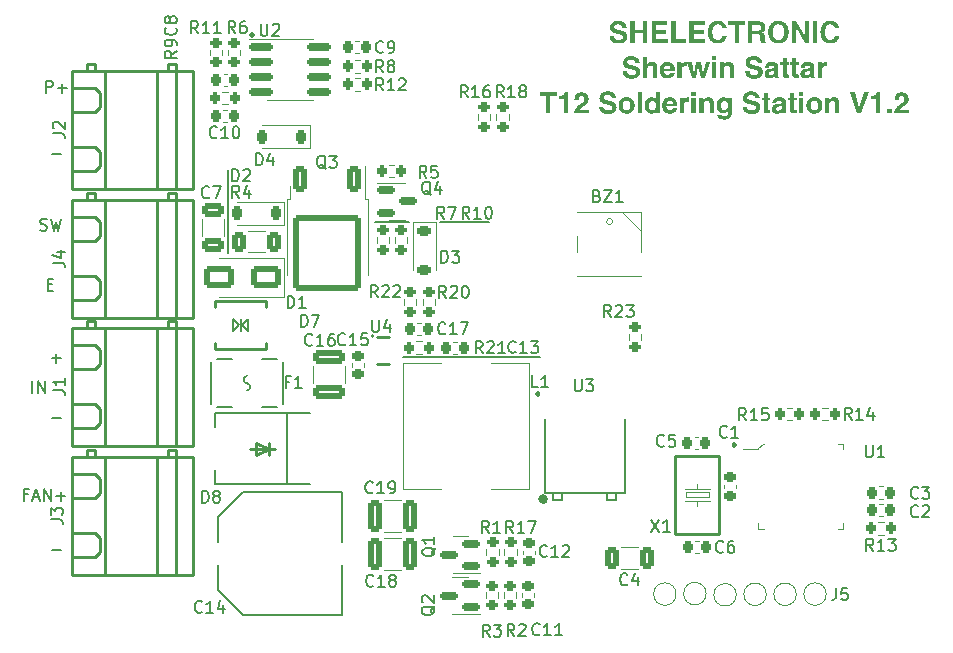
<source format=gto>
G04 #@! TF.GenerationSoftware,KiCad,Pcbnew,7.0.9*
G04 #@! TF.CreationDate,2024-10-07T21:29:26-04:00*
G04 #@! TF.ProjectId,T12 soldering station V12,54313220-736f-46c6-9465-72696e672073,rev?*
G04 #@! TF.SameCoordinates,Original*
G04 #@! TF.FileFunction,Legend,Top*
G04 #@! TF.FilePolarity,Positive*
%FSLAX46Y46*%
G04 Gerber Fmt 4.6, Leading zero omitted, Abs format (unit mm)*
G04 Created by KiCad (PCBNEW 7.0.9) date 2024-10-07 21:29:26*
%MOMM*%
%LPD*%
G01*
G04 APERTURE LIST*
G04 Aperture macros list*
%AMRoundRect*
0 Rectangle with rounded corners*
0 $1 Rounding radius*
0 $2 $3 $4 $5 $6 $7 $8 $9 X,Y pos of 4 corners*
0 Add a 4 corners polygon primitive as box body*
4,1,4,$2,$3,$4,$5,$6,$7,$8,$9,$2,$3,0*
0 Add four circle primitives for the rounded corners*
1,1,$1+$1,$2,$3*
1,1,$1+$1,$4,$5*
1,1,$1+$1,$6,$7*
1,1,$1+$1,$8,$9*
0 Add four rect primitives between the rounded corners*
20,1,$1+$1,$2,$3,$4,$5,0*
20,1,$1+$1,$4,$5,$6,$7,0*
20,1,$1+$1,$6,$7,$8,$9,0*
20,1,$1+$1,$8,$9,$2,$3,0*%
G04 Aperture macros list end*
%ADD10C,0.152400*%
%ADD11C,0.177800*%
%ADD12C,0.375000*%
%ADD13C,0.304800*%
%ADD14C,0.120000*%
%ADD15C,0.250000*%
%ADD16C,0.150000*%
%ADD17C,0.100000*%
%ADD18C,0.400000*%
%ADD19C,0.130000*%
%ADD20RoundRect,0.250000X-0.312500X-0.625000X0.312500X-0.625000X0.312500X0.625000X-0.312500X0.625000X0*%
%ADD21C,3.100000*%
%ADD22C,5.400000*%
%ADD23R,0.680000X0.280000*%
%ADD24RoundRect,0.200000X0.200000X0.275000X-0.200000X0.275000X-0.200000X-0.275000X0.200000X-0.275000X0*%
%ADD25R,2.500000X1.400000*%
%ADD26RoundRect,0.200000X0.275000X-0.200000X0.275000X0.200000X-0.275000X0.200000X-0.275000X-0.200000X0*%
%ADD27RoundRect,0.225000X-0.250000X0.225000X-0.250000X-0.225000X0.250000X-0.225000X0.250000X0.225000X0*%
%ADD28RoundRect,0.250000X-0.350000X0.850000X-0.350000X-0.850000X0.350000X-0.850000X0.350000X0.850000X0*%
%ADD29RoundRect,0.249997X-2.650003X2.950003X-2.650003X-2.950003X2.650003X-2.950003X2.650003X2.950003X0*%
%ADD30C,2.000000*%
%ADD31R,1.500000X0.550000*%
%ADD32R,0.550000X1.500000*%
%ADD33R,2.700000X3.300000*%
%ADD34RoundRect,0.225000X-0.225000X-0.250000X0.225000X-0.250000X0.225000X0.250000X-0.225000X0.250000X0*%
%ADD35RoundRect,0.200000X-0.275000X0.200000X-0.275000X-0.200000X0.275000X-0.200000X0.275000X0.200000X0*%
%ADD36RoundRect,0.150000X0.587500X0.150000X-0.587500X0.150000X-0.587500X-0.150000X0.587500X-0.150000X0*%
%ADD37RoundRect,0.200000X-0.200000X-0.275000X0.200000X-0.275000X0.200000X0.275000X-0.200000X0.275000X0*%
%ADD38RoundRect,0.250000X0.325000X1.100000X-0.325000X1.100000X-0.325000X-1.100000X0.325000X-1.100000X0*%
%ADD39RoundRect,0.150000X-0.825000X-0.150000X0.825000X-0.150000X0.825000X0.150000X-0.825000X0.150000X0*%
%ADD40RoundRect,0.250000X0.325000X0.650000X-0.325000X0.650000X-0.325000X-0.650000X0.325000X-0.650000X0*%
%ADD41RoundRect,0.225000X0.225000X0.250000X-0.225000X0.250000X-0.225000X-0.250000X0.225000X-0.250000X0*%
%ADD42RoundRect,0.250000X1.000000X0.650000X-1.000000X0.650000X-1.000000X-0.650000X1.000000X-0.650000X0*%
%ADD43RoundRect,0.250000X0.650000X-0.325000X0.650000X0.325000X-0.650000X0.325000X-0.650000X-0.325000X0*%
%ADD44R,4.500000X1.650000*%
%ADD45R,1.350000X2.800000*%
%ADD46R,1.500000X2.800000*%
%ADD47R,6.000000X6.500000*%
%ADD48R,2.400000X1.900000*%
%ADD49R,1.649000X3.500000*%
%ADD50C,1.500000*%
%ADD51R,2.160000X2.740000*%
%ADD52RoundRect,0.225000X-0.375000X0.225000X-0.375000X-0.225000X0.375000X-0.225000X0.375000X0.225000X0*%
%ADD53R,3.600000X2.700000*%
%ADD54RoundRect,0.150000X-0.587500X-0.150000X0.587500X-0.150000X0.587500X0.150000X-0.587500X0.150000X0*%
%ADD55RoundRect,0.225000X0.225000X0.375000X-0.225000X0.375000X-0.225000X-0.375000X0.225000X-0.375000X0*%
%ADD56RoundRect,0.250000X-1.100000X0.325000X-1.100000X-0.325000X1.100000X-0.325000X1.100000X0.325000X0*%
%ADD57O,3.200000X3.500000*%
%ADD58C,2.500000*%
%ADD59C,2.100000*%
G04 APERTURE END LIST*
D10*
X73456800Y-110032800D02*
X73456800Y-103022400D01*
X99898200Y-118872000D02*
X88239600Y-118872000D01*
X95554800Y-107416600D02*
X91440000Y-107416600D01*
X88773000Y-107416600D02*
X85877400Y-107416600D01*
D11*
G36*
X106845871Y-90971788D02*
G01*
X106843259Y-90948237D01*
X106839006Y-90925625D01*
X106833112Y-90903952D01*
X106825576Y-90883218D01*
X106816400Y-90863423D01*
X106805582Y-90844567D01*
X106793122Y-90826650D01*
X106779022Y-90809672D01*
X106763280Y-90793632D01*
X106745897Y-90778532D01*
X106733397Y-90768987D01*
X106713631Y-90755561D01*
X106692766Y-90743455D01*
X106670802Y-90732670D01*
X106647739Y-90723206D01*
X106623576Y-90715062D01*
X106598314Y-90708239D01*
X106580862Y-90704424D01*
X106562921Y-90701196D01*
X106544492Y-90698555D01*
X106525575Y-90696500D01*
X106506169Y-90695033D01*
X106486274Y-90694153D01*
X106465891Y-90693859D01*
X106448274Y-90694112D01*
X106422759Y-90695439D01*
X106398335Y-90697903D01*
X106375004Y-90701505D01*
X106352763Y-90706244D01*
X106331614Y-90712121D01*
X106311557Y-90719135D01*
X106292592Y-90727286D01*
X106274718Y-90736575D01*
X106257936Y-90747001D01*
X106242245Y-90758564D01*
X106227887Y-90771143D01*
X106214942Y-90784615D01*
X106203409Y-90798980D01*
X106193288Y-90814238D01*
X106184580Y-90830390D01*
X106177283Y-90847434D01*
X106171399Y-90865372D01*
X106166927Y-90884202D01*
X106163867Y-90903926D01*
X106162220Y-90924543D01*
X106161906Y-90938784D01*
X106163222Y-90958930D01*
X106167171Y-90977895D01*
X106173753Y-90995679D01*
X106182968Y-91012283D01*
X106194815Y-91027706D01*
X106209295Y-91041949D01*
X106226408Y-91055011D01*
X106246153Y-91066892D01*
X106263350Y-91075505D01*
X106283837Y-91084408D01*
X106307615Y-91093601D01*
X106325294Y-91099891D01*
X106344435Y-91106310D01*
X106365039Y-91112858D01*
X106387105Y-91119535D01*
X106410634Y-91126341D01*
X106435624Y-91133276D01*
X106462077Y-91140339D01*
X106489992Y-91147532D01*
X106519369Y-91154853D01*
X106550209Y-91162303D01*
X106582510Y-91169883D01*
X106599210Y-91173721D01*
X106623464Y-91179311D01*
X106647211Y-91184955D01*
X106670450Y-91190653D01*
X106693180Y-91196404D01*
X106715403Y-91202209D01*
X106737117Y-91208066D01*
X106758324Y-91213978D01*
X106779022Y-91219943D01*
X106799212Y-91225961D01*
X106818894Y-91232032D01*
X106838069Y-91238157D01*
X106856735Y-91244336D01*
X106874893Y-91250568D01*
X106892543Y-91256853D01*
X106909685Y-91263192D01*
X106926319Y-91269584D01*
X106958062Y-91282529D01*
X106987774Y-91295688D01*
X107015453Y-91309060D01*
X107041100Y-91322646D01*
X107064715Y-91336446D01*
X107086298Y-91350459D01*
X107105848Y-91364686D01*
X107123366Y-91379127D01*
X107139352Y-91394059D01*
X107154307Y-91410082D01*
X107168231Y-91427198D01*
X107181123Y-91445407D01*
X107192984Y-91464708D01*
X107203813Y-91485101D01*
X107213611Y-91506587D01*
X107222378Y-91529165D01*
X107230113Y-91552836D01*
X107236817Y-91577599D01*
X107242490Y-91603455D01*
X107247131Y-91630403D01*
X107250741Y-91658444D01*
X107253319Y-91687577D01*
X107254866Y-91717802D01*
X107255382Y-91749120D01*
X107254604Y-91780733D01*
X107252268Y-91811518D01*
X107248375Y-91841476D01*
X107242924Y-91870605D01*
X107235917Y-91898907D01*
X107227352Y-91926381D01*
X107217230Y-91953027D01*
X107205550Y-91978846D01*
X107192314Y-92003836D01*
X107177520Y-92027999D01*
X107161169Y-92051334D01*
X107143261Y-92073841D01*
X107123795Y-92095520D01*
X107102772Y-92116372D01*
X107080192Y-92136395D01*
X107056055Y-92155591D01*
X107030644Y-92173786D01*
X107004133Y-92190807D01*
X106976524Y-92206654D01*
X106947815Y-92221328D01*
X106918007Y-92234827D01*
X106887099Y-92247153D01*
X106855093Y-92258305D01*
X106821987Y-92268282D01*
X106805022Y-92272831D01*
X106787782Y-92277086D01*
X106770267Y-92281048D01*
X106752478Y-92284717D01*
X106734413Y-92288091D01*
X106716074Y-92291173D01*
X106697460Y-92293961D01*
X106678571Y-92296455D01*
X106659408Y-92298656D01*
X106639969Y-92300564D01*
X106620256Y-92302178D01*
X106600268Y-92303499D01*
X106580005Y-92304526D01*
X106559468Y-92305259D01*
X106538655Y-92305700D01*
X106517568Y-92305846D01*
X106496407Y-92305691D01*
X106475538Y-92305225D01*
X106454959Y-92304449D01*
X106434671Y-92303363D01*
X106414674Y-92301966D01*
X106394968Y-92300259D01*
X106375553Y-92298241D01*
X106356429Y-92295912D01*
X106337596Y-92293274D01*
X106319053Y-92290325D01*
X106300802Y-92287065D01*
X106282842Y-92283495D01*
X106265172Y-92279615D01*
X106247794Y-92275424D01*
X106230706Y-92270923D01*
X106213909Y-92266111D01*
X106181188Y-92255556D01*
X106149631Y-92243760D01*
X106119238Y-92230722D01*
X106090008Y-92216442D01*
X106061942Y-92200921D01*
X106035040Y-92184157D01*
X106009301Y-92166152D01*
X105984726Y-92146906D01*
X105961483Y-92126512D01*
X105939631Y-92105067D01*
X105919169Y-92082570D01*
X105900099Y-92059022D01*
X105882420Y-92034421D01*
X105866132Y-92008769D01*
X105851234Y-91982065D01*
X105837728Y-91954310D01*
X105825613Y-91925502D01*
X105814889Y-91895643D01*
X105805555Y-91864733D01*
X105797613Y-91832770D01*
X105791062Y-91799756D01*
X105785901Y-91765690D01*
X105783843Y-91748263D01*
X105782132Y-91730572D01*
X105780769Y-91712619D01*
X105779754Y-91694403D01*
X106141496Y-91694403D01*
X106142613Y-91712540D01*
X106144447Y-91730148D01*
X106148540Y-91755568D01*
X106154244Y-91779797D01*
X106161558Y-91802835D01*
X106170483Y-91824682D01*
X106181018Y-91845338D01*
X106193164Y-91864804D01*
X106206921Y-91883079D01*
X106222289Y-91900162D01*
X106239267Y-91916056D01*
X106245285Y-91921089D01*
X106264281Y-91935213D01*
X106284628Y-91947948D01*
X106306326Y-91959294D01*
X106329376Y-91969251D01*
X106353776Y-91977819D01*
X106370794Y-91982758D01*
X106388412Y-91987081D01*
X106406631Y-91990785D01*
X106425450Y-91993873D01*
X106444870Y-91996343D01*
X106464890Y-91998195D01*
X106485511Y-91999430D01*
X106506732Y-92000047D01*
X106517568Y-92000125D01*
X106539680Y-91999892D01*
X106561178Y-91999195D01*
X106582061Y-91998033D01*
X106602331Y-91996406D01*
X106621986Y-91994315D01*
X106641028Y-91991758D01*
X106659455Y-91988737D01*
X106677269Y-91985251D01*
X106694468Y-91981300D01*
X106719115Y-91974503D01*
X106742381Y-91966659D01*
X106764265Y-91957770D01*
X106784767Y-91947835D01*
X106797668Y-91940630D01*
X106815673Y-91928993D01*
X106831907Y-91916554D01*
X106846370Y-91903314D01*
X106859062Y-91889272D01*
X106869983Y-91874429D01*
X106879133Y-91858784D01*
X106886512Y-91842337D01*
X106892121Y-91825089D01*
X106895958Y-91807040D01*
X106898024Y-91788189D01*
X106898417Y-91775176D01*
X106897784Y-91756119D01*
X106895883Y-91738031D01*
X106892715Y-91720913D01*
X106886520Y-91699597D01*
X106878072Y-91680004D01*
X106867372Y-91662135D01*
X106854418Y-91645989D01*
X106839212Y-91631567D01*
X106826330Y-91621881D01*
X106806116Y-91609559D01*
X106787652Y-91600246D01*
X106766355Y-91590872D01*
X106742227Y-91581437D01*
X106724568Y-91575113D01*
X106705650Y-91568762D01*
X106685474Y-91562383D01*
X106664039Y-91555978D01*
X106641345Y-91549545D01*
X106617393Y-91543086D01*
X106592182Y-91536599D01*
X106565712Y-91530085D01*
X106537984Y-91523544D01*
X106523648Y-91520263D01*
X106497217Y-91514222D01*
X106471339Y-91508148D01*
X106446015Y-91502042D01*
X106421243Y-91495904D01*
X106397024Y-91489733D01*
X106373359Y-91483530D01*
X106350246Y-91477296D01*
X106327686Y-91471028D01*
X106305680Y-91464729D01*
X106284226Y-91458397D01*
X106263325Y-91452034D01*
X106242978Y-91445638D01*
X106223183Y-91439209D01*
X106203941Y-91432749D01*
X106185253Y-91426256D01*
X106167117Y-91419731D01*
X106149535Y-91413174D01*
X106132505Y-91406584D01*
X106116028Y-91399963D01*
X106084734Y-91386623D01*
X106055652Y-91373154D01*
X106028782Y-91359556D01*
X106004124Y-91345829D01*
X105981678Y-91331973D01*
X105961444Y-91317989D01*
X105952157Y-91310948D01*
X105934856Y-91296563D01*
X105918671Y-91281201D01*
X105903602Y-91264862D01*
X105889650Y-91247545D01*
X105876814Y-91229252D01*
X105865093Y-91209982D01*
X105854490Y-91189734D01*
X105845002Y-91168509D01*
X105836631Y-91146308D01*
X105829375Y-91123129D01*
X105823236Y-91098973D01*
X105818213Y-91073840D01*
X105814307Y-91047730D01*
X105811516Y-91020643D01*
X105809842Y-90992578D01*
X105809284Y-90963537D01*
X105810023Y-90930853D01*
X105812242Y-90899028D01*
X105815940Y-90868062D01*
X105821117Y-90837953D01*
X105827774Y-90808703D01*
X105835910Y-90780312D01*
X105845524Y-90752778D01*
X105856619Y-90726103D01*
X105869192Y-90700287D01*
X105883244Y-90675328D01*
X105898776Y-90651228D01*
X105915787Y-90627987D01*
X105934277Y-90605603D01*
X105954246Y-90584079D01*
X105975695Y-90563412D01*
X105998623Y-90543604D01*
X106022809Y-90524778D01*
X106048034Y-90507166D01*
X106074297Y-90490770D01*
X106101598Y-90475587D01*
X106129937Y-90461620D01*
X106159314Y-90448866D01*
X106189729Y-90437328D01*
X106221183Y-90427004D01*
X106253675Y-90417895D01*
X106287205Y-90410000D01*
X106304359Y-90406508D01*
X106321773Y-90403320D01*
X106339446Y-90400435D01*
X106357379Y-90397854D01*
X106375571Y-90395577D01*
X106394023Y-90393603D01*
X106412735Y-90391933D01*
X106431706Y-90390567D01*
X106450937Y-90389504D01*
X106470427Y-90388745D01*
X106490176Y-90388289D01*
X106510186Y-90388137D01*
X106528939Y-90388291D01*
X106547471Y-90388753D01*
X106565783Y-90389523D01*
X106583875Y-90390600D01*
X106601746Y-90391986D01*
X106619396Y-90393679D01*
X106636826Y-90395681D01*
X106671024Y-90400607D01*
X106704340Y-90406765D01*
X106736775Y-90414154D01*
X106768327Y-90422775D01*
X106798996Y-90432627D01*
X106828784Y-90443711D01*
X106857690Y-90456026D01*
X106885713Y-90469573D01*
X106912855Y-90484352D01*
X106939114Y-90500362D01*
X106964492Y-90517604D01*
X106988987Y-90536077D01*
X107000904Y-90545775D01*
X107023913Y-90565912D01*
X107045606Y-90586915D01*
X107065982Y-90608782D01*
X107085042Y-90631515D01*
X107102786Y-90655113D01*
X107119213Y-90679576D01*
X107134324Y-90704904D01*
X107148119Y-90731097D01*
X107160597Y-90758156D01*
X107171759Y-90786079D01*
X107181605Y-90814868D01*
X107190134Y-90844521D01*
X107197347Y-90875040D01*
X107203243Y-90906424D01*
X107207824Y-90938674D01*
X107211087Y-90971788D01*
X106845871Y-90971788D01*
G37*
G36*
X107518112Y-92250261D02*
G01*
X107518112Y-90443723D01*
X107704845Y-90443723D01*
X107892881Y-90443723D01*
X107892881Y-91138545D01*
X108595086Y-91138545D01*
X108595086Y-90443723D01*
X108782254Y-90443723D01*
X108970290Y-90443723D01*
X108970290Y-92250261D01*
X108783122Y-92250261D01*
X108595086Y-92250261D01*
X108595086Y-91444267D01*
X107892881Y-91444267D01*
X107892881Y-92250261D01*
X107706148Y-92250261D01*
X107518112Y-92250261D01*
G37*
G36*
X109327689Y-92250261D02*
G01*
X109327689Y-90443723D01*
X110649154Y-90443723D01*
X110649154Y-90596150D01*
X110649154Y-90749445D01*
X109702459Y-90749445D01*
X109702459Y-91166338D01*
X110580540Y-91166338D01*
X110580540Y-91318765D01*
X110580540Y-91472060D01*
X109702459Y-91472060D01*
X109702459Y-91944539D01*
X110690843Y-91944539D01*
X110690843Y-92096965D01*
X110690843Y-92250261D01*
X109327689Y-92250261D01*
G37*
G36*
X110986577Y-92250261D02*
G01*
X110986577Y-90443723D01*
X111173310Y-90443723D01*
X111361346Y-90443723D01*
X111361346Y-91944539D01*
X112254193Y-91944539D01*
X112254193Y-92096965D01*
X112254193Y-92250261D01*
X110986577Y-92250261D01*
G37*
G36*
X112506500Y-92250261D02*
G01*
X112506500Y-90443723D01*
X113827965Y-90443723D01*
X113827965Y-90596150D01*
X113827965Y-90749445D01*
X112881269Y-90749445D01*
X112881269Y-91166338D01*
X113759351Y-91166338D01*
X113759351Y-91318765D01*
X113759351Y-91472060D01*
X112881269Y-91472060D01*
X112881269Y-91944539D01*
X113869654Y-91944539D01*
X113869654Y-92096965D01*
X113869654Y-92250261D01*
X112506500Y-92250261D01*
G37*
G36*
X115685745Y-91638817D02*
G01*
X115683430Y-91657856D01*
X115680773Y-91676647D01*
X115677774Y-91695192D01*
X115674434Y-91713490D01*
X115670751Y-91731541D01*
X115666727Y-91749346D01*
X115662361Y-91766903D01*
X115657654Y-91784214D01*
X115652604Y-91801278D01*
X115647213Y-91818095D01*
X115641479Y-91834665D01*
X115635404Y-91850989D01*
X115622229Y-91882895D01*
X115607686Y-91913815D01*
X115591776Y-91943747D01*
X115574499Y-91972691D01*
X115555854Y-92000649D01*
X115535843Y-92027619D01*
X115514464Y-92053602D01*
X115491717Y-92078597D01*
X115467604Y-92102606D01*
X115442123Y-92125627D01*
X115415511Y-92147450D01*
X115388003Y-92167866D01*
X115359599Y-92186873D01*
X115330300Y-92204473D01*
X115300105Y-92220664D01*
X115269015Y-92235448D01*
X115237028Y-92248824D01*
X115220699Y-92254984D01*
X115204146Y-92260791D01*
X115187370Y-92266247D01*
X115170369Y-92271351D01*
X115153144Y-92276103D01*
X115135696Y-92280503D01*
X115118023Y-92284551D01*
X115100127Y-92288247D01*
X115082006Y-92291591D01*
X115063662Y-92294583D01*
X115045094Y-92297222D01*
X115026302Y-92299510D01*
X115007286Y-92301446D01*
X114988046Y-92303030D01*
X114968582Y-92304262D01*
X114948894Y-92305142D01*
X114928983Y-92305670D01*
X114908847Y-92305846D01*
X114885358Y-92305596D01*
X114862172Y-92304847D01*
X114839289Y-92303598D01*
X114816709Y-92301850D01*
X114794431Y-92299602D01*
X114772456Y-92296854D01*
X114750784Y-92293607D01*
X114729415Y-92289860D01*
X114708348Y-92285614D01*
X114687585Y-92280868D01*
X114667124Y-92275622D01*
X114646966Y-92269877D01*
X114627110Y-92263632D01*
X114607558Y-92256888D01*
X114588308Y-92249644D01*
X114569361Y-92241901D01*
X114550717Y-92233658D01*
X114532376Y-92224915D01*
X114514338Y-92215673D01*
X114496602Y-92205932D01*
X114479169Y-92195690D01*
X114462039Y-92184950D01*
X114445212Y-92173709D01*
X114428687Y-92161969D01*
X114412465Y-92149730D01*
X114396546Y-92136991D01*
X114380930Y-92123752D01*
X114365617Y-92110014D01*
X114350607Y-92095776D01*
X114335899Y-92081038D01*
X114321494Y-92065801D01*
X114307392Y-92050065D01*
X114293686Y-92033875D01*
X114280415Y-92017332D01*
X114267579Y-92000437D01*
X114255178Y-91983188D01*
X114243213Y-91965587D01*
X114231682Y-91947633D01*
X114220587Y-91929326D01*
X114209927Y-91910666D01*
X114199702Y-91891654D01*
X114189912Y-91872288D01*
X114180557Y-91852570D01*
X114171637Y-91832499D01*
X114163152Y-91812075D01*
X114155103Y-91791298D01*
X114147488Y-91770168D01*
X114140309Y-91748686D01*
X114133565Y-91726851D01*
X114127255Y-91704662D01*
X114121381Y-91682121D01*
X114115942Y-91659227D01*
X114110939Y-91635981D01*
X114106370Y-91612381D01*
X114102236Y-91588429D01*
X114098538Y-91564124D01*
X114095275Y-91539466D01*
X114092446Y-91514455D01*
X114090053Y-91489091D01*
X114088095Y-91463375D01*
X114086572Y-91437305D01*
X114085485Y-91410883D01*
X114084832Y-91384108D01*
X114084614Y-91356980D01*
X114084832Y-91329313D01*
X114085485Y-91302005D01*
X114086572Y-91275057D01*
X114088095Y-91248468D01*
X114090053Y-91222239D01*
X114092446Y-91196370D01*
X114095275Y-91170861D01*
X114098538Y-91145711D01*
X114102236Y-91120920D01*
X114106370Y-91096489D01*
X114110939Y-91072418D01*
X114115942Y-91048707D01*
X114121381Y-91025355D01*
X114127255Y-91002363D01*
X114133565Y-90979730D01*
X114140309Y-90957457D01*
X114147488Y-90935544D01*
X114155103Y-90913990D01*
X114163152Y-90892796D01*
X114171637Y-90871962D01*
X114180557Y-90851487D01*
X114189912Y-90831371D01*
X114199702Y-90811616D01*
X114209927Y-90792220D01*
X114220587Y-90773183D01*
X114231682Y-90754507D01*
X114243213Y-90736190D01*
X114255178Y-90718232D01*
X114267579Y-90700634D01*
X114280415Y-90683396D01*
X114293686Y-90666517D01*
X114307392Y-90649998D01*
X114321494Y-90633888D01*
X114335899Y-90618289D01*
X114350607Y-90603201D01*
X114365617Y-90588625D01*
X114380930Y-90574560D01*
X114396546Y-90561007D01*
X114412465Y-90547965D01*
X114428687Y-90535434D01*
X114445212Y-90523415D01*
X114462039Y-90511908D01*
X114479169Y-90500912D01*
X114496602Y-90490427D01*
X114514338Y-90480454D01*
X114532376Y-90470992D01*
X114550717Y-90462042D01*
X114569361Y-90453603D01*
X114588308Y-90445675D01*
X114607558Y-90438259D01*
X114627110Y-90431355D01*
X114646966Y-90424962D01*
X114667124Y-90419080D01*
X114687585Y-90413710D01*
X114708348Y-90408851D01*
X114729415Y-90404504D01*
X114750784Y-90400668D01*
X114772456Y-90397343D01*
X114794431Y-90394530D01*
X114816709Y-90392229D01*
X114839289Y-90390439D01*
X114862172Y-90389160D01*
X114885358Y-90388393D01*
X114908847Y-90388137D01*
X114928743Y-90388306D01*
X114948424Y-90388811D01*
X114967891Y-90389653D01*
X114987143Y-90390831D01*
X115006181Y-90392346D01*
X115025004Y-90394198D01*
X115043613Y-90396387D01*
X115062006Y-90398913D01*
X115080186Y-90401775D01*
X115098150Y-90404974D01*
X115115901Y-90408509D01*
X115133436Y-90412382D01*
X115150757Y-90416591D01*
X115167863Y-90421136D01*
X115184755Y-90426019D01*
X115201432Y-90431238D01*
X115217895Y-90436794D01*
X115250176Y-90448916D01*
X115281599Y-90462385D01*
X115312164Y-90477201D01*
X115341870Y-90493364D01*
X115370718Y-90510873D01*
X115398708Y-90529730D01*
X115425839Y-90549933D01*
X115439083Y-90560540D01*
X115464678Y-90582516D01*
X115488915Y-90605452D01*
X115511795Y-90629349D01*
X115533318Y-90654205D01*
X115553485Y-90680022D01*
X115572294Y-90706799D01*
X115589746Y-90734536D01*
X115605840Y-90763233D01*
X115620578Y-90792890D01*
X115633959Y-90823507D01*
X115645983Y-90855085D01*
X115656649Y-90887622D01*
X115665959Y-90921120D01*
X115670105Y-90938229D01*
X115673911Y-90955578D01*
X115677379Y-90973167D01*
X115680507Y-90990996D01*
X115683295Y-91009065D01*
X115685745Y-91027374D01*
X115309673Y-91027374D01*
X115307047Y-91008459D01*
X115303729Y-90990041D01*
X115299718Y-90972117D01*
X115295016Y-90954689D01*
X115289622Y-90937756D01*
X115283535Y-90921318D01*
X115273108Y-90897591D01*
X115261123Y-90874978D01*
X115247581Y-90853479D01*
X115232482Y-90833095D01*
X115215826Y-90813825D01*
X115197612Y-90795670D01*
X115184605Y-90784186D01*
X115171024Y-90773248D01*
X115149800Y-90758164D01*
X115127553Y-90744668D01*
X115112154Y-90736553D01*
X115096300Y-90729143D01*
X115079991Y-90722439D01*
X115063228Y-90716441D01*
X115046010Y-90711148D01*
X115028337Y-90706561D01*
X115010210Y-90702680D01*
X114991629Y-90699505D01*
X114972592Y-90697035D01*
X114953101Y-90695270D01*
X114933156Y-90694212D01*
X114912755Y-90693859D01*
X114886998Y-90694544D01*
X114861947Y-90696600D01*
X114837601Y-90700027D01*
X114813960Y-90704824D01*
X114791026Y-90710992D01*
X114768797Y-90718531D01*
X114747274Y-90727440D01*
X114726456Y-90737720D01*
X114706344Y-90749370D01*
X114686938Y-90762391D01*
X114668238Y-90776783D01*
X114650243Y-90792546D01*
X114632954Y-90809679D01*
X114616370Y-90828182D01*
X114600493Y-90848057D01*
X114585321Y-90869302D01*
X114570964Y-90891707D01*
X114557534Y-90915171D01*
X114545031Y-90939693D01*
X114533453Y-90965274D01*
X114522802Y-90991913D01*
X114513077Y-91019611D01*
X114504278Y-91048368D01*
X114496405Y-91078183D01*
X114489459Y-91109056D01*
X114483438Y-91140988D01*
X114478344Y-91173978D01*
X114474176Y-91208027D01*
X114472440Y-91225449D01*
X114470934Y-91243135D01*
X114469661Y-91261086D01*
X114468619Y-91279301D01*
X114467809Y-91297781D01*
X114467230Y-91316526D01*
X114466882Y-91335535D01*
X114466767Y-91354809D01*
X114466881Y-91373598D01*
X114467226Y-91392132D01*
X114467801Y-91410409D01*
X114468605Y-91428430D01*
X114469640Y-91446195D01*
X114470904Y-91463704D01*
X114474122Y-91497953D01*
X114478259Y-91531177D01*
X114483316Y-91563377D01*
X114489292Y-91594553D01*
X114496188Y-91624704D01*
X114504003Y-91653830D01*
X114512737Y-91681931D01*
X114522391Y-91709008D01*
X114532965Y-91735061D01*
X114544457Y-91760089D01*
X114556870Y-91784092D01*
X114570201Y-91807071D01*
X114584452Y-91829025D01*
X114599577Y-91849744D01*
X114615420Y-91869126D01*
X114631984Y-91887172D01*
X114649266Y-91903881D01*
X114667267Y-91919253D01*
X114685988Y-91933289D01*
X114705428Y-91945987D01*
X114725588Y-91957350D01*
X114746466Y-91967375D01*
X114768064Y-91976064D01*
X114790381Y-91983416D01*
X114813418Y-91989431D01*
X114837173Y-91994109D01*
X114861648Y-91997451D01*
X114886842Y-91999456D01*
X114912755Y-92000125D01*
X114933156Y-91999745D01*
X114953101Y-91998605D01*
X114972592Y-91996705D01*
X114991629Y-91994045D01*
X115010210Y-91990625D01*
X115028337Y-91986445D01*
X115046010Y-91981506D01*
X115063228Y-91975806D01*
X115079991Y-91969346D01*
X115096300Y-91962126D01*
X115112154Y-91954147D01*
X115127553Y-91945407D01*
X115142498Y-91935908D01*
X115156988Y-91925648D01*
X115171024Y-91914629D01*
X115184605Y-91902849D01*
X115197612Y-91890368D01*
X115209928Y-91877350D01*
X115221551Y-91863796D01*
X115232482Y-91849706D01*
X115242721Y-91835081D01*
X115252268Y-91819919D01*
X115261123Y-91804221D01*
X115269286Y-91787987D01*
X115276757Y-91771217D01*
X115283535Y-91753911D01*
X115289622Y-91736068D01*
X115295016Y-91717690D01*
X115299718Y-91698776D01*
X115303729Y-91679326D01*
X115307047Y-91659339D01*
X115309673Y-91638817D01*
X115685745Y-91638817D01*
G37*
G36*
X116348432Y-92250261D02*
G01*
X116348432Y-90749445D01*
X115806470Y-90749445D01*
X115806470Y-90597018D01*
X115806470Y-90443723D01*
X117266031Y-90443723D01*
X117266031Y-90596150D01*
X117266031Y-90749445D01*
X116723635Y-90749445D01*
X116723635Y-92250261D01*
X116536468Y-92250261D01*
X116348432Y-92250261D01*
G37*
G36*
X118418070Y-90444258D02*
G01*
X118448932Y-90445861D01*
X118479016Y-90448532D01*
X118508324Y-90452273D01*
X118536855Y-90457082D01*
X118564609Y-90462960D01*
X118591585Y-90469906D01*
X118617785Y-90477921D01*
X118643209Y-90487005D01*
X118667855Y-90497158D01*
X118691724Y-90508379D01*
X118714816Y-90520669D01*
X118737132Y-90534028D01*
X118758670Y-90548455D01*
X118779432Y-90563951D01*
X118799416Y-90580516D01*
X118818453Y-90597956D01*
X118836261Y-90616078D01*
X118852841Y-90634882D01*
X118868193Y-90654368D01*
X118882317Y-90674536D01*
X118895212Y-90695386D01*
X118906880Y-90716917D01*
X118917319Y-90739131D01*
X118926530Y-90762027D01*
X118934513Y-90785604D01*
X118941268Y-90809864D01*
X118946795Y-90834805D01*
X118951093Y-90860428D01*
X118954163Y-90886733D01*
X118956006Y-90913720D01*
X118956620Y-90941389D01*
X118955938Y-90973040D01*
X118953892Y-91003611D01*
X118950482Y-91033104D01*
X118945709Y-91061518D01*
X118939572Y-91088853D01*
X118932070Y-91115109D01*
X118923205Y-91140286D01*
X118912976Y-91164384D01*
X118901383Y-91187403D01*
X118888427Y-91209344D01*
X118874106Y-91230205D01*
X118858422Y-91249988D01*
X118841374Y-91268692D01*
X118822962Y-91286317D01*
X118803186Y-91302863D01*
X118782046Y-91318330D01*
X118767228Y-91327993D01*
X118751817Y-91337168D01*
X118735812Y-91345856D01*
X118719213Y-91354055D01*
X118702021Y-91361767D01*
X118684235Y-91368992D01*
X118676954Y-91371745D01*
X118693076Y-91378639D01*
X118710305Y-91386784D01*
X118726572Y-91395341D01*
X118736882Y-91401275D01*
X118755522Y-91413329D01*
X118773008Y-91426367D01*
X118789340Y-91440389D01*
X118804519Y-91455395D01*
X118818544Y-91471385D01*
X118831416Y-91488358D01*
X118843134Y-91506316D01*
X118853699Y-91525257D01*
X118863111Y-91545182D01*
X118871368Y-91566091D01*
X118878473Y-91587984D01*
X118884423Y-91610861D01*
X118889221Y-91634722D01*
X118892864Y-91659567D01*
X118895355Y-91685395D01*
X118896691Y-91712208D01*
X118905377Y-92009678D01*
X118906232Y-92031025D01*
X118907494Y-92050771D01*
X118909163Y-92068915D01*
X118911822Y-92089343D01*
X118915117Y-92107269D01*
X118919911Y-92125478D01*
X118923616Y-92135615D01*
X118932038Y-92151058D01*
X118943244Y-92165087D01*
X118957235Y-92177704D01*
X118974011Y-92188907D01*
X118984847Y-92194675D01*
X118984847Y-92250261D01*
X118570559Y-92250261D01*
X118563421Y-92231859D01*
X118558388Y-92212714D01*
X118554404Y-92193261D01*
X118551354Y-92175409D01*
X118548426Y-92155521D01*
X118545620Y-92133597D01*
X118544938Y-92127798D01*
X118542986Y-92110003D01*
X118541202Y-92091956D01*
X118539587Y-92073657D01*
X118538139Y-92055106D01*
X118536859Y-92036304D01*
X118535747Y-92017249D01*
X118534803Y-91997943D01*
X118534027Y-91978384D01*
X118533419Y-91958574D01*
X118532979Y-91938512D01*
X118532778Y-91924997D01*
X118530607Y-91755634D01*
X118529535Y-91733135D01*
X118527294Y-91711889D01*
X118523886Y-91691894D01*
X118519309Y-91673151D01*
X118513565Y-91655660D01*
X118506653Y-91639421D01*
X118495620Y-91619716D01*
X118482511Y-91602237D01*
X118467325Y-91586984D01*
X118458954Y-91580191D01*
X118440368Y-91567876D01*
X118424550Y-91559717D01*
X118407122Y-91552482D01*
X118388082Y-91546170D01*
X118367432Y-91540782D01*
X118345172Y-91536318D01*
X118321300Y-91532777D01*
X118295818Y-91530160D01*
X118277935Y-91528928D01*
X118259337Y-91528107D01*
X118240022Y-91527697D01*
X118230096Y-91527646D01*
X117856195Y-91527646D01*
X117856195Y-92250261D01*
X117669462Y-92250261D01*
X117481426Y-92250261D01*
X117481426Y-90749445D01*
X117856195Y-90749445D01*
X117856195Y-91221924D01*
X118290893Y-91221924D01*
X118308793Y-91221695D01*
X118334574Y-91220493D01*
X118359073Y-91218260D01*
X118382289Y-91214996D01*
X118404223Y-91210703D01*
X118424874Y-91205378D01*
X118444243Y-91199023D01*
X118462329Y-91191638D01*
X118479133Y-91183222D01*
X118494655Y-91173775D01*
X118508894Y-91163298D01*
X118521932Y-91151698D01*
X118537321Y-91134592D01*
X118550430Y-91115613D01*
X118558766Y-91100150D01*
X118565820Y-91083634D01*
X118571591Y-91066064D01*
X118576079Y-91047441D01*
X118579285Y-91027764D01*
X118581209Y-91007034D01*
X118581850Y-90985250D01*
X118581243Y-90963626D01*
X118579423Y-90943047D01*
X118576388Y-90923514D01*
X118572140Y-90905027D01*
X118566678Y-90887585D01*
X118560003Y-90871190D01*
X118549214Y-90850956D01*
X118536268Y-90832581D01*
X118521163Y-90816065D01*
X118512802Y-90808505D01*
X118494461Y-90794663D01*
X118479290Y-90785492D01*
X118462904Y-90777360D01*
X118445305Y-90770266D01*
X118426492Y-90764210D01*
X118406466Y-90759192D01*
X118385225Y-90755212D01*
X118362771Y-90752271D01*
X118339103Y-90750368D01*
X118314222Y-90749503D01*
X118305658Y-90749445D01*
X117856195Y-90749445D01*
X117481426Y-90749445D01*
X117481426Y-90443723D01*
X117668159Y-90443723D01*
X118386431Y-90443723D01*
X118418070Y-90444258D01*
G37*
G36*
X120083916Y-90388394D02*
G01*
X120108294Y-90389164D01*
X120132350Y-90390447D01*
X120156084Y-90392243D01*
X120179495Y-90394552D01*
X120202584Y-90397374D01*
X120225350Y-90400709D01*
X120247795Y-90404558D01*
X120269917Y-90408920D01*
X120291716Y-90413795D01*
X120313194Y-90419183D01*
X120334349Y-90425084D01*
X120355182Y-90431498D01*
X120375692Y-90438425D01*
X120395880Y-90445866D01*
X120415746Y-90453820D01*
X120435290Y-90462287D01*
X120454511Y-90471267D01*
X120473410Y-90480760D01*
X120491987Y-90490766D01*
X120510241Y-90501286D01*
X120528173Y-90512318D01*
X120545783Y-90523864D01*
X120563070Y-90535923D01*
X120580035Y-90548495D01*
X120596678Y-90561580D01*
X120612999Y-90575178D01*
X120628997Y-90589290D01*
X120644673Y-90603914D01*
X120660026Y-90619052D01*
X120675058Y-90634703D01*
X120689767Y-90650867D01*
X120704087Y-90667468D01*
X120717953Y-90684429D01*
X120731364Y-90701751D01*
X120744321Y-90719433D01*
X120756823Y-90737476D01*
X120768870Y-90755879D01*
X120780463Y-90774643D01*
X120791601Y-90793767D01*
X120802285Y-90813252D01*
X120812514Y-90833097D01*
X120822288Y-90853302D01*
X120831608Y-90873868D01*
X120840473Y-90894795D01*
X120848884Y-90916082D01*
X120856839Y-90937729D01*
X120864341Y-90959737D01*
X120871387Y-90982106D01*
X120877979Y-91004834D01*
X120884117Y-91027924D01*
X120889799Y-91051374D01*
X120895027Y-91075184D01*
X120899801Y-91099355D01*
X120904120Y-91123886D01*
X120907984Y-91148778D01*
X120911394Y-91174030D01*
X120914349Y-91199642D01*
X120916849Y-91225616D01*
X120918895Y-91251949D01*
X120920486Y-91278643D01*
X120921623Y-91305698D01*
X120922305Y-91333113D01*
X120922532Y-91360888D01*
X120922305Y-91387882D01*
X120921623Y-91414525D01*
X120920486Y-91440818D01*
X120918895Y-91466760D01*
X120916849Y-91492353D01*
X120914349Y-91517595D01*
X120911394Y-91542486D01*
X120907984Y-91567028D01*
X120904120Y-91591219D01*
X120899801Y-91615060D01*
X120895027Y-91638550D01*
X120889799Y-91661691D01*
X120884117Y-91684481D01*
X120877979Y-91706920D01*
X120871387Y-91729010D01*
X120864341Y-91750749D01*
X120856839Y-91772137D01*
X120848884Y-91793176D01*
X120840473Y-91813864D01*
X120831608Y-91834202D01*
X120822288Y-91854189D01*
X120812514Y-91873827D01*
X120802285Y-91893114D01*
X120791601Y-91912050D01*
X120780463Y-91930637D01*
X120768870Y-91948873D01*
X120756823Y-91966759D01*
X120744321Y-91984294D01*
X120731364Y-92001480D01*
X120717953Y-92018314D01*
X120704087Y-92034799D01*
X120689767Y-92050933D01*
X120675058Y-92066617D01*
X120660026Y-92081802D01*
X120644673Y-92096489D01*
X120628997Y-92110679D01*
X120612999Y-92124370D01*
X120596678Y-92137564D01*
X120580035Y-92150260D01*
X120563070Y-92162458D01*
X120545783Y-92174158D01*
X120528173Y-92185360D01*
X120510241Y-92196064D01*
X120491987Y-92206271D01*
X120473410Y-92215980D01*
X120454511Y-92225190D01*
X120435290Y-92233903D01*
X120415746Y-92242118D01*
X120395880Y-92249835D01*
X120375692Y-92257054D01*
X120355182Y-92263776D01*
X120334349Y-92269999D01*
X120313194Y-92275725D01*
X120291716Y-92280952D01*
X120269917Y-92285682D01*
X120247795Y-92289914D01*
X120225350Y-92293648D01*
X120202584Y-92296884D01*
X120179495Y-92299623D01*
X120156084Y-92301863D01*
X120132350Y-92303606D01*
X120108294Y-92304851D01*
X120083916Y-92305597D01*
X120059216Y-92305846D01*
X120034622Y-92305597D01*
X120010346Y-92304851D01*
X119986388Y-92303606D01*
X119962748Y-92301863D01*
X119939426Y-92299623D01*
X119916422Y-92296884D01*
X119893737Y-92293648D01*
X119871369Y-92289914D01*
X119849320Y-92285682D01*
X119827588Y-92280952D01*
X119806175Y-92275725D01*
X119785080Y-92269999D01*
X119764303Y-92263776D01*
X119743843Y-92257054D01*
X119723702Y-92249835D01*
X119703879Y-92242118D01*
X119684374Y-92233903D01*
X119665187Y-92225190D01*
X119646318Y-92215980D01*
X119627768Y-92206271D01*
X119609535Y-92196064D01*
X119591620Y-92185360D01*
X119574024Y-92174158D01*
X119556745Y-92162458D01*
X119539785Y-92150260D01*
X119523142Y-92137564D01*
X119506818Y-92124370D01*
X119490812Y-92110679D01*
X119475124Y-92096489D01*
X119459753Y-92081802D01*
X119444701Y-92066617D01*
X119429967Y-92050933D01*
X119415620Y-92034799D01*
X119401728Y-92018314D01*
X119388292Y-92001480D01*
X119375311Y-91984294D01*
X119362786Y-91966759D01*
X119350716Y-91948873D01*
X119339101Y-91930637D01*
X119327942Y-91912050D01*
X119317239Y-91893114D01*
X119306991Y-91873827D01*
X119297198Y-91854189D01*
X119287861Y-91834202D01*
X119278980Y-91813864D01*
X119270553Y-91793176D01*
X119262583Y-91772137D01*
X119255068Y-91750749D01*
X119248008Y-91729010D01*
X119241404Y-91706920D01*
X119235255Y-91684481D01*
X119229561Y-91661691D01*
X119224323Y-91638550D01*
X119219541Y-91615060D01*
X119215214Y-91591219D01*
X119211343Y-91567028D01*
X119207927Y-91542486D01*
X119204966Y-91517595D01*
X119202461Y-91492353D01*
X119200411Y-91466760D01*
X119198817Y-91440818D01*
X119197679Y-91414525D01*
X119196995Y-91387882D01*
X119196768Y-91360888D01*
X119571972Y-91360888D01*
X119572097Y-91379569D01*
X119572474Y-91397992D01*
X119573101Y-91416159D01*
X119573980Y-91434069D01*
X119575110Y-91451721D01*
X119576491Y-91469117D01*
X119580005Y-91503137D01*
X119584525Y-91536129D01*
X119590048Y-91568093D01*
X119596575Y-91599029D01*
X119604107Y-91628938D01*
X119612643Y-91657818D01*
X119622183Y-91685670D01*
X119632728Y-91712494D01*
X119644276Y-91738291D01*
X119656829Y-91763059D01*
X119670387Y-91786799D01*
X119684948Y-91809512D01*
X119700514Y-91831196D01*
X119717029Y-91851652D01*
X119734332Y-91870789D01*
X119752422Y-91888605D01*
X119771299Y-91905102D01*
X119790963Y-91920279D01*
X119811414Y-91934137D01*
X119832652Y-91946674D01*
X119854677Y-91957892D01*
X119877490Y-91967791D01*
X119901089Y-91976369D01*
X119925476Y-91983628D01*
X119950650Y-91989567D01*
X119976610Y-91994186D01*
X120003358Y-91997485D01*
X120030893Y-91999465D01*
X120059216Y-92000125D01*
X120087539Y-91999465D01*
X120115080Y-91997485D01*
X120141836Y-91994186D01*
X120167809Y-91989567D01*
X120192998Y-91983628D01*
X120217403Y-91976369D01*
X120241024Y-91967791D01*
X120263862Y-91957892D01*
X120285917Y-91946674D01*
X120307187Y-91934137D01*
X120327674Y-91920279D01*
X120347377Y-91905102D01*
X120366296Y-91888605D01*
X120384432Y-91870789D01*
X120401784Y-91851652D01*
X120418352Y-91831196D01*
X120434023Y-91809512D01*
X120448682Y-91786799D01*
X120462331Y-91763059D01*
X120474969Y-91738291D01*
X120486596Y-91712494D01*
X120497211Y-91685670D01*
X120506816Y-91657818D01*
X120515410Y-91628938D01*
X120522992Y-91599029D01*
X120529564Y-91568093D01*
X120535125Y-91536129D01*
X120539674Y-91503137D01*
X120543213Y-91469117D01*
X120544603Y-91451721D01*
X120545740Y-91434069D01*
X120546625Y-91416159D01*
X120547257Y-91397992D01*
X120547636Y-91379569D01*
X120547762Y-91360888D01*
X120547636Y-91341452D01*
X120547257Y-91322283D01*
X120546625Y-91303380D01*
X120545740Y-91284743D01*
X120544603Y-91266372D01*
X120543213Y-91248268D01*
X120541570Y-91230430D01*
X120539674Y-91212859D01*
X120537526Y-91195553D01*
X120532471Y-91161742D01*
X120526404Y-91128996D01*
X120519327Y-91097315D01*
X120511239Y-91066699D01*
X120502140Y-91037149D01*
X120492030Y-91008664D01*
X120480909Y-90981244D01*
X120468776Y-90954890D01*
X120455633Y-90929601D01*
X120441479Y-90905377D01*
X120426313Y-90882218D01*
X120418352Y-90871039D01*
X120401784Y-90849583D01*
X120384432Y-90829512D01*
X120366296Y-90810825D01*
X120347377Y-90793523D01*
X120327674Y-90777604D01*
X120307187Y-90763070D01*
X120285917Y-90749920D01*
X120263862Y-90738154D01*
X120241024Y-90727772D01*
X120217403Y-90718775D01*
X120192998Y-90711162D01*
X120167809Y-90704933D01*
X120141836Y-90700088D01*
X120115080Y-90696628D01*
X120087539Y-90694551D01*
X120059216Y-90693859D01*
X120031049Y-90694551D01*
X120003657Y-90696628D01*
X119977038Y-90700088D01*
X119951192Y-90704933D01*
X119926120Y-90711162D01*
X119901822Y-90718775D01*
X119878297Y-90727772D01*
X119855546Y-90738154D01*
X119833568Y-90749920D01*
X119812364Y-90763070D01*
X119791933Y-90777604D01*
X119772276Y-90793523D01*
X119753392Y-90810825D01*
X119735282Y-90829512D01*
X119717945Y-90849583D01*
X119701382Y-90871039D01*
X119685711Y-90893665D01*
X119671052Y-90917356D01*
X119657403Y-90942112D01*
X119644765Y-90967934D01*
X119633138Y-90994821D01*
X119622523Y-91022773D01*
X119612918Y-91051791D01*
X119604324Y-91081874D01*
X119596742Y-91113022D01*
X119590170Y-91145236D01*
X119584609Y-91178514D01*
X119580060Y-91212859D01*
X119578164Y-91230430D01*
X119576521Y-91248268D01*
X119575131Y-91266372D01*
X119573994Y-91284743D01*
X119573109Y-91303380D01*
X119572477Y-91322283D01*
X119572098Y-91341452D01*
X119571972Y-91360888D01*
X119196768Y-91360888D01*
X119196995Y-91333113D01*
X119197679Y-91305698D01*
X119198817Y-91278643D01*
X119200411Y-91251949D01*
X119202461Y-91225616D01*
X119204966Y-91199642D01*
X119207927Y-91174030D01*
X119211343Y-91148778D01*
X119215214Y-91123886D01*
X119219541Y-91099355D01*
X119224323Y-91075184D01*
X119229561Y-91051374D01*
X119235255Y-91027924D01*
X119241404Y-91004834D01*
X119248008Y-90982106D01*
X119255068Y-90959737D01*
X119262583Y-90937729D01*
X119270553Y-90916082D01*
X119278980Y-90894795D01*
X119287861Y-90873868D01*
X119297198Y-90853302D01*
X119306991Y-90833097D01*
X119317239Y-90813252D01*
X119327942Y-90793767D01*
X119339101Y-90774643D01*
X119350716Y-90755879D01*
X119362786Y-90737476D01*
X119375311Y-90719433D01*
X119388292Y-90701751D01*
X119401728Y-90684429D01*
X119415620Y-90667468D01*
X119429967Y-90650867D01*
X119444701Y-90634703D01*
X119459753Y-90619052D01*
X119475124Y-90603914D01*
X119490812Y-90589290D01*
X119506818Y-90575178D01*
X119523142Y-90561580D01*
X119539785Y-90548495D01*
X119556745Y-90535923D01*
X119574024Y-90523864D01*
X119591620Y-90512318D01*
X119609535Y-90501286D01*
X119627768Y-90490766D01*
X119646318Y-90480760D01*
X119665187Y-90471267D01*
X119684374Y-90462287D01*
X119703879Y-90453820D01*
X119723702Y-90445866D01*
X119743843Y-90438425D01*
X119764303Y-90431498D01*
X119785080Y-90425084D01*
X119806175Y-90419183D01*
X119827588Y-90413795D01*
X119849320Y-90408920D01*
X119871369Y-90404558D01*
X119893737Y-90400709D01*
X119916422Y-90397374D01*
X119939426Y-90394552D01*
X119962748Y-90392243D01*
X119986388Y-90390447D01*
X120010346Y-90389164D01*
X120034622Y-90388394D01*
X120059216Y-90388137D01*
X120083916Y-90388394D01*
G37*
G36*
X121544832Y-92250261D02*
G01*
X121370258Y-92250261D01*
X121194381Y-92250261D01*
X121194381Y-90443723D01*
X121391103Y-90443723D01*
X121587390Y-90443723D01*
X122308268Y-91713076D01*
X122308268Y-90443723D01*
X122482842Y-90443723D01*
X122658719Y-90443723D01*
X122658719Y-92250261D01*
X122471551Y-92250261D01*
X122284817Y-92250261D01*
X121544832Y-90950075D01*
X121544832Y-92250261D01*
G37*
G36*
X122977902Y-92250261D02*
G01*
X122977902Y-90443723D01*
X123165070Y-90443723D01*
X123353106Y-90443723D01*
X123353106Y-92250261D01*
X123165939Y-92250261D01*
X122977902Y-92250261D01*
G37*
G36*
X125220441Y-91638817D02*
G01*
X125218126Y-91657856D01*
X125215469Y-91676647D01*
X125212470Y-91695192D01*
X125209129Y-91713490D01*
X125205447Y-91731541D01*
X125201423Y-91749346D01*
X125197057Y-91766903D01*
X125192349Y-91784214D01*
X125187300Y-91801278D01*
X125181908Y-91818095D01*
X125176175Y-91834665D01*
X125170100Y-91850989D01*
X125156924Y-91882895D01*
X125142382Y-91913815D01*
X125126472Y-91943747D01*
X125109194Y-91972691D01*
X125090550Y-92000649D01*
X125070538Y-92027619D01*
X125049159Y-92053602D01*
X125026413Y-92078597D01*
X125002299Y-92102606D01*
X124976819Y-92125627D01*
X124950206Y-92147450D01*
X124922698Y-92167866D01*
X124894295Y-92186873D01*
X124864996Y-92204473D01*
X124834801Y-92220664D01*
X124803710Y-92235448D01*
X124771724Y-92248824D01*
X124755395Y-92254984D01*
X124738842Y-92260791D01*
X124722065Y-92266247D01*
X124705064Y-92271351D01*
X124687840Y-92276103D01*
X124670391Y-92280503D01*
X124652719Y-92284551D01*
X124634822Y-92288247D01*
X124616702Y-92291591D01*
X124598358Y-92294583D01*
X124579790Y-92297222D01*
X124560997Y-92299510D01*
X124541981Y-92301446D01*
X124522742Y-92303030D01*
X124503278Y-92304262D01*
X124483590Y-92305142D01*
X124463678Y-92305670D01*
X124443543Y-92305846D01*
X124420054Y-92305596D01*
X124396868Y-92304847D01*
X124373985Y-92303598D01*
X124351404Y-92301850D01*
X124329126Y-92299602D01*
X124307152Y-92296854D01*
X124285480Y-92293607D01*
X124264110Y-92289860D01*
X124243044Y-92285614D01*
X124222280Y-92280868D01*
X124201819Y-92275622D01*
X124181661Y-92269877D01*
X124161806Y-92263632D01*
X124142254Y-92256888D01*
X124123004Y-92249644D01*
X124104057Y-92241901D01*
X124085413Y-92233658D01*
X124067072Y-92224915D01*
X124049033Y-92215673D01*
X124031297Y-92205932D01*
X124013865Y-92195690D01*
X123996734Y-92184950D01*
X123979907Y-92173709D01*
X123963383Y-92161969D01*
X123947161Y-92149730D01*
X123931242Y-92136991D01*
X123915626Y-92123752D01*
X123900313Y-92110014D01*
X123885302Y-92095776D01*
X123870594Y-92081038D01*
X123856189Y-92065801D01*
X123842087Y-92050065D01*
X123828381Y-92033875D01*
X123815110Y-92017332D01*
X123802275Y-92000437D01*
X123789874Y-91983188D01*
X123777908Y-91965587D01*
X123766378Y-91947633D01*
X123755283Y-91929326D01*
X123744622Y-91910666D01*
X123734397Y-91891654D01*
X123724607Y-91872288D01*
X123715252Y-91852570D01*
X123706332Y-91832499D01*
X123697848Y-91812075D01*
X123689798Y-91791298D01*
X123682184Y-91770168D01*
X123675004Y-91748686D01*
X123668260Y-91726851D01*
X123661951Y-91704662D01*
X123656077Y-91682121D01*
X123650638Y-91659227D01*
X123645634Y-91635981D01*
X123641066Y-91612381D01*
X123636932Y-91588429D01*
X123633234Y-91564124D01*
X123629970Y-91539466D01*
X123627142Y-91514455D01*
X123624749Y-91489091D01*
X123622791Y-91463375D01*
X123621268Y-91437305D01*
X123620180Y-91410883D01*
X123619528Y-91384108D01*
X123619310Y-91356980D01*
X123619528Y-91329313D01*
X123620180Y-91302005D01*
X123621268Y-91275057D01*
X123622791Y-91248468D01*
X123624749Y-91222239D01*
X123627142Y-91196370D01*
X123629970Y-91170861D01*
X123633234Y-91145711D01*
X123636932Y-91120920D01*
X123641066Y-91096489D01*
X123645634Y-91072418D01*
X123650638Y-91048707D01*
X123656077Y-91025355D01*
X123661951Y-91002363D01*
X123668260Y-90979730D01*
X123675004Y-90957457D01*
X123682184Y-90935544D01*
X123689798Y-90913990D01*
X123697848Y-90892796D01*
X123706332Y-90871962D01*
X123715252Y-90851487D01*
X123724607Y-90831371D01*
X123734397Y-90811616D01*
X123744622Y-90792220D01*
X123755283Y-90773183D01*
X123766378Y-90754507D01*
X123777908Y-90736190D01*
X123789874Y-90718232D01*
X123802275Y-90700634D01*
X123815110Y-90683396D01*
X123828381Y-90666517D01*
X123842087Y-90649998D01*
X123856189Y-90633888D01*
X123870594Y-90618289D01*
X123885302Y-90603201D01*
X123900313Y-90588625D01*
X123915626Y-90574560D01*
X123931242Y-90561007D01*
X123947161Y-90547965D01*
X123963383Y-90535434D01*
X123979907Y-90523415D01*
X123996734Y-90511908D01*
X124013865Y-90500912D01*
X124031297Y-90490427D01*
X124049033Y-90480454D01*
X124067072Y-90470992D01*
X124085413Y-90462042D01*
X124104057Y-90453603D01*
X124123004Y-90445675D01*
X124142254Y-90438259D01*
X124161806Y-90431355D01*
X124181661Y-90424962D01*
X124201819Y-90419080D01*
X124222280Y-90413710D01*
X124243044Y-90408851D01*
X124264110Y-90404504D01*
X124285480Y-90400668D01*
X124307152Y-90397343D01*
X124329126Y-90394530D01*
X124351404Y-90392229D01*
X124373985Y-90390439D01*
X124396868Y-90389160D01*
X124420054Y-90388393D01*
X124443543Y-90388137D01*
X124463439Y-90388306D01*
X124483120Y-90388811D01*
X124502587Y-90389653D01*
X124521839Y-90390831D01*
X124540877Y-90392346D01*
X124559700Y-90394198D01*
X124578308Y-90396387D01*
X124596702Y-90398913D01*
X124614881Y-90401775D01*
X124632846Y-90404974D01*
X124650596Y-90408509D01*
X124668132Y-90412382D01*
X124685453Y-90416591D01*
X124702559Y-90421136D01*
X124719451Y-90426019D01*
X124736128Y-90431238D01*
X124752590Y-90436794D01*
X124784872Y-90448916D01*
X124816295Y-90462385D01*
X124846860Y-90477201D01*
X124876566Y-90493364D01*
X124905414Y-90510873D01*
X124933404Y-90529730D01*
X124960535Y-90549933D01*
X124973779Y-90560540D01*
X124999373Y-90582516D01*
X125023611Y-90605452D01*
X125046491Y-90629349D01*
X125068014Y-90654205D01*
X125088180Y-90680022D01*
X125106989Y-90706799D01*
X125124441Y-90734536D01*
X125140536Y-90763233D01*
X125155274Y-90792890D01*
X125168655Y-90823507D01*
X125180678Y-90855085D01*
X125191345Y-90887622D01*
X125200654Y-90921120D01*
X125204800Y-90938229D01*
X125208607Y-90955578D01*
X125212074Y-90973167D01*
X125215202Y-90990996D01*
X125217991Y-91009065D01*
X125220441Y-91027374D01*
X124844368Y-91027374D01*
X124841742Y-91008459D01*
X124838424Y-90990041D01*
X124834414Y-90972117D01*
X124829712Y-90954689D01*
X124824317Y-90937756D01*
X124818231Y-90921318D01*
X124807803Y-90897591D01*
X124795819Y-90874978D01*
X124782277Y-90853479D01*
X124767178Y-90833095D01*
X124750521Y-90813825D01*
X124732308Y-90795670D01*
X124719300Y-90784186D01*
X124705719Y-90773248D01*
X124684495Y-90758164D01*
X124662249Y-90744668D01*
X124646849Y-90736553D01*
X124630995Y-90729143D01*
X124614687Y-90722439D01*
X124597923Y-90716441D01*
X124580706Y-90711148D01*
X124563033Y-90706561D01*
X124544906Y-90702680D01*
X124526324Y-90699505D01*
X124507288Y-90697035D01*
X124487797Y-90695270D01*
X124467851Y-90694212D01*
X124447451Y-90693859D01*
X124421694Y-90694544D01*
X124396642Y-90696600D01*
X124372296Y-90700027D01*
X124348656Y-90704824D01*
X124325721Y-90710992D01*
X124303493Y-90718531D01*
X124281969Y-90727440D01*
X124261152Y-90737720D01*
X124241040Y-90749370D01*
X124221634Y-90762391D01*
X124202933Y-90776783D01*
X124184939Y-90792546D01*
X124167649Y-90809679D01*
X124151066Y-90828182D01*
X124135188Y-90848057D01*
X124120016Y-90869302D01*
X124105660Y-90891707D01*
X124092230Y-90915171D01*
X124079726Y-90939693D01*
X124068149Y-90965274D01*
X124057497Y-90991913D01*
X124047772Y-91019611D01*
X124038973Y-91048368D01*
X124031101Y-91078183D01*
X124024154Y-91109056D01*
X124018134Y-91140988D01*
X124013040Y-91173978D01*
X124008872Y-91208027D01*
X124007135Y-91225449D01*
X124005630Y-91243135D01*
X124004357Y-91261086D01*
X124003315Y-91279301D01*
X124002504Y-91297781D01*
X124001925Y-91316526D01*
X124001578Y-91335535D01*
X124001462Y-91354809D01*
X124001577Y-91373598D01*
X124001922Y-91392132D01*
X124002497Y-91410409D01*
X124003301Y-91428430D01*
X124004335Y-91446195D01*
X124005600Y-91463704D01*
X124008817Y-91497953D01*
X124012955Y-91531177D01*
X124018012Y-91563377D01*
X124023988Y-91594553D01*
X124030884Y-91624704D01*
X124038699Y-91653830D01*
X124047433Y-91681931D01*
X124057087Y-91709008D01*
X124067660Y-91735061D01*
X124079153Y-91760089D01*
X124091565Y-91784092D01*
X124104897Y-91807071D01*
X124119148Y-91829025D01*
X124134272Y-91849744D01*
X124150116Y-91869126D01*
X124166679Y-91887172D01*
X124183962Y-91903881D01*
X124201963Y-91919253D01*
X124220684Y-91933289D01*
X124240124Y-91945987D01*
X124260283Y-91957350D01*
X124281162Y-91967375D01*
X124302760Y-91976064D01*
X124325077Y-91983416D01*
X124348113Y-91989431D01*
X124371869Y-91994109D01*
X124396344Y-91997451D01*
X124421538Y-91999456D01*
X124447451Y-92000125D01*
X124467851Y-91999745D01*
X124487797Y-91998605D01*
X124507288Y-91996705D01*
X124526324Y-91994045D01*
X124544906Y-91990625D01*
X124563033Y-91986445D01*
X124580706Y-91981506D01*
X124597923Y-91975806D01*
X124614687Y-91969346D01*
X124630995Y-91962126D01*
X124646849Y-91954147D01*
X124662249Y-91945407D01*
X124677194Y-91935908D01*
X124691684Y-91925648D01*
X124705719Y-91914629D01*
X124719300Y-91902849D01*
X124732308Y-91890368D01*
X124744623Y-91877350D01*
X124756247Y-91863796D01*
X124767178Y-91849706D01*
X124777417Y-91835081D01*
X124786964Y-91819919D01*
X124795819Y-91804221D01*
X124803982Y-91787987D01*
X124811452Y-91771217D01*
X124818231Y-91753911D01*
X124824317Y-91736068D01*
X124829712Y-91717690D01*
X124834414Y-91698776D01*
X124838424Y-91679326D01*
X124841742Y-91659339D01*
X124844368Y-91638817D01*
X125220441Y-91638817D01*
G37*
G36*
X107947164Y-93958828D02*
G01*
X107944552Y-93935277D01*
X107940299Y-93912665D01*
X107934405Y-93890992D01*
X107926869Y-93870258D01*
X107917693Y-93850463D01*
X107906875Y-93831607D01*
X107894415Y-93813690D01*
X107880315Y-93796712D01*
X107864573Y-93780672D01*
X107847190Y-93765572D01*
X107834690Y-93756027D01*
X107814924Y-93742601D01*
X107794059Y-93730495D01*
X107772095Y-93719710D01*
X107749032Y-93710246D01*
X107724869Y-93702102D01*
X107699607Y-93695279D01*
X107682155Y-93691464D01*
X107664214Y-93688236D01*
X107645785Y-93685595D01*
X107626868Y-93683540D01*
X107607462Y-93682073D01*
X107587567Y-93681193D01*
X107567184Y-93680899D01*
X107549567Y-93681152D01*
X107524052Y-93682479D01*
X107499628Y-93684943D01*
X107476297Y-93688545D01*
X107454056Y-93693284D01*
X107432907Y-93699161D01*
X107412850Y-93706175D01*
X107393885Y-93714326D01*
X107376011Y-93723615D01*
X107359229Y-93734041D01*
X107343538Y-93745604D01*
X107329180Y-93758183D01*
X107316235Y-93771655D01*
X107304702Y-93786020D01*
X107294581Y-93801278D01*
X107285873Y-93817430D01*
X107278576Y-93834474D01*
X107272692Y-93852412D01*
X107268220Y-93871242D01*
X107265160Y-93890966D01*
X107263513Y-93911583D01*
X107263199Y-93925824D01*
X107264515Y-93945970D01*
X107268464Y-93964935D01*
X107275046Y-93982719D01*
X107284261Y-93999323D01*
X107296108Y-94014746D01*
X107310588Y-94028989D01*
X107327701Y-94042051D01*
X107347446Y-94053932D01*
X107364643Y-94062545D01*
X107385130Y-94071448D01*
X107408908Y-94080641D01*
X107426587Y-94086931D01*
X107445728Y-94093350D01*
X107466332Y-94099898D01*
X107488398Y-94106575D01*
X107511927Y-94113381D01*
X107536917Y-94120316D01*
X107563370Y-94127379D01*
X107591285Y-94134572D01*
X107620662Y-94141893D01*
X107651502Y-94149343D01*
X107683803Y-94156923D01*
X107700503Y-94160761D01*
X107724757Y-94166351D01*
X107748504Y-94171995D01*
X107771743Y-94177693D01*
X107794473Y-94183444D01*
X107816696Y-94189249D01*
X107838410Y-94195106D01*
X107859617Y-94201018D01*
X107880315Y-94206983D01*
X107900505Y-94213001D01*
X107920187Y-94219072D01*
X107939362Y-94225197D01*
X107958028Y-94231376D01*
X107976186Y-94237608D01*
X107993836Y-94243893D01*
X108010978Y-94250232D01*
X108027612Y-94256624D01*
X108059355Y-94269569D01*
X108089067Y-94282728D01*
X108116746Y-94296100D01*
X108142393Y-94309686D01*
X108166008Y-94323486D01*
X108187591Y-94337499D01*
X108207141Y-94351726D01*
X108224659Y-94366167D01*
X108240645Y-94381099D01*
X108255600Y-94397122D01*
X108269524Y-94414238D01*
X108282416Y-94432447D01*
X108294277Y-94451748D01*
X108305106Y-94472141D01*
X108314904Y-94493627D01*
X108323671Y-94516205D01*
X108331406Y-94539876D01*
X108338110Y-94564639D01*
X108343783Y-94590495D01*
X108348424Y-94617443D01*
X108352034Y-94645484D01*
X108354612Y-94674617D01*
X108356159Y-94704842D01*
X108356675Y-94736160D01*
X108355897Y-94767773D01*
X108353561Y-94798558D01*
X108349668Y-94828516D01*
X108344217Y-94857645D01*
X108337210Y-94885947D01*
X108328645Y-94913421D01*
X108318523Y-94940067D01*
X108306843Y-94965886D01*
X108293607Y-94990876D01*
X108278813Y-95015039D01*
X108262462Y-95038374D01*
X108244554Y-95060881D01*
X108225088Y-95082560D01*
X108204065Y-95103412D01*
X108181485Y-95123435D01*
X108157348Y-95142631D01*
X108131937Y-95160826D01*
X108105426Y-95177847D01*
X108077817Y-95193694D01*
X108049108Y-95208368D01*
X108019300Y-95221867D01*
X107988392Y-95234193D01*
X107956386Y-95245345D01*
X107923280Y-95255322D01*
X107906315Y-95259871D01*
X107889075Y-95264126D01*
X107871560Y-95268088D01*
X107853771Y-95271757D01*
X107835706Y-95275131D01*
X107817367Y-95278213D01*
X107798753Y-95281001D01*
X107779864Y-95283495D01*
X107760701Y-95285696D01*
X107741262Y-95287604D01*
X107721549Y-95289218D01*
X107701561Y-95290539D01*
X107681298Y-95291566D01*
X107660761Y-95292299D01*
X107639948Y-95292740D01*
X107618861Y-95292886D01*
X107597700Y-95292731D01*
X107576831Y-95292265D01*
X107556252Y-95291489D01*
X107535964Y-95290403D01*
X107515967Y-95289006D01*
X107496261Y-95287299D01*
X107476846Y-95285281D01*
X107457722Y-95282952D01*
X107438889Y-95280314D01*
X107420346Y-95277365D01*
X107402095Y-95274105D01*
X107384135Y-95270535D01*
X107366465Y-95266655D01*
X107349087Y-95262464D01*
X107331999Y-95257963D01*
X107315202Y-95253151D01*
X107282481Y-95242596D01*
X107250924Y-95230800D01*
X107220531Y-95217762D01*
X107191301Y-95203482D01*
X107163235Y-95187961D01*
X107136333Y-95171197D01*
X107110594Y-95153192D01*
X107086019Y-95133946D01*
X107062776Y-95113552D01*
X107040924Y-95092107D01*
X107020462Y-95069610D01*
X107001392Y-95046062D01*
X106983713Y-95021461D01*
X106967425Y-94995809D01*
X106952527Y-94969105D01*
X106939021Y-94941350D01*
X106926906Y-94912542D01*
X106916182Y-94882683D01*
X106906848Y-94851773D01*
X106898906Y-94819810D01*
X106892355Y-94786796D01*
X106887194Y-94752730D01*
X106885136Y-94735303D01*
X106883425Y-94717612D01*
X106882062Y-94699659D01*
X106881047Y-94681443D01*
X107242789Y-94681443D01*
X107243906Y-94699580D01*
X107245740Y-94717188D01*
X107249833Y-94742608D01*
X107255537Y-94766837D01*
X107262851Y-94789875D01*
X107271776Y-94811722D01*
X107282311Y-94832378D01*
X107294457Y-94851844D01*
X107308214Y-94870119D01*
X107323582Y-94887202D01*
X107340560Y-94903096D01*
X107346578Y-94908129D01*
X107365574Y-94922253D01*
X107385921Y-94934988D01*
X107407619Y-94946334D01*
X107430669Y-94956291D01*
X107455069Y-94964859D01*
X107472087Y-94969798D01*
X107489705Y-94974121D01*
X107507924Y-94977825D01*
X107526743Y-94980913D01*
X107546163Y-94983383D01*
X107566183Y-94985235D01*
X107586804Y-94986470D01*
X107608025Y-94987087D01*
X107618861Y-94987165D01*
X107640973Y-94986932D01*
X107662471Y-94986235D01*
X107683354Y-94985073D01*
X107703624Y-94983446D01*
X107723279Y-94981355D01*
X107742321Y-94978798D01*
X107760748Y-94975777D01*
X107778562Y-94972291D01*
X107795761Y-94968340D01*
X107820408Y-94961543D01*
X107843674Y-94953699D01*
X107865558Y-94944810D01*
X107886060Y-94934875D01*
X107898961Y-94927670D01*
X107916966Y-94916033D01*
X107933200Y-94903594D01*
X107947663Y-94890354D01*
X107960355Y-94876312D01*
X107971276Y-94861469D01*
X107980426Y-94845824D01*
X107987805Y-94829377D01*
X107993414Y-94812129D01*
X107997251Y-94794080D01*
X107999317Y-94775229D01*
X107999710Y-94762216D01*
X107999077Y-94743159D01*
X107997176Y-94725071D01*
X107994008Y-94707953D01*
X107987813Y-94686637D01*
X107979365Y-94667044D01*
X107968665Y-94649175D01*
X107955711Y-94633029D01*
X107940505Y-94618607D01*
X107927623Y-94608921D01*
X107907409Y-94596599D01*
X107888945Y-94587286D01*
X107867648Y-94577912D01*
X107843520Y-94568477D01*
X107825861Y-94562153D01*
X107806943Y-94555802D01*
X107786767Y-94549423D01*
X107765332Y-94543018D01*
X107742638Y-94536585D01*
X107718686Y-94530126D01*
X107693475Y-94523639D01*
X107667005Y-94517125D01*
X107639277Y-94510584D01*
X107624941Y-94507303D01*
X107598510Y-94501262D01*
X107572632Y-94495188D01*
X107547308Y-94489082D01*
X107522536Y-94482944D01*
X107498317Y-94476773D01*
X107474652Y-94470570D01*
X107451539Y-94464336D01*
X107428979Y-94458068D01*
X107406973Y-94451769D01*
X107385519Y-94445437D01*
X107364618Y-94439074D01*
X107344271Y-94432678D01*
X107324476Y-94426249D01*
X107305234Y-94419789D01*
X107286546Y-94413296D01*
X107268410Y-94406771D01*
X107250828Y-94400214D01*
X107233798Y-94393624D01*
X107217321Y-94387003D01*
X107186027Y-94373663D01*
X107156945Y-94360194D01*
X107130075Y-94346596D01*
X107105417Y-94332869D01*
X107082971Y-94319013D01*
X107062737Y-94305029D01*
X107053450Y-94297988D01*
X107036149Y-94283603D01*
X107019964Y-94268241D01*
X107004895Y-94251902D01*
X106990943Y-94234585D01*
X106978107Y-94216292D01*
X106966386Y-94197022D01*
X106955783Y-94176774D01*
X106946295Y-94155549D01*
X106937924Y-94133348D01*
X106930668Y-94110169D01*
X106924529Y-94086013D01*
X106919506Y-94060880D01*
X106915600Y-94034770D01*
X106912809Y-94007683D01*
X106911135Y-93979618D01*
X106910577Y-93950577D01*
X106911316Y-93917893D01*
X106913535Y-93886068D01*
X106917233Y-93855102D01*
X106922410Y-93824993D01*
X106929067Y-93795743D01*
X106937203Y-93767352D01*
X106946817Y-93739818D01*
X106957912Y-93713143D01*
X106970485Y-93687327D01*
X106984537Y-93662368D01*
X107000069Y-93638268D01*
X107017080Y-93615027D01*
X107035570Y-93592643D01*
X107055539Y-93571119D01*
X107076988Y-93550452D01*
X107099916Y-93530644D01*
X107124102Y-93511818D01*
X107149327Y-93494206D01*
X107175590Y-93477810D01*
X107202891Y-93462627D01*
X107231230Y-93448660D01*
X107260607Y-93435906D01*
X107291022Y-93424368D01*
X107322476Y-93414044D01*
X107354968Y-93404935D01*
X107388498Y-93397040D01*
X107405652Y-93393548D01*
X107423066Y-93390360D01*
X107440739Y-93387475D01*
X107458672Y-93384894D01*
X107476864Y-93382617D01*
X107495316Y-93380643D01*
X107514028Y-93378973D01*
X107532999Y-93377607D01*
X107552230Y-93376544D01*
X107571720Y-93375785D01*
X107591469Y-93375329D01*
X107611479Y-93375177D01*
X107630232Y-93375331D01*
X107648764Y-93375793D01*
X107667076Y-93376563D01*
X107685168Y-93377640D01*
X107703039Y-93379026D01*
X107720689Y-93380719D01*
X107738119Y-93382721D01*
X107772317Y-93387647D01*
X107805633Y-93393805D01*
X107838068Y-93401194D01*
X107869620Y-93409815D01*
X107900289Y-93419667D01*
X107930077Y-93430751D01*
X107958983Y-93443066D01*
X107987006Y-93456613D01*
X108014148Y-93471392D01*
X108040407Y-93487402D01*
X108065785Y-93504644D01*
X108090280Y-93523117D01*
X108102197Y-93532815D01*
X108125206Y-93552952D01*
X108146899Y-93573955D01*
X108167275Y-93595822D01*
X108186335Y-93618555D01*
X108204079Y-93642153D01*
X108220506Y-93666616D01*
X108235617Y-93691944D01*
X108249412Y-93718137D01*
X108261890Y-93745196D01*
X108273052Y-93773119D01*
X108282898Y-93801908D01*
X108291427Y-93831561D01*
X108298640Y-93862080D01*
X108304536Y-93893464D01*
X108309117Y-93925714D01*
X108312380Y-93958828D01*
X107947164Y-93958828D01*
G37*
G36*
X108604640Y-95237301D02*
G01*
X108604640Y-93430763D01*
X108779214Y-93430763D01*
X108955091Y-93430763D01*
X108955091Y-94079553D01*
X108983318Y-94040470D01*
X108999952Y-94020487D01*
X109017503Y-94001793D01*
X109035969Y-93984388D01*
X109055351Y-93968273D01*
X109075650Y-93953447D01*
X109096864Y-93939910D01*
X109118995Y-93927663D01*
X109142041Y-93916704D01*
X109166004Y-93907035D01*
X109190882Y-93898655D01*
X109216677Y-93891565D01*
X109243388Y-93885763D01*
X109271014Y-93881251D01*
X109299557Y-93878028D01*
X109329016Y-93876094D01*
X109359390Y-93875449D01*
X109385307Y-93875936D01*
X109410511Y-93877397D01*
X109435003Y-93879831D01*
X109458782Y-93883239D01*
X109481849Y-93887621D01*
X109504204Y-93892976D01*
X109525846Y-93899305D01*
X109546775Y-93906608D01*
X109566992Y-93914884D01*
X109586497Y-93924134D01*
X109605289Y-93934358D01*
X109623368Y-93945556D01*
X109640736Y-93957727D01*
X109657390Y-93970872D01*
X109673332Y-93984991D01*
X109688562Y-94000083D01*
X109702971Y-94015985D01*
X109716450Y-94032639D01*
X109729000Y-94050047D01*
X109740620Y-94068208D01*
X109751310Y-94087122D01*
X109761071Y-94106790D01*
X109769902Y-94127210D01*
X109777803Y-94148384D01*
X109784775Y-94170311D01*
X109790818Y-94192991D01*
X109795931Y-94216424D01*
X109800114Y-94240611D01*
X109803367Y-94265550D01*
X109805691Y-94291243D01*
X109807086Y-94317689D01*
X109807550Y-94344888D01*
X109807550Y-95237301D01*
X109632976Y-95237301D01*
X109457100Y-95237301D01*
X109457100Y-94419148D01*
X109456630Y-94396984D01*
X109455222Y-94375926D01*
X109452874Y-94355976D01*
X109449588Y-94337133D01*
X109445363Y-94319396D01*
X109440199Y-94302767D01*
X109431853Y-94282315D01*
X109421838Y-94263832D01*
X109410153Y-94247316D01*
X109403685Y-94239797D01*
X109389551Y-94226056D01*
X109373640Y-94214148D01*
X109355950Y-94204072D01*
X109336483Y-94195827D01*
X109315238Y-94189415D01*
X109298137Y-94185808D01*
X109280037Y-94183232D01*
X109260937Y-94181686D01*
X109240836Y-94181171D01*
X109215508Y-94181892D01*
X109191310Y-94184056D01*
X109168241Y-94187663D01*
X109146302Y-94192713D01*
X109125493Y-94199205D01*
X109105814Y-94207140D01*
X109087265Y-94216518D01*
X109069845Y-94227339D01*
X109053555Y-94239602D01*
X109038395Y-94253308D01*
X109028916Y-94263247D01*
X109015722Y-94279188D01*
X109003827Y-94296397D01*
X108993229Y-94314872D01*
X108983929Y-94334615D01*
X108975926Y-94355625D01*
X108969221Y-94377903D01*
X108963814Y-94401447D01*
X108959705Y-94426259D01*
X108956893Y-94452337D01*
X108955740Y-94470427D01*
X108955163Y-94489080D01*
X108955091Y-94498618D01*
X108955091Y-95237301D01*
X108780517Y-95237301D01*
X108604640Y-95237301D01*
G37*
G36*
X110669753Y-93875627D02*
G01*
X110688343Y-93876160D01*
X110706659Y-93877049D01*
X110724702Y-93878292D01*
X110742472Y-93879892D01*
X110759969Y-93881846D01*
X110777193Y-93884156D01*
X110810821Y-93889842D01*
X110843357Y-93896950D01*
X110874800Y-93905479D01*
X110905151Y-93915430D01*
X110934410Y-93926802D01*
X110962576Y-93939596D01*
X110989650Y-93953811D01*
X111015631Y-93969448D01*
X111040520Y-93986507D01*
X111064316Y-94004987D01*
X111087020Y-94024888D01*
X111108631Y-94046211D01*
X111119027Y-94057406D01*
X111138957Y-94080751D01*
X111157602Y-94105297D01*
X111174961Y-94131044D01*
X111191033Y-94157992D01*
X111205820Y-94186141D01*
X111219322Y-94215491D01*
X111231537Y-94246043D01*
X111242467Y-94277795D01*
X111252110Y-94310748D01*
X111256450Y-94327675D01*
X111260468Y-94344902D01*
X111264165Y-94362429D01*
X111267540Y-94380257D01*
X111270594Y-94398385D01*
X111273326Y-94416813D01*
X111275737Y-94435542D01*
X111277827Y-94454571D01*
X111279595Y-94473900D01*
X111281041Y-94493529D01*
X111282167Y-94513458D01*
X111282970Y-94533688D01*
X111283452Y-94554218D01*
X111283613Y-94575048D01*
X111284210Y-94594454D01*
X111283396Y-94614023D01*
X111281170Y-94633755D01*
X111278065Y-94651154D01*
X111277533Y-94653650D01*
X110372528Y-94653650D01*
X110374224Y-94671441D01*
X110377430Y-94697059D01*
X110381430Y-94721395D01*
X110386224Y-94744448D01*
X110391812Y-94766219D01*
X110398193Y-94786708D01*
X110405369Y-94805914D01*
X110413338Y-94823837D01*
X110422102Y-94840478D01*
X110431659Y-94855837D01*
X110442010Y-94869913D01*
X110456629Y-94885901D01*
X110472966Y-94900315D01*
X110491021Y-94913157D01*
X110510793Y-94924427D01*
X110532283Y-94934124D01*
X110555490Y-94942249D01*
X110580415Y-94948801D01*
X110597986Y-94952295D01*
X110616320Y-94955091D01*
X110635417Y-94957188D01*
X110655278Y-94958585D01*
X110675902Y-94959284D01*
X110686500Y-94959372D01*
X110706185Y-94958734D01*
X110725503Y-94956820D01*
X110744454Y-94953631D01*
X110763039Y-94949166D01*
X110781258Y-94943426D01*
X110799110Y-94936410D01*
X110816596Y-94928118D01*
X110833716Y-94918551D01*
X110849804Y-94908088D01*
X110864196Y-94897109D01*
X110879800Y-94882661D01*
X110892754Y-94867406D01*
X110903057Y-94851346D01*
X110910709Y-94834480D01*
X110914923Y-94820407D01*
X111271454Y-94820407D01*
X111265342Y-94846110D01*
X111258297Y-94871108D01*
X111250319Y-94895399D01*
X111241408Y-94918985D01*
X111231564Y-94941865D01*
X111220787Y-94964040D01*
X111209077Y-94985509D01*
X111196435Y-95006272D01*
X111182859Y-95026330D01*
X111168350Y-95045682D01*
X111152908Y-95064328D01*
X111136533Y-95082268D01*
X111119226Y-95099503D01*
X111100985Y-95116032D01*
X111081811Y-95131856D01*
X111061704Y-95146974D01*
X111040863Y-95161277D01*
X111019377Y-95174658D01*
X110997247Y-95187116D01*
X110974472Y-95198651D01*
X110951052Y-95209263D01*
X110926988Y-95218953D01*
X110902279Y-95227720D01*
X110876925Y-95235563D01*
X110850927Y-95242485D01*
X110824284Y-95248483D01*
X110796997Y-95253558D01*
X110769065Y-95257711D01*
X110740488Y-95260941D01*
X110711267Y-95263248D01*
X110681401Y-95264632D01*
X110650891Y-95265093D01*
X110632108Y-95264912D01*
X110613595Y-95264369D01*
X110595352Y-95263464D01*
X110577378Y-95262196D01*
X110559674Y-95260566D01*
X110542240Y-95258574D01*
X110508181Y-95253504D01*
X110475201Y-95246985D01*
X110443299Y-95239017D01*
X110412477Y-95229601D01*
X110382733Y-95218736D01*
X110354068Y-95206422D01*
X110326482Y-95192660D01*
X110299975Y-95177448D01*
X110274547Y-95160789D01*
X110250198Y-95142680D01*
X110226927Y-95123123D01*
X110204736Y-95102117D01*
X110183623Y-95079663D01*
X110163745Y-95055814D01*
X110145150Y-95030733D01*
X110127837Y-95004421D01*
X110111807Y-94976878D01*
X110097059Y-94948103D01*
X110083593Y-94918096D01*
X110071410Y-94886858D01*
X110060509Y-94854388D01*
X110055540Y-94837692D01*
X110050891Y-94820687D01*
X110046563Y-94803375D01*
X110042555Y-94785754D01*
X110038868Y-94767826D01*
X110035502Y-94749590D01*
X110032456Y-94731046D01*
X110029731Y-94712194D01*
X110027326Y-94693034D01*
X110025242Y-94673567D01*
X110023479Y-94653791D01*
X110022036Y-94633708D01*
X110020914Y-94613316D01*
X110020112Y-94592617D01*
X110019632Y-94571610D01*
X110019471Y-94550295D01*
X110019634Y-94530617D01*
X110020124Y-94511208D01*
X110020941Y-94492069D01*
X110022084Y-94473200D01*
X110023553Y-94454600D01*
X110025349Y-94436270D01*
X110025932Y-94431307D01*
X110376002Y-94431307D01*
X110918397Y-94431307D01*
X110915774Y-94411371D01*
X110912463Y-94392274D01*
X110908466Y-94374017D01*
X110903782Y-94356600D01*
X110898410Y-94340022D01*
X110890179Y-94319225D01*
X110880727Y-94299921D01*
X110870054Y-94282109D01*
X110858159Y-94265791D01*
X110854995Y-94261944D01*
X110841721Y-94247509D01*
X110827142Y-94234494D01*
X110811258Y-94222898D01*
X110794069Y-94212723D01*
X110775574Y-94203967D01*
X110755774Y-94196631D01*
X110734668Y-94190715D01*
X110712258Y-94186219D01*
X110688541Y-94183143D01*
X110663520Y-94181487D01*
X110646114Y-94181171D01*
X110621201Y-94181999D01*
X110597432Y-94184484D01*
X110574809Y-94188625D01*
X110553331Y-94194423D01*
X110532997Y-94201877D01*
X110513809Y-94210988D01*
X110495766Y-94221755D01*
X110478868Y-94234178D01*
X110463115Y-94248258D01*
X110448507Y-94263995D01*
X110439404Y-94275406D01*
X110428819Y-94290857D01*
X110418994Y-94307460D01*
X110409929Y-94325218D01*
X110401623Y-94344128D01*
X110394078Y-94364193D01*
X110387293Y-94385411D01*
X110381267Y-94407782D01*
X110377247Y-94425318D01*
X110376002Y-94431307D01*
X110025932Y-94431307D01*
X110027472Y-94418210D01*
X110029921Y-94400420D01*
X110032696Y-94382899D01*
X110035799Y-94365648D01*
X110042983Y-94331956D01*
X110051473Y-94299342D01*
X110061269Y-94267807D01*
X110072372Y-94237350D01*
X110084780Y-94207973D01*
X110098495Y-94179675D01*
X110113516Y-94152455D01*
X110129844Y-94126315D01*
X110147477Y-94101253D01*
X110166417Y-94077270D01*
X110186663Y-94054366D01*
X110208120Y-94032700D01*
X110230584Y-94012432D01*
X110254057Y-93993562D01*
X110278537Y-93976090D01*
X110304024Y-93960015D01*
X110330519Y-93945339D01*
X110358022Y-93932060D01*
X110386533Y-93920178D01*
X110416051Y-93909695D01*
X110446576Y-93900609D01*
X110478110Y-93892922D01*
X110510651Y-93886632D01*
X110544199Y-93881739D01*
X110578755Y-93878245D01*
X110596411Y-93877022D01*
X110614319Y-93876148D01*
X110632479Y-93875624D01*
X110650891Y-93875449D01*
X110669753Y-93875627D01*
G37*
G36*
X111506390Y-95237301D02*
G01*
X111506390Y-93903242D01*
X111672713Y-93903242D01*
X111839905Y-93903242D01*
X111839905Y-94141219D01*
X111848134Y-94124793D01*
X111856862Y-94108576D01*
X111866088Y-94092566D01*
X111875813Y-94076764D01*
X111881594Y-94067828D01*
X111897292Y-94044532D01*
X111913553Y-94022739D01*
X111930378Y-94002449D01*
X111947765Y-93983662D01*
X111965716Y-93966378D01*
X111984230Y-93950597D01*
X112003307Y-93936319D01*
X112022947Y-93923544D01*
X112043151Y-93912272D01*
X112063917Y-93902503D01*
X112085247Y-93894236D01*
X112107140Y-93887473D01*
X112129596Y-93882213D01*
X112152616Y-93878455D01*
X112176198Y-93876201D01*
X112200344Y-93875449D01*
X112279814Y-93876752D01*
X112279814Y-94241534D01*
X112261962Y-94239910D01*
X112243255Y-94238623D01*
X112223692Y-94237671D01*
X112203275Y-94237055D01*
X112185608Y-94236799D01*
X112174722Y-94236757D01*
X112155062Y-94237054D01*
X112136032Y-94237944D01*
X112117634Y-94239428D01*
X112099866Y-94241507D01*
X112074398Y-94245737D01*
X112050350Y-94251303D01*
X112027722Y-94258205D01*
X112006513Y-94266443D01*
X111986724Y-94276016D01*
X111968355Y-94286926D01*
X111951406Y-94299172D01*
X111935877Y-94312753D01*
X111921830Y-94327608D01*
X111909165Y-94343837D01*
X111897881Y-94361440D01*
X111887979Y-94380417D01*
X111879459Y-94400768D01*
X111872320Y-94422493D01*
X111866563Y-94445592D01*
X111862188Y-94470065D01*
X111859195Y-94495912D01*
X111857966Y-94513907D01*
X111857352Y-94532512D01*
X111857276Y-94542044D01*
X111857276Y-95237301D01*
X111682267Y-95237301D01*
X111506390Y-95237301D01*
G37*
G36*
X112724500Y-95237301D02*
G01*
X112338440Y-93903242D01*
X112524305Y-93903242D01*
X112709735Y-93903242D01*
X112922525Y-94884244D01*
X113121417Y-93903242D01*
X113295991Y-93903242D01*
X113471868Y-93903242D01*
X113668590Y-94886850D01*
X113884853Y-93903242D01*
X114060730Y-93903242D01*
X114237910Y-93903242D01*
X113853152Y-95237301D01*
X113674669Y-95237301D01*
X113495319Y-95237301D01*
X113291215Y-94242836D01*
X113082334Y-95237301D01*
X112903851Y-95237301D01*
X112724500Y-95237301D01*
G37*
G36*
X114425077Y-95237301D02*
G01*
X114425077Y-93903242D01*
X114599651Y-93903242D01*
X114775528Y-93903242D01*
X114775528Y-95237301D01*
X114600954Y-95237301D01*
X114425077Y-95237301D01*
G37*
G36*
X114421603Y-93402970D02*
G01*
X114778134Y-93402970D01*
X114778134Y-93736485D01*
X114421603Y-93736485D01*
X114421603Y-93402970D01*
G37*
G36*
X115102963Y-95237301D02*
G01*
X115102963Y-93903242D01*
X115269286Y-93903242D01*
X115436478Y-93903242D01*
X115436478Y-94107346D01*
X115445763Y-94091954D01*
X115455382Y-94076936D01*
X115465332Y-94062292D01*
X115475616Y-94048022D01*
X115481641Y-94040035D01*
X115498275Y-94020105D01*
X115515826Y-94001460D01*
X115534292Y-93984102D01*
X115553675Y-93968029D01*
X115573973Y-93953242D01*
X115595187Y-93939741D01*
X115617318Y-93927525D01*
X115640364Y-93916596D01*
X115664327Y-93906952D01*
X115689206Y-93898594D01*
X115715000Y-93891522D01*
X115741711Y-93885736D01*
X115769337Y-93881236D01*
X115797880Y-93878021D01*
X115827339Y-93876092D01*
X115857713Y-93875449D01*
X115883630Y-93875936D01*
X115908834Y-93877397D01*
X115933326Y-93879831D01*
X115957106Y-93883239D01*
X115980172Y-93887621D01*
X116002527Y-93892976D01*
X116024169Y-93899305D01*
X116045098Y-93906608D01*
X116065315Y-93914884D01*
X116084820Y-93924134D01*
X116103612Y-93934358D01*
X116121692Y-93945556D01*
X116139059Y-93957727D01*
X116155713Y-93970872D01*
X116171656Y-93984991D01*
X116186885Y-94000083D01*
X116201294Y-94015985D01*
X116214773Y-94032639D01*
X116227323Y-94050047D01*
X116238943Y-94068208D01*
X116249633Y-94087122D01*
X116259394Y-94106790D01*
X116268225Y-94127210D01*
X116276127Y-94148384D01*
X116283099Y-94170311D01*
X116289141Y-94192991D01*
X116294254Y-94216424D01*
X116298437Y-94240611D01*
X116301691Y-94265550D01*
X116304015Y-94291243D01*
X116305409Y-94317689D01*
X116305874Y-94344888D01*
X116305874Y-95237301D01*
X116131300Y-95237301D01*
X115955423Y-95237301D01*
X115955423Y-94419148D01*
X115954953Y-94396984D01*
X115953545Y-94375926D01*
X115951198Y-94355976D01*
X115947911Y-94337133D01*
X115943686Y-94319396D01*
X115938522Y-94302767D01*
X115930176Y-94282315D01*
X115920161Y-94263832D01*
X115908477Y-94247316D01*
X115902008Y-94239797D01*
X115887874Y-94226056D01*
X115871963Y-94214148D01*
X115854273Y-94204072D01*
X115834806Y-94195827D01*
X115813561Y-94189415D01*
X115796461Y-94185808D01*
X115778360Y-94183232D01*
X115759260Y-94181686D01*
X115739159Y-94181171D01*
X115713831Y-94181892D01*
X115689633Y-94184056D01*
X115666564Y-94187663D01*
X115644626Y-94192713D01*
X115623817Y-94199205D01*
X115604137Y-94207140D01*
X115585588Y-94216518D01*
X115568168Y-94227339D01*
X115551878Y-94239602D01*
X115536718Y-94253308D01*
X115527239Y-94263247D01*
X115514045Y-94279188D01*
X115502150Y-94296397D01*
X115491552Y-94314872D01*
X115482252Y-94334615D01*
X115474249Y-94355625D01*
X115467544Y-94377903D01*
X115462137Y-94401447D01*
X115458028Y-94426259D01*
X115455216Y-94452337D01*
X115454063Y-94470427D01*
X115453486Y-94489080D01*
X115453414Y-94498618D01*
X115453414Y-95237301D01*
X115278840Y-95237301D01*
X115102963Y-95237301D01*
G37*
G36*
X118315647Y-93958828D02*
G01*
X118313035Y-93935277D01*
X118308781Y-93912665D01*
X118302887Y-93890992D01*
X118295351Y-93870258D01*
X118286175Y-93850463D01*
X118275357Y-93831607D01*
X118262897Y-93813690D01*
X118248797Y-93796712D01*
X118233055Y-93780672D01*
X118215673Y-93765572D01*
X118203172Y-93756027D01*
X118183406Y-93742601D01*
X118162541Y-93730495D01*
X118140577Y-93719710D01*
X118117514Y-93710246D01*
X118093351Y-93702102D01*
X118068089Y-93695279D01*
X118050637Y-93691464D01*
X118032697Y-93688236D01*
X118014267Y-93685595D01*
X117995350Y-93683540D01*
X117975944Y-93682073D01*
X117956049Y-93681193D01*
X117935666Y-93680899D01*
X117918049Y-93681152D01*
X117892534Y-93682479D01*
X117868111Y-93684943D01*
X117844779Y-93688545D01*
X117822538Y-93693284D01*
X117801390Y-93699161D01*
X117781332Y-93706175D01*
X117762367Y-93714326D01*
X117744493Y-93723615D01*
X117727711Y-93734041D01*
X117712020Y-93745604D01*
X117697662Y-93758183D01*
X117684717Y-93771655D01*
X117673184Y-93786020D01*
X117663063Y-93801278D01*
X117654355Y-93817430D01*
X117647058Y-93834474D01*
X117641174Y-93852412D01*
X117636702Y-93871242D01*
X117633642Y-93890966D01*
X117631995Y-93911583D01*
X117631681Y-93925824D01*
X117632997Y-93945970D01*
X117636946Y-93964935D01*
X117643528Y-93982719D01*
X117652743Y-93999323D01*
X117664590Y-94014746D01*
X117679070Y-94028989D01*
X117696183Y-94042051D01*
X117715928Y-94053932D01*
X117733125Y-94062545D01*
X117753612Y-94071448D01*
X117777390Y-94080641D01*
X117795069Y-94086931D01*
X117814211Y-94093350D01*
X117834814Y-94099898D01*
X117856880Y-94106575D01*
X117880409Y-94113381D01*
X117905399Y-94120316D01*
X117931852Y-94127379D01*
X117959767Y-94134572D01*
X117989144Y-94141893D01*
X118019984Y-94149343D01*
X118052285Y-94156923D01*
X118068985Y-94160761D01*
X118093239Y-94166351D01*
X118116986Y-94171995D01*
X118140225Y-94177693D01*
X118162955Y-94183444D01*
X118185178Y-94189249D01*
X118206892Y-94195106D01*
X118228099Y-94201018D01*
X118248797Y-94206983D01*
X118268987Y-94213001D01*
X118288670Y-94219072D01*
X118307844Y-94225197D01*
X118326510Y-94231376D01*
X118344668Y-94237608D01*
X118362318Y-94243893D01*
X118379460Y-94250232D01*
X118396094Y-94256624D01*
X118427838Y-94269569D01*
X118457549Y-94282728D01*
X118485228Y-94296100D01*
X118510875Y-94309686D01*
X118534490Y-94323486D01*
X118556073Y-94337499D01*
X118575623Y-94351726D01*
X118593141Y-94366167D01*
X118609127Y-94381099D01*
X118624082Y-94397122D01*
X118638006Y-94414238D01*
X118650898Y-94432447D01*
X118662759Y-94451748D01*
X118673588Y-94472141D01*
X118683387Y-94493627D01*
X118692153Y-94516205D01*
X118699889Y-94539876D01*
X118706592Y-94564639D01*
X118712265Y-94590495D01*
X118716906Y-94617443D01*
X118720516Y-94645484D01*
X118723094Y-94674617D01*
X118724642Y-94704842D01*
X118725157Y-94736160D01*
X118724379Y-94767773D01*
X118722043Y-94798558D01*
X118718150Y-94828516D01*
X118712699Y-94857645D01*
X118705692Y-94885947D01*
X118697127Y-94913421D01*
X118687005Y-94940067D01*
X118675325Y-94965886D01*
X118662089Y-94990876D01*
X118647295Y-95015039D01*
X118630944Y-95038374D01*
X118613036Y-95060881D01*
X118593570Y-95082560D01*
X118572547Y-95103412D01*
X118549967Y-95123435D01*
X118525830Y-95142631D01*
X118500419Y-95160826D01*
X118473909Y-95177847D01*
X118446299Y-95193694D01*
X118417590Y-95208368D01*
X118387782Y-95221867D01*
X118356874Y-95234193D01*
X118324868Y-95245345D01*
X118291762Y-95255322D01*
X118274797Y-95259871D01*
X118257557Y-95264126D01*
X118240042Y-95268088D01*
X118222253Y-95271757D01*
X118204188Y-95275131D01*
X118185849Y-95278213D01*
X118167235Y-95281001D01*
X118148346Y-95283495D01*
X118129183Y-95285696D01*
X118109744Y-95287604D01*
X118090031Y-95289218D01*
X118070043Y-95290539D01*
X118049780Y-95291566D01*
X118029243Y-95292299D01*
X118008430Y-95292740D01*
X117987343Y-95292886D01*
X117966182Y-95292731D01*
X117945313Y-95292265D01*
X117924734Y-95291489D01*
X117904446Y-95290403D01*
X117884449Y-95289006D01*
X117864743Y-95287299D01*
X117845328Y-95285281D01*
X117826204Y-95282952D01*
X117807371Y-95280314D01*
X117788829Y-95277365D01*
X117770577Y-95274105D01*
X117752617Y-95270535D01*
X117734947Y-95266655D01*
X117717569Y-95262464D01*
X117700481Y-95257963D01*
X117683684Y-95253151D01*
X117650963Y-95242596D01*
X117619406Y-95230800D01*
X117589013Y-95217762D01*
X117559783Y-95203482D01*
X117531717Y-95187961D01*
X117504815Y-95171197D01*
X117479076Y-95153192D01*
X117454501Y-95133946D01*
X117431258Y-95113552D01*
X117409406Y-95092107D01*
X117388945Y-95069610D01*
X117369874Y-95046062D01*
X117352195Y-95021461D01*
X117335907Y-94995809D01*
X117321009Y-94969105D01*
X117307503Y-94941350D01*
X117295388Y-94912542D01*
X117284664Y-94882683D01*
X117275330Y-94851773D01*
X117267388Y-94819810D01*
X117260837Y-94786796D01*
X117255676Y-94752730D01*
X117253618Y-94735303D01*
X117251907Y-94717612D01*
X117250544Y-94699659D01*
X117249529Y-94681443D01*
X117611271Y-94681443D01*
X117612389Y-94699580D01*
X117614222Y-94717188D01*
X117618315Y-94742608D01*
X117624019Y-94766837D01*
X117631333Y-94789875D01*
X117640258Y-94811722D01*
X117650793Y-94832378D01*
X117662940Y-94851844D01*
X117676696Y-94870119D01*
X117692064Y-94887202D01*
X117709042Y-94903096D01*
X117715060Y-94908129D01*
X117734056Y-94922253D01*
X117754403Y-94934988D01*
X117776101Y-94946334D01*
X117799151Y-94956291D01*
X117823551Y-94964859D01*
X117840569Y-94969798D01*
X117858187Y-94974121D01*
X117876406Y-94977825D01*
X117895225Y-94980913D01*
X117914645Y-94983383D01*
X117934665Y-94985235D01*
X117955286Y-94986470D01*
X117976507Y-94987087D01*
X117987343Y-94987165D01*
X118009455Y-94986932D01*
X118030953Y-94986235D01*
X118051836Y-94985073D01*
X118072106Y-94983446D01*
X118091761Y-94981355D01*
X118110803Y-94978798D01*
X118129230Y-94975777D01*
X118147044Y-94972291D01*
X118164243Y-94968340D01*
X118188890Y-94961543D01*
X118212156Y-94953699D01*
X118234040Y-94944810D01*
X118254543Y-94934875D01*
X118267443Y-94927670D01*
X118285448Y-94916033D01*
X118301682Y-94903594D01*
X118316145Y-94890354D01*
X118328837Y-94876312D01*
X118339758Y-94861469D01*
X118348908Y-94845824D01*
X118356287Y-94829377D01*
X118361896Y-94812129D01*
X118365733Y-94794080D01*
X118367799Y-94775229D01*
X118368192Y-94762216D01*
X118367559Y-94743159D01*
X118365658Y-94725071D01*
X118362490Y-94707953D01*
X118356295Y-94686637D01*
X118347847Y-94667044D01*
X118337147Y-94649175D01*
X118324194Y-94633029D01*
X118308988Y-94618607D01*
X118296105Y-94608921D01*
X118275891Y-94596599D01*
X118257427Y-94587286D01*
X118236130Y-94577912D01*
X118212002Y-94568477D01*
X118194343Y-94562153D01*
X118175426Y-94555802D01*
X118155249Y-94549423D01*
X118133814Y-94543018D01*
X118111121Y-94536585D01*
X118087168Y-94530126D01*
X118061957Y-94523639D01*
X118035487Y-94517125D01*
X118007759Y-94510584D01*
X117993423Y-94507303D01*
X117966992Y-94501262D01*
X117941114Y-94495188D01*
X117915790Y-94489082D01*
X117891018Y-94482944D01*
X117866799Y-94476773D01*
X117843134Y-94470570D01*
X117820021Y-94464336D01*
X117797461Y-94458068D01*
X117775455Y-94451769D01*
X117754001Y-94445437D01*
X117733100Y-94439074D01*
X117712753Y-94432678D01*
X117692958Y-94426249D01*
X117673716Y-94419789D01*
X117655028Y-94413296D01*
X117636892Y-94406771D01*
X117619310Y-94400214D01*
X117602280Y-94393624D01*
X117585803Y-94387003D01*
X117554509Y-94373663D01*
X117525427Y-94360194D01*
X117498557Y-94346596D01*
X117473899Y-94332869D01*
X117451453Y-94319013D01*
X117431219Y-94305029D01*
X117421932Y-94297988D01*
X117404631Y-94283603D01*
X117388446Y-94268241D01*
X117373377Y-94251902D01*
X117359425Y-94234585D01*
X117346589Y-94216292D01*
X117334869Y-94197022D01*
X117324265Y-94176774D01*
X117314777Y-94155549D01*
X117306406Y-94133348D01*
X117299150Y-94110169D01*
X117293011Y-94086013D01*
X117287988Y-94060880D01*
X117284082Y-94034770D01*
X117281291Y-94007683D01*
X117279617Y-93979618D01*
X117279059Y-93950577D01*
X117279798Y-93917893D01*
X117282017Y-93886068D01*
X117285715Y-93855102D01*
X117290893Y-93824993D01*
X117297549Y-93795743D01*
X117305685Y-93767352D01*
X117315300Y-93739818D01*
X117326394Y-93713143D01*
X117338967Y-93687327D01*
X117353019Y-93662368D01*
X117368551Y-93638268D01*
X117385562Y-93615027D01*
X117404052Y-93592643D01*
X117424022Y-93571119D01*
X117445470Y-93550452D01*
X117468398Y-93530644D01*
X117492584Y-93511818D01*
X117517809Y-93494206D01*
X117544072Y-93477810D01*
X117571373Y-93462627D01*
X117599712Y-93448660D01*
X117629089Y-93435906D01*
X117659504Y-93424368D01*
X117690958Y-93414044D01*
X117723450Y-93404935D01*
X117756980Y-93397040D01*
X117774134Y-93393548D01*
X117791548Y-93390360D01*
X117809221Y-93387475D01*
X117827154Y-93384894D01*
X117845346Y-93382617D01*
X117863798Y-93380643D01*
X117882510Y-93378973D01*
X117901481Y-93377607D01*
X117920712Y-93376544D01*
X117940202Y-93375785D01*
X117959951Y-93375329D01*
X117979961Y-93375177D01*
X117998714Y-93375331D01*
X118017246Y-93375793D01*
X118035558Y-93376563D01*
X118053650Y-93377640D01*
X118071521Y-93379026D01*
X118089171Y-93380719D01*
X118106601Y-93382721D01*
X118140799Y-93387647D01*
X118174116Y-93393805D01*
X118206550Y-93401194D01*
X118238102Y-93409815D01*
X118268771Y-93419667D01*
X118298559Y-93430751D01*
X118327465Y-93443066D01*
X118355489Y-93456613D01*
X118382630Y-93471392D01*
X118408889Y-93487402D01*
X118434267Y-93504644D01*
X118458762Y-93523117D01*
X118470679Y-93532815D01*
X118493688Y-93552952D01*
X118515381Y-93573955D01*
X118535757Y-93595822D01*
X118554817Y-93618555D01*
X118572561Y-93642153D01*
X118588988Y-93666616D01*
X118604099Y-93691944D01*
X118617894Y-93718137D01*
X118630372Y-93745196D01*
X118641534Y-93773119D01*
X118651380Y-93801908D01*
X118659909Y-93831561D01*
X118667122Y-93862080D01*
X118673018Y-93893464D01*
X118677599Y-93925714D01*
X118680862Y-93958828D01*
X118315647Y-93958828D01*
G37*
G36*
X119552184Y-93875855D02*
G01*
X119581953Y-93877071D01*
X119610904Y-93879098D01*
X119639038Y-93881936D01*
X119666354Y-93885585D01*
X119692853Y-93890045D01*
X119718534Y-93895315D01*
X119743397Y-93901397D01*
X119767443Y-93908289D01*
X119790671Y-93915992D01*
X119813081Y-93924506D01*
X119834674Y-93933831D01*
X119855449Y-93943966D01*
X119875407Y-93954913D01*
X119894546Y-93966670D01*
X119912869Y-93979238D01*
X119930275Y-93992507D01*
X119946558Y-94006366D01*
X119961718Y-94020816D01*
X119975756Y-94035855D01*
X119988670Y-94051486D01*
X120000461Y-94067706D01*
X120011129Y-94084517D01*
X120020675Y-94101918D01*
X120029097Y-94119909D01*
X120036396Y-94138491D01*
X120042573Y-94157663D01*
X120047626Y-94177425D01*
X120051557Y-94197778D01*
X120054364Y-94218721D01*
X120056049Y-94240255D01*
X120056610Y-94262378D01*
X120056610Y-94999758D01*
X120056841Y-95021085D01*
X120057533Y-95040769D01*
X120058686Y-95058811D01*
X120060777Y-95079055D01*
X120063589Y-95096733D01*
X120067914Y-95114560D01*
X120071375Y-95124392D01*
X120080576Y-95141247D01*
X120093414Y-95156202D01*
X120107630Y-95167729D01*
X120124632Y-95177801D01*
X120130001Y-95180412D01*
X120130001Y-95181715D01*
X120130001Y-95237301D01*
X119940662Y-95237301D01*
X119751323Y-95237301D01*
X119751323Y-95209508D01*
X119745711Y-95191967D01*
X119740602Y-95174522D01*
X119735994Y-95157172D01*
X119731889Y-95139917D01*
X119728286Y-95122757D01*
X119724489Y-95101440D01*
X119721475Y-95080272D01*
X119720490Y-95071846D01*
X119719187Y-95069675D01*
X119698230Y-95093339D01*
X119676507Y-95115476D01*
X119654017Y-95136087D01*
X119630760Y-95155170D01*
X119606736Y-95172728D01*
X119581946Y-95188758D01*
X119556389Y-95203262D01*
X119530065Y-95216239D01*
X119502975Y-95227689D01*
X119475117Y-95237613D01*
X119446493Y-95246010D01*
X119417102Y-95252880D01*
X119386945Y-95258223D01*
X119356020Y-95262040D01*
X119324329Y-95264330D01*
X119291871Y-95265093D01*
X119269083Y-95264686D01*
X119246857Y-95263465D01*
X119225195Y-95261429D01*
X119204096Y-95258579D01*
X119183560Y-95254915D01*
X119163587Y-95250437D01*
X119144178Y-95245144D01*
X119125331Y-95239038D01*
X119107048Y-95232116D01*
X119089328Y-95224381D01*
X119072171Y-95215832D01*
X119055578Y-95206468D01*
X119039547Y-95196290D01*
X119024080Y-95185297D01*
X119009176Y-95173491D01*
X118994835Y-95160870D01*
X118981268Y-95147586D01*
X118968576Y-95133790D01*
X118956759Y-95119481D01*
X118945818Y-95104660D01*
X118935751Y-95089327D01*
X118926561Y-95073481D01*
X118918245Y-95057123D01*
X118910805Y-95040253D01*
X118904240Y-95022871D01*
X118898551Y-95004976D01*
X118893736Y-94986569D01*
X118889798Y-94967650D01*
X118886734Y-94948218D01*
X118884546Y-94928274D01*
X118883233Y-94907818D01*
X118882795Y-94886850D01*
X118883190Y-94864658D01*
X118883973Y-94850371D01*
X119235851Y-94850371D01*
X119236516Y-94869072D01*
X119238511Y-94886741D01*
X119242875Y-94907377D01*
X119249317Y-94926402D01*
X119257837Y-94943815D01*
X119268435Y-94959616D01*
X119278409Y-94971097D01*
X119292671Y-94983732D01*
X119308587Y-94994226D01*
X119326157Y-95002579D01*
X119345381Y-95008790D01*
X119366259Y-95012859D01*
X119384152Y-95014572D01*
X119398266Y-95014957D01*
X119419060Y-95014506D01*
X119439318Y-95013153D01*
X119459039Y-95010896D01*
X119478225Y-95007738D01*
X119496875Y-95003677D01*
X119514988Y-94998713D01*
X119532566Y-94992847D01*
X119549607Y-94986079D01*
X119566112Y-94978408D01*
X119582082Y-94969835D01*
X119597515Y-94960359D01*
X119612412Y-94949981D01*
X119626774Y-94938700D01*
X119640599Y-94926517D01*
X119653888Y-94913431D01*
X119666641Y-94899443D01*
X119677153Y-94885024D01*
X119685689Y-94869322D01*
X119692534Y-94853357D01*
X119698798Y-94835314D01*
X119699645Y-94832567D01*
X119704891Y-94813482D01*
X119708848Y-94794604D01*
X119711517Y-94775935D01*
X119712897Y-94757473D01*
X119713107Y-94747017D01*
X119713107Y-94598064D01*
X119697196Y-94606431D01*
X119680076Y-94614376D01*
X119661749Y-94621901D01*
X119642214Y-94629006D01*
X119621471Y-94635689D01*
X119599520Y-94641952D01*
X119582265Y-94646373D01*
X119564330Y-94650558D01*
X119551995Y-94653216D01*
X119422585Y-94677534D01*
X119400363Y-94682101D01*
X119379511Y-94687550D01*
X119360031Y-94693880D01*
X119341920Y-94701093D01*
X119325181Y-94709188D01*
X119309812Y-94718165D01*
X119292528Y-94730627D01*
X119283186Y-94738766D01*
X119269550Y-94753170D01*
X119258225Y-94768698D01*
X119249211Y-94785349D01*
X119242508Y-94803125D01*
X119238116Y-94822024D01*
X119236036Y-94842048D01*
X119235851Y-94850371D01*
X118883973Y-94850371D01*
X118884376Y-94843030D01*
X118886352Y-94821965D01*
X118889119Y-94801463D01*
X118892676Y-94781524D01*
X118897024Y-94762148D01*
X118902162Y-94743336D01*
X118908091Y-94725086D01*
X118914810Y-94707400D01*
X118922320Y-94690277D01*
X118930620Y-94673718D01*
X118939711Y-94657721D01*
X118949592Y-94642288D01*
X118960264Y-94627418D01*
X118971726Y-94613111D01*
X118983978Y-94599367D01*
X118997042Y-94586217D01*
X119010828Y-94573691D01*
X119025337Y-94561790D01*
X119040568Y-94550512D01*
X119056523Y-94539859D01*
X119073199Y-94529831D01*
X119090599Y-94520426D01*
X119108721Y-94511646D01*
X119127565Y-94503490D01*
X119147133Y-94495958D01*
X119167423Y-94489050D01*
X119188435Y-94482767D01*
X119210171Y-94477108D01*
X119232628Y-94472073D01*
X119255809Y-94467663D01*
X119279712Y-94463877D01*
X119510740Y-94432175D01*
X119532847Y-94428864D01*
X119554004Y-94425010D01*
X119574211Y-94420613D01*
X119593468Y-94415673D01*
X119611775Y-94410191D01*
X119629132Y-94404165D01*
X119645539Y-94397597D01*
X119660996Y-94390486D01*
X119677225Y-94380970D01*
X119690683Y-94367348D01*
X119700514Y-94351402D01*
X119706956Y-94335246D01*
X119710892Y-94317214D01*
X119711435Y-94299097D01*
X119710936Y-94293645D01*
X119706671Y-94275533D01*
X119699414Y-94258979D01*
X119689165Y-94243981D01*
X119675924Y-94230541D01*
X119659690Y-94218658D01*
X119653613Y-94215044D01*
X119637810Y-94207105D01*
X119620365Y-94200224D01*
X119601278Y-94194402D01*
X119580548Y-94189639D01*
X119558177Y-94185934D01*
X119540321Y-94183850D01*
X119521541Y-94182362D01*
X119501838Y-94181469D01*
X119481210Y-94181171D01*
X119462787Y-94181556D01*
X119445134Y-94182713D01*
X119422797Y-94185454D01*
X119401830Y-94189566D01*
X119382234Y-94195049D01*
X119364008Y-94201902D01*
X119347154Y-94210126D01*
X119331669Y-94219720D01*
X119324441Y-94225032D01*
X119311257Y-94236451D01*
X119297086Y-94252310D01*
X119285481Y-94269929D01*
X119276442Y-94289307D01*
X119271058Y-94306077D01*
X119267316Y-94323974D01*
X119265216Y-94342997D01*
X119264947Y-94347928D01*
X118929261Y-94347928D01*
X118931153Y-94318809D01*
X118934113Y-94290619D01*
X118938142Y-94263359D01*
X118943239Y-94237028D01*
X118949405Y-94211627D01*
X118956640Y-94187156D01*
X118964944Y-94163614D01*
X118974316Y-94141002D01*
X118984757Y-94119319D01*
X118996267Y-94098566D01*
X119008845Y-94078742D01*
X119022492Y-94059849D01*
X119037208Y-94041884D01*
X119052992Y-94024850D01*
X119069846Y-94008745D01*
X119087768Y-93993569D01*
X119106816Y-93979265D01*
X119126939Y-93965885D01*
X119148139Y-93953427D01*
X119170413Y-93941892D01*
X119193763Y-93931279D01*
X119218189Y-93921590D01*
X119243690Y-93912823D01*
X119270267Y-93904979D01*
X119297919Y-93898058D01*
X119326647Y-93892060D01*
X119356450Y-93886984D01*
X119387328Y-93882832D01*
X119419282Y-93879602D01*
X119452312Y-93877295D01*
X119486417Y-93875911D01*
X119503872Y-93875565D01*
X119521597Y-93875449D01*
X119552184Y-93875855D01*
G37*
G36*
X120968130Y-95237301D02*
G01*
X120945562Y-95237301D01*
X120927798Y-95237301D01*
X120909317Y-95237301D01*
X120890119Y-95237301D01*
X120870203Y-95237301D01*
X120849570Y-95237301D01*
X120828219Y-95237301D01*
X120806150Y-95237301D01*
X120783364Y-95237301D01*
X120759860Y-95237301D01*
X120751866Y-95237301D01*
X120729095Y-95237038D01*
X120707137Y-95236249D01*
X120685994Y-95234934D01*
X120665665Y-95233094D01*
X120646150Y-95230727D01*
X120627450Y-95227835D01*
X120609564Y-95224417D01*
X120592492Y-95220473D01*
X120568410Y-95213571D01*
X120546161Y-95205486D01*
X120525744Y-95196217D01*
X120507159Y-95185766D01*
X120490406Y-95174131D01*
X120485228Y-95169990D01*
X120470716Y-95156613D01*
X120457631Y-95141725D01*
X120445973Y-95125326D01*
X120435743Y-95107415D01*
X120426940Y-95087993D01*
X120419565Y-95067059D01*
X120413617Y-95044614D01*
X120409096Y-95020657D01*
X120406004Y-94995189D01*
X120404735Y-94977371D01*
X120404100Y-94958881D01*
X120404021Y-94949384D01*
X120404021Y-94125585D01*
X120219459Y-94125585D01*
X120219459Y-93903242D01*
X120404021Y-93903242D01*
X120404021Y-93541935D01*
X120754472Y-93541935D01*
X120754472Y-93903242D01*
X120968130Y-93903242D01*
X120968130Y-94125585D01*
X120754472Y-94125585D01*
X120754472Y-94858188D01*
X120755781Y-94876303D01*
X120760483Y-94893442D01*
X120769861Y-94908183D01*
X120781831Y-94917248D01*
X120799391Y-94923518D01*
X120817371Y-94927044D01*
X120835502Y-94929214D01*
X120856497Y-94930683D01*
X120875353Y-94931355D01*
X120896042Y-94931579D01*
X120968130Y-94959372D01*
X120968130Y-95237301D01*
G37*
G36*
X121796705Y-95237301D02*
G01*
X121774137Y-95237301D01*
X121756374Y-95237301D01*
X121737893Y-95237301D01*
X121718694Y-95237301D01*
X121698778Y-95237301D01*
X121678145Y-95237301D01*
X121656794Y-95237301D01*
X121634725Y-95237301D01*
X121611939Y-95237301D01*
X121588436Y-95237301D01*
X121580442Y-95237301D01*
X121557670Y-95237038D01*
X121535712Y-95236249D01*
X121514569Y-95234934D01*
X121494240Y-95233094D01*
X121474726Y-95230727D01*
X121456025Y-95227835D01*
X121438139Y-95224417D01*
X121421067Y-95220473D01*
X121396986Y-95213571D01*
X121374736Y-95205486D01*
X121354319Y-95196217D01*
X121335734Y-95185766D01*
X121318981Y-95174131D01*
X121313804Y-95169990D01*
X121299291Y-95156613D01*
X121286206Y-95141725D01*
X121274548Y-95125326D01*
X121264318Y-95107415D01*
X121255515Y-95087993D01*
X121248140Y-95067059D01*
X121242192Y-95044614D01*
X121237672Y-95020657D01*
X121234579Y-94995189D01*
X121233310Y-94977371D01*
X121232676Y-94958881D01*
X121232596Y-94949384D01*
X121232596Y-94125585D01*
X121048034Y-94125585D01*
X121048034Y-93903242D01*
X121232596Y-93903242D01*
X121232596Y-93541935D01*
X121583047Y-93541935D01*
X121583047Y-93903242D01*
X121796705Y-93903242D01*
X121796705Y-94125585D01*
X121583047Y-94125585D01*
X121583047Y-94858188D01*
X121584356Y-94876303D01*
X121589059Y-94893442D01*
X121598436Y-94908183D01*
X121610406Y-94917248D01*
X121627966Y-94923518D01*
X121645946Y-94927044D01*
X121664078Y-94929214D01*
X121685072Y-94930683D01*
X121703929Y-94931355D01*
X121724617Y-94931579D01*
X121796705Y-94959372D01*
X121796705Y-95237301D01*
G37*
G36*
X122593767Y-93875855D02*
G01*
X122623536Y-93877071D01*
X122652488Y-93879098D01*
X122680622Y-93881936D01*
X122707938Y-93885585D01*
X122734437Y-93890045D01*
X122760117Y-93895315D01*
X122784981Y-93901397D01*
X122809026Y-93908289D01*
X122832254Y-93915992D01*
X122854665Y-93924506D01*
X122876258Y-93933831D01*
X122897033Y-93943966D01*
X122916990Y-93954913D01*
X122936130Y-93966670D01*
X122954452Y-93979238D01*
X122971858Y-93992507D01*
X122988142Y-94006366D01*
X123003302Y-94020816D01*
X123017339Y-94035855D01*
X123030253Y-94051486D01*
X123042045Y-94067706D01*
X123052713Y-94084517D01*
X123062258Y-94101918D01*
X123070681Y-94119909D01*
X123077980Y-94138491D01*
X123084156Y-94157663D01*
X123089210Y-94177425D01*
X123093140Y-94197778D01*
X123095948Y-94218721D01*
X123097632Y-94240255D01*
X123098194Y-94262378D01*
X123098194Y-94999758D01*
X123098424Y-95021085D01*
X123099116Y-95040769D01*
X123100270Y-95058811D01*
X123102361Y-95079055D01*
X123105172Y-95096733D01*
X123109498Y-95114560D01*
X123112959Y-95124392D01*
X123122159Y-95141247D01*
X123134997Y-95156202D01*
X123149214Y-95167729D01*
X123166215Y-95177801D01*
X123171584Y-95180412D01*
X123171584Y-95181715D01*
X123171584Y-95237301D01*
X122982245Y-95237301D01*
X122792906Y-95237301D01*
X122792906Y-95209508D01*
X122787295Y-95191967D01*
X122782185Y-95174522D01*
X122777578Y-95157172D01*
X122773473Y-95139917D01*
X122769870Y-95122757D01*
X122766072Y-95101440D01*
X122763059Y-95080272D01*
X122762073Y-95071846D01*
X122760771Y-95069675D01*
X122739814Y-95093339D01*
X122718091Y-95115476D01*
X122695600Y-95136087D01*
X122672344Y-95155170D01*
X122648320Y-95172728D01*
X122623530Y-95188758D01*
X122597973Y-95203262D01*
X122571649Y-95216239D01*
X122544558Y-95227689D01*
X122516701Y-95237613D01*
X122488077Y-95246010D01*
X122458686Y-95252880D01*
X122428528Y-95258223D01*
X122397604Y-95262040D01*
X122365913Y-95264330D01*
X122333455Y-95265093D01*
X122310666Y-95264686D01*
X122288441Y-95263465D01*
X122266779Y-95261429D01*
X122245679Y-95258579D01*
X122225144Y-95254915D01*
X122205171Y-95250437D01*
X122185761Y-95245144D01*
X122166915Y-95239038D01*
X122148632Y-95232116D01*
X122130912Y-95224381D01*
X122113755Y-95215832D01*
X122097161Y-95206468D01*
X122081131Y-95196290D01*
X122065664Y-95185297D01*
X122050759Y-95173491D01*
X122036419Y-95160870D01*
X122022851Y-95147586D01*
X122010159Y-95133790D01*
X121998342Y-95119481D01*
X121987401Y-95104660D01*
X121977335Y-95089327D01*
X121968144Y-95073481D01*
X121959829Y-95057123D01*
X121952389Y-95040253D01*
X121945824Y-95022871D01*
X121940134Y-95004976D01*
X121935320Y-94986569D01*
X121931381Y-94967650D01*
X121928317Y-94948218D01*
X121926129Y-94928274D01*
X121924816Y-94907818D01*
X121924379Y-94886850D01*
X121924774Y-94864658D01*
X121925557Y-94850371D01*
X122277435Y-94850371D01*
X122278100Y-94869072D01*
X122280095Y-94886741D01*
X122284459Y-94907377D01*
X122290901Y-94926402D01*
X122299420Y-94943815D01*
X122310018Y-94959616D01*
X122319993Y-94971097D01*
X122334255Y-94983732D01*
X122350171Y-94994226D01*
X122367741Y-95002579D01*
X122386964Y-95008790D01*
X122407842Y-95012859D01*
X122425735Y-95014572D01*
X122439850Y-95014957D01*
X122460643Y-95014506D01*
X122480901Y-95013153D01*
X122500623Y-95010896D01*
X122519808Y-95007738D01*
X122538458Y-95003677D01*
X122556572Y-94998713D01*
X122574149Y-94992847D01*
X122591191Y-94986079D01*
X122607696Y-94978408D01*
X122623665Y-94969835D01*
X122639099Y-94960359D01*
X122653996Y-94949981D01*
X122668357Y-94938700D01*
X122682182Y-94926517D01*
X122695472Y-94913431D01*
X122708225Y-94899443D01*
X122718736Y-94885024D01*
X122727272Y-94869322D01*
X122734118Y-94853357D01*
X122740381Y-94835314D01*
X122741229Y-94832567D01*
X122746474Y-94813482D01*
X122750431Y-94794604D01*
X122753100Y-94775935D01*
X122754481Y-94757473D01*
X122754691Y-94747017D01*
X122754691Y-94598064D01*
X122738779Y-94606431D01*
X122721660Y-94614376D01*
X122703332Y-94621901D01*
X122683797Y-94629006D01*
X122663054Y-94635689D01*
X122641104Y-94641952D01*
X122623848Y-94646373D01*
X122605913Y-94650558D01*
X122593579Y-94653216D01*
X122464168Y-94677534D01*
X122441946Y-94682101D01*
X122421095Y-94687550D01*
X122401614Y-94693880D01*
X122383504Y-94701093D01*
X122366764Y-94709188D01*
X122351396Y-94718165D01*
X122334112Y-94730627D01*
X122324770Y-94738766D01*
X122311133Y-94753170D01*
X122299808Y-94768698D01*
X122290794Y-94785349D01*
X122284091Y-94803125D01*
X122279700Y-94822024D01*
X122277620Y-94842048D01*
X122277435Y-94850371D01*
X121925557Y-94850371D01*
X121925960Y-94843030D01*
X121927936Y-94821965D01*
X121930702Y-94801463D01*
X121934260Y-94781524D01*
X121938607Y-94762148D01*
X121943746Y-94743336D01*
X121949674Y-94725086D01*
X121956394Y-94707400D01*
X121963903Y-94690277D01*
X121972204Y-94673718D01*
X121981294Y-94657721D01*
X121991175Y-94642288D01*
X122001847Y-94627418D01*
X122013309Y-94613111D01*
X122025562Y-94599367D01*
X122038626Y-94586217D01*
X122052412Y-94573691D01*
X122066921Y-94561790D01*
X122082152Y-94550512D01*
X122098106Y-94539859D01*
X122114783Y-94529831D01*
X122132182Y-94520426D01*
X122150304Y-94511646D01*
X122169149Y-94503490D01*
X122188716Y-94495958D01*
X122209006Y-94489050D01*
X122230019Y-94482767D01*
X122251754Y-94477108D01*
X122274212Y-94472073D01*
X122297392Y-94467663D01*
X122321296Y-94463877D01*
X122552324Y-94432175D01*
X122574431Y-94428864D01*
X122595587Y-94425010D01*
X122615794Y-94420613D01*
X122635051Y-94415673D01*
X122653358Y-94410191D01*
X122670715Y-94404165D01*
X122687122Y-94397597D01*
X122702579Y-94390486D01*
X122718809Y-94380970D01*
X122732267Y-94367348D01*
X122742097Y-94351402D01*
X122748540Y-94335246D01*
X122752475Y-94317214D01*
X122753018Y-94299097D01*
X122752520Y-94293645D01*
X122748255Y-94275533D01*
X122740998Y-94258979D01*
X122730749Y-94243981D01*
X122717507Y-94230541D01*
X122701273Y-94218658D01*
X122695197Y-94215044D01*
X122679394Y-94207105D01*
X122661948Y-94200224D01*
X122642861Y-94194402D01*
X122622132Y-94189639D01*
X122599760Y-94185934D01*
X122581904Y-94183850D01*
X122563125Y-94182362D01*
X122543421Y-94181469D01*
X122522794Y-94181171D01*
X122504370Y-94181556D01*
X122486718Y-94182713D01*
X122464380Y-94185454D01*
X122443414Y-94189566D01*
X122423818Y-94195049D01*
X122405592Y-94201902D01*
X122388737Y-94210126D01*
X122373253Y-94219720D01*
X122366025Y-94225032D01*
X122352841Y-94236451D01*
X122338670Y-94252310D01*
X122327065Y-94269929D01*
X122318026Y-94289307D01*
X122312641Y-94306077D01*
X122308899Y-94323974D01*
X122306799Y-94342997D01*
X122306531Y-94347928D01*
X121970845Y-94347928D01*
X121972736Y-94318809D01*
X121975696Y-94290619D01*
X121979725Y-94263359D01*
X121984823Y-94237028D01*
X121990989Y-94211627D01*
X121998224Y-94187156D01*
X122006527Y-94163614D01*
X122015900Y-94141002D01*
X122026341Y-94119319D01*
X122037850Y-94098566D01*
X122050429Y-94078742D01*
X122064076Y-94059849D01*
X122078792Y-94041884D01*
X122094576Y-94024850D01*
X122111429Y-94008745D01*
X122129351Y-93993569D01*
X122148399Y-93979265D01*
X122168523Y-93965885D01*
X122189722Y-93953427D01*
X122211997Y-93941892D01*
X122235347Y-93931279D01*
X122259773Y-93921590D01*
X122285274Y-93912823D01*
X122311850Y-93904979D01*
X122339502Y-93898058D01*
X122368230Y-93892060D01*
X122398033Y-93886984D01*
X122428912Y-93882832D01*
X122460866Y-93879602D01*
X122493895Y-93877295D01*
X122528000Y-93875911D01*
X122545456Y-93875565D01*
X122563181Y-93875449D01*
X122593767Y-93875855D01*
G37*
G36*
X123396533Y-95237301D02*
G01*
X123396533Y-93903242D01*
X123562856Y-93903242D01*
X123730047Y-93903242D01*
X123730047Y-94141219D01*
X123738276Y-94124793D01*
X123747004Y-94108576D01*
X123756230Y-94092566D01*
X123765956Y-94076764D01*
X123771737Y-94067828D01*
X123787435Y-94044532D01*
X123803696Y-94022739D01*
X123820520Y-94002449D01*
X123837908Y-93983662D01*
X123855858Y-93966378D01*
X123874372Y-93950597D01*
X123893449Y-93936319D01*
X123913090Y-93923544D01*
X123933293Y-93912272D01*
X123954060Y-93902503D01*
X123975389Y-93894236D01*
X123997282Y-93887473D01*
X124019739Y-93882213D01*
X124042758Y-93878455D01*
X124066341Y-93876201D01*
X124090486Y-93875449D01*
X124169957Y-93876752D01*
X124169957Y-94241534D01*
X124152104Y-94239910D01*
X124133397Y-94238623D01*
X124113835Y-94237671D01*
X124093418Y-94237055D01*
X124075750Y-94236799D01*
X124064865Y-94236757D01*
X124045204Y-94237054D01*
X124026175Y-94237944D01*
X124007776Y-94239428D01*
X123990008Y-94241507D01*
X123964540Y-94245737D01*
X123940492Y-94251303D01*
X123917864Y-94258205D01*
X123896655Y-94266443D01*
X123876867Y-94276016D01*
X123858498Y-94286926D01*
X123841549Y-94299172D01*
X123826020Y-94312753D01*
X123811973Y-94327608D01*
X123799307Y-94343837D01*
X123788024Y-94361440D01*
X123778122Y-94380417D01*
X123769601Y-94400768D01*
X123762463Y-94422493D01*
X123756706Y-94445592D01*
X123752330Y-94470065D01*
X123749337Y-94495912D01*
X123748109Y-94513907D01*
X123747495Y-94532512D01*
X123747418Y-94542044D01*
X123747418Y-95237301D01*
X123572410Y-95237301D01*
X123396533Y-95237301D01*
G37*
G36*
X100377946Y-98224341D02*
G01*
X100377946Y-96723525D01*
X99835985Y-96723525D01*
X99835985Y-96571098D01*
X99835985Y-96417803D01*
X101295546Y-96417803D01*
X101295546Y-96570230D01*
X101295546Y-96723525D01*
X100753150Y-96723525D01*
X100753150Y-98224341D01*
X100565983Y-98224341D01*
X100377946Y-98224341D01*
G37*
G36*
X101920017Y-98224341D02*
G01*
X101920017Y-97001454D01*
X101492701Y-97001454D01*
X101492701Y-96779111D01*
X101513032Y-96779818D01*
X101533095Y-96779769D01*
X101552889Y-96778963D01*
X101572416Y-96777401D01*
X101591675Y-96775082D01*
X101610665Y-96772006D01*
X101629388Y-96768174D01*
X101647842Y-96763586D01*
X101666029Y-96758241D01*
X101683947Y-96752139D01*
X101701598Y-96745280D01*
X101718980Y-96737666D01*
X101736094Y-96729294D01*
X101752941Y-96720166D01*
X101769519Y-96710282D01*
X101785830Y-96699640D01*
X101801919Y-96688266D01*
X101817510Y-96676292D01*
X101832603Y-96663717D01*
X101847196Y-96650541D01*
X101861291Y-96636765D01*
X101874888Y-96622389D01*
X101887985Y-96607412D01*
X101900584Y-96591834D01*
X101912684Y-96575656D01*
X101924285Y-96558878D01*
X101935388Y-96541499D01*
X101945991Y-96523519D01*
X101956097Y-96504939D01*
X101965703Y-96485759D01*
X101974811Y-96465978D01*
X101983420Y-96445596D01*
X102270468Y-96445596D01*
X102270468Y-98224341D01*
X102095894Y-98224341D01*
X101920017Y-98224341D01*
G37*
G36*
X103983639Y-97004928D02*
G01*
X103983269Y-97030007D01*
X103982159Y-97054542D01*
X103980310Y-97078536D01*
X103977722Y-97101986D01*
X103974393Y-97124893D01*
X103970326Y-97147258D01*
X103965518Y-97169080D01*
X103959971Y-97190358D01*
X103953684Y-97211095D01*
X103946658Y-97231288D01*
X103938892Y-97250938D01*
X103930387Y-97270046D01*
X103921142Y-97288611D01*
X103911157Y-97306633D01*
X103900433Y-97324112D01*
X103888969Y-97341048D01*
X103876489Y-97357789D01*
X103862716Y-97374792D01*
X103847651Y-97392055D01*
X103831293Y-97409580D01*
X103813643Y-97427366D01*
X103794700Y-97445414D01*
X103774464Y-97463722D01*
X103752936Y-97482292D01*
X103730115Y-97501123D01*
X103706001Y-97520216D01*
X103680595Y-97539569D01*
X103653897Y-97559184D01*
X103625905Y-97579060D01*
X103611425Y-97589096D01*
X103596621Y-97599197D01*
X103581495Y-97609364D01*
X103566045Y-97619596D01*
X103550272Y-97629893D01*
X103534176Y-97640256D01*
X103519262Y-97649754D01*
X103504647Y-97659195D01*
X103476317Y-97677908D01*
X103449184Y-97696393D01*
X103423248Y-97714651D01*
X103398510Y-97732681D01*
X103374970Y-97750484D01*
X103352628Y-97768060D01*
X103331483Y-97785408D01*
X103311536Y-97802530D01*
X103292786Y-97819423D01*
X103275234Y-97836090D01*
X103258879Y-97852529D01*
X103243723Y-97868741D01*
X103229763Y-97884726D01*
X103217002Y-97900483D01*
X103205438Y-97916013D01*
X103204135Y-97918619D01*
X103983639Y-97918619D01*
X103983639Y-98224341D01*
X102769437Y-98224341D01*
X102769437Y-98217392D01*
X102769919Y-98187426D01*
X102771364Y-98158000D01*
X102773773Y-98129113D01*
X102777145Y-98100765D01*
X102781481Y-98072957D01*
X102786780Y-98045688D01*
X102793043Y-98018959D01*
X102800270Y-97992769D01*
X102808460Y-97967119D01*
X102817613Y-97942008D01*
X102827730Y-97917436D01*
X102838811Y-97893404D01*
X102850855Y-97869912D01*
X102863862Y-97846958D01*
X102877833Y-97824545D01*
X102892768Y-97802670D01*
X102909034Y-97780762D01*
X102927000Y-97758355D01*
X102946666Y-97735449D01*
X102968031Y-97712045D01*
X102991096Y-97688142D01*
X103015861Y-97663740D01*
X103028881Y-97651352D01*
X103042326Y-97638839D01*
X103056196Y-97626202D01*
X103070490Y-97613440D01*
X103085210Y-97600553D01*
X103100354Y-97587542D01*
X103115924Y-97574406D01*
X103131918Y-97561145D01*
X103148338Y-97547760D01*
X103165182Y-97534250D01*
X103182451Y-97520615D01*
X103200145Y-97506855D01*
X103218264Y-97492971D01*
X103236808Y-97478962D01*
X103255777Y-97464829D01*
X103275171Y-97450571D01*
X103294990Y-97436188D01*
X103315234Y-97421680D01*
X103335902Y-97407048D01*
X103356996Y-97392291D01*
X103375696Y-97379333D01*
X103393691Y-97366513D01*
X103410980Y-97353833D01*
X103427564Y-97341292D01*
X103443442Y-97328890D01*
X103458614Y-97316627D01*
X103473080Y-97304504D01*
X103486841Y-97292519D01*
X103499896Y-97280673D01*
X103518155Y-97263166D01*
X103534827Y-97245971D01*
X103549911Y-97229090D01*
X103563407Y-97212521D01*
X103571522Y-97201649D01*
X103582698Y-97185193D01*
X103592774Y-97168392D01*
X103601751Y-97151249D01*
X103609629Y-97133762D01*
X103616407Y-97115931D01*
X103622087Y-97097757D01*
X103626667Y-97079239D01*
X103630148Y-97060378D01*
X103632529Y-97041173D01*
X103633812Y-97021625D01*
X103634056Y-97008402D01*
X103633453Y-96987062D01*
X103631644Y-96966524D01*
X103628629Y-96946788D01*
X103624407Y-96927853D01*
X103618980Y-96909719D01*
X103612346Y-96892387D01*
X103604507Y-96875857D01*
X103595461Y-96860128D01*
X103585209Y-96845201D01*
X103573751Y-96831075D01*
X103565442Y-96822103D01*
X103552273Y-96809453D01*
X103538333Y-96798047D01*
X103523622Y-96787885D01*
X103508140Y-96778968D01*
X103491887Y-96771295D01*
X103474863Y-96764866D01*
X103457068Y-96759682D01*
X103438502Y-96755742D01*
X103419165Y-96753046D01*
X103399057Y-96751594D01*
X103385223Y-96751318D01*
X103363212Y-96752108D01*
X103342124Y-96754478D01*
X103321960Y-96758428D01*
X103302720Y-96763959D01*
X103284403Y-96771070D01*
X103267010Y-96779760D01*
X103250541Y-96790031D01*
X103234995Y-96801882D01*
X103220373Y-96815314D01*
X103206674Y-96830325D01*
X103198055Y-96841210D01*
X103186146Y-96858552D01*
X103175496Y-96877032D01*
X103166105Y-96896649D01*
X103157974Y-96917403D01*
X103151103Y-96939295D01*
X103145491Y-96962324D01*
X103141138Y-96986491D01*
X103138046Y-97011795D01*
X103136683Y-97029296D01*
X103135881Y-97047302D01*
X103135638Y-97065815D01*
X103135956Y-97084832D01*
X102792887Y-97084832D01*
X102792510Y-97066576D01*
X102792463Y-97048558D01*
X102792747Y-97030777D01*
X102793362Y-97013233D01*
X102795584Y-96978858D01*
X102799130Y-96945434D01*
X102803998Y-96912959D01*
X102810190Y-96881434D01*
X102817705Y-96850859D01*
X102826543Y-96821234D01*
X102836704Y-96792559D01*
X102848188Y-96764834D01*
X102860995Y-96738059D01*
X102875126Y-96712234D01*
X102890580Y-96687359D01*
X102907356Y-96663434D01*
X102925456Y-96640458D01*
X102944880Y-96618433D01*
X102965439Y-96597504D01*
X102986949Y-96577924D01*
X103009408Y-96559695D01*
X103032818Y-96542817D01*
X103057177Y-96527289D01*
X103082487Y-96513110D01*
X103108746Y-96500283D01*
X103135956Y-96488805D01*
X103164115Y-96478678D01*
X103193224Y-96469901D01*
X103223283Y-96462475D01*
X103254292Y-96456398D01*
X103286252Y-96451672D01*
X103319161Y-96448297D01*
X103353020Y-96446271D01*
X103387829Y-96445596D01*
X103420246Y-96446207D01*
X103451923Y-96448039D01*
X103482861Y-96451092D01*
X103513059Y-96455367D01*
X103542518Y-96460863D01*
X103571237Y-96467581D01*
X103599217Y-96475520D01*
X103626457Y-96484680D01*
X103652957Y-96495061D01*
X103678717Y-96506664D01*
X103703739Y-96519489D01*
X103728020Y-96533534D01*
X103751562Y-96548802D01*
X103774364Y-96565290D01*
X103796427Y-96583000D01*
X103817750Y-96601931D01*
X103837838Y-96621826D01*
X103856630Y-96642426D01*
X103874126Y-96663732D01*
X103890326Y-96685744D01*
X103905230Y-96708461D01*
X103918838Y-96731884D01*
X103931150Y-96756013D01*
X103942166Y-96780848D01*
X103951886Y-96806388D01*
X103960310Y-96832634D01*
X103967438Y-96859585D01*
X103973270Y-96887242D01*
X103977806Y-96915605D01*
X103981047Y-96944674D01*
X103982991Y-96974448D01*
X103983639Y-97004928D01*
G37*
G36*
X105944339Y-96945868D02*
G01*
X105941728Y-96922317D01*
X105937474Y-96899705D01*
X105931580Y-96878032D01*
X105924044Y-96857298D01*
X105914868Y-96837503D01*
X105904050Y-96818647D01*
X105891590Y-96800730D01*
X105877490Y-96783752D01*
X105861748Y-96767712D01*
X105844366Y-96752612D01*
X105831865Y-96743067D01*
X105812099Y-96729641D01*
X105791234Y-96717535D01*
X105769270Y-96706750D01*
X105746207Y-96697286D01*
X105722044Y-96689142D01*
X105696782Y-96682319D01*
X105679330Y-96678504D01*
X105661389Y-96675276D01*
X105642960Y-96672635D01*
X105624043Y-96670580D01*
X105604637Y-96669113D01*
X105584742Y-96668233D01*
X105564359Y-96667939D01*
X105546742Y-96668192D01*
X105521227Y-96669519D01*
X105496804Y-96671983D01*
X105473472Y-96675585D01*
X105451231Y-96680324D01*
X105430083Y-96686201D01*
X105410025Y-96693215D01*
X105391060Y-96701366D01*
X105373186Y-96710655D01*
X105356404Y-96721081D01*
X105340713Y-96732644D01*
X105326355Y-96745223D01*
X105313410Y-96758695D01*
X105301877Y-96773060D01*
X105291756Y-96788318D01*
X105283048Y-96804470D01*
X105275751Y-96821514D01*
X105269867Y-96839452D01*
X105265395Y-96858282D01*
X105262335Y-96878006D01*
X105260688Y-96898623D01*
X105260374Y-96912864D01*
X105261690Y-96933010D01*
X105265639Y-96951975D01*
X105272221Y-96969759D01*
X105281436Y-96986363D01*
X105293283Y-97001786D01*
X105307763Y-97016029D01*
X105324876Y-97029091D01*
X105344621Y-97040972D01*
X105361818Y-97049585D01*
X105382305Y-97058488D01*
X105406083Y-97067681D01*
X105423762Y-97073971D01*
X105442903Y-97080390D01*
X105463507Y-97086938D01*
X105485573Y-97093615D01*
X105509102Y-97100421D01*
X105534092Y-97107356D01*
X105560545Y-97114419D01*
X105588460Y-97121612D01*
X105617837Y-97128933D01*
X105648677Y-97136383D01*
X105680978Y-97143963D01*
X105697678Y-97147801D01*
X105721932Y-97153391D01*
X105745679Y-97159035D01*
X105768918Y-97164733D01*
X105791648Y-97170484D01*
X105813871Y-97176289D01*
X105835585Y-97182146D01*
X105856792Y-97188058D01*
X105877490Y-97194023D01*
X105897680Y-97200041D01*
X105917363Y-97206112D01*
X105936537Y-97212237D01*
X105955203Y-97218416D01*
X105973361Y-97224648D01*
X105991011Y-97230933D01*
X106008153Y-97237272D01*
X106024787Y-97243664D01*
X106056531Y-97256609D01*
X106086242Y-97269768D01*
X106113921Y-97283140D01*
X106139568Y-97296726D01*
X106163183Y-97310526D01*
X106184766Y-97324539D01*
X106204316Y-97338766D01*
X106221834Y-97353207D01*
X106237820Y-97368139D01*
X106252775Y-97384162D01*
X106266699Y-97401278D01*
X106279591Y-97419487D01*
X106291452Y-97438788D01*
X106302281Y-97459181D01*
X106312079Y-97480667D01*
X106320846Y-97503245D01*
X106328582Y-97526916D01*
X106335285Y-97551679D01*
X106340958Y-97577535D01*
X106345599Y-97604483D01*
X106349209Y-97632524D01*
X106351787Y-97661657D01*
X106353335Y-97691882D01*
X106353850Y-97723200D01*
X106353072Y-97754813D01*
X106350736Y-97785598D01*
X106346843Y-97815556D01*
X106341392Y-97844685D01*
X106334385Y-97872987D01*
X106325820Y-97900461D01*
X106315698Y-97927107D01*
X106304018Y-97952926D01*
X106290782Y-97977916D01*
X106275988Y-98002079D01*
X106259637Y-98025414D01*
X106241729Y-98047921D01*
X106222263Y-98069600D01*
X106201240Y-98090452D01*
X106178660Y-98110475D01*
X106154523Y-98129671D01*
X106129112Y-98147866D01*
X106102601Y-98164887D01*
X106074992Y-98180734D01*
X106046283Y-98195408D01*
X106016475Y-98208907D01*
X105985567Y-98221233D01*
X105953561Y-98232385D01*
X105920455Y-98242362D01*
X105903490Y-98246911D01*
X105886250Y-98251166D01*
X105868735Y-98255128D01*
X105850946Y-98258797D01*
X105832881Y-98262171D01*
X105814542Y-98265253D01*
X105795928Y-98268041D01*
X105777039Y-98270535D01*
X105757876Y-98272736D01*
X105738437Y-98274644D01*
X105718724Y-98276258D01*
X105698736Y-98277579D01*
X105678473Y-98278606D01*
X105657936Y-98279339D01*
X105637123Y-98279780D01*
X105616036Y-98279926D01*
X105594875Y-98279771D01*
X105574006Y-98279305D01*
X105553427Y-98278529D01*
X105533139Y-98277443D01*
X105513142Y-98276046D01*
X105493436Y-98274339D01*
X105474021Y-98272321D01*
X105454897Y-98269992D01*
X105436064Y-98267354D01*
X105417522Y-98264405D01*
X105399270Y-98261145D01*
X105381310Y-98257575D01*
X105363640Y-98253695D01*
X105346262Y-98249504D01*
X105329174Y-98245003D01*
X105312377Y-98240191D01*
X105279656Y-98229636D01*
X105248099Y-98217840D01*
X105217706Y-98204802D01*
X105188476Y-98190522D01*
X105160410Y-98175001D01*
X105133508Y-98158237D01*
X105107769Y-98140232D01*
X105083194Y-98120986D01*
X105059951Y-98100592D01*
X105038099Y-98079147D01*
X105017638Y-98056650D01*
X104998567Y-98033102D01*
X104980888Y-98008501D01*
X104964600Y-97982849D01*
X104949702Y-97956145D01*
X104936196Y-97928390D01*
X104924081Y-97899582D01*
X104913357Y-97869723D01*
X104904023Y-97838813D01*
X104896081Y-97806850D01*
X104889530Y-97773836D01*
X104884369Y-97739770D01*
X104882311Y-97722343D01*
X104880600Y-97704652D01*
X104879237Y-97686699D01*
X104878222Y-97668483D01*
X105239964Y-97668483D01*
X105241082Y-97686620D01*
X105242915Y-97704228D01*
X105247008Y-97729648D01*
X105252712Y-97753877D01*
X105260026Y-97776915D01*
X105268951Y-97798762D01*
X105279486Y-97819418D01*
X105291633Y-97838884D01*
X105305389Y-97857159D01*
X105320757Y-97874242D01*
X105337735Y-97890136D01*
X105343753Y-97895169D01*
X105362749Y-97909293D01*
X105383096Y-97922028D01*
X105404794Y-97933374D01*
X105427844Y-97943331D01*
X105452244Y-97951899D01*
X105469262Y-97956838D01*
X105486880Y-97961161D01*
X105505099Y-97964865D01*
X105523918Y-97967953D01*
X105543338Y-97970423D01*
X105563358Y-97972275D01*
X105583979Y-97973510D01*
X105605200Y-97974127D01*
X105616036Y-97974205D01*
X105638148Y-97973972D01*
X105659646Y-97973275D01*
X105680529Y-97972113D01*
X105700799Y-97970486D01*
X105720454Y-97968395D01*
X105739496Y-97965838D01*
X105757923Y-97962817D01*
X105775737Y-97959331D01*
X105792936Y-97955380D01*
X105817583Y-97948583D01*
X105840849Y-97940739D01*
X105862733Y-97931850D01*
X105883236Y-97921915D01*
X105896136Y-97914710D01*
X105914141Y-97903073D01*
X105930375Y-97890634D01*
X105944838Y-97877394D01*
X105957530Y-97863352D01*
X105968451Y-97848509D01*
X105977601Y-97832864D01*
X105984980Y-97816417D01*
X105990589Y-97799169D01*
X105994426Y-97781120D01*
X105996492Y-97762269D01*
X105996885Y-97749256D01*
X105996252Y-97730199D01*
X105994351Y-97712111D01*
X105991183Y-97694993D01*
X105984988Y-97673677D01*
X105976540Y-97654084D01*
X105965840Y-97636215D01*
X105952887Y-97620069D01*
X105937680Y-97605647D01*
X105924798Y-97595961D01*
X105904584Y-97583639D01*
X105886120Y-97574326D01*
X105864823Y-97564952D01*
X105840695Y-97555517D01*
X105823036Y-97549193D01*
X105804119Y-97542842D01*
X105783942Y-97536463D01*
X105762507Y-97530058D01*
X105739814Y-97523625D01*
X105715861Y-97517166D01*
X105690650Y-97510679D01*
X105664180Y-97504165D01*
X105636452Y-97497624D01*
X105622116Y-97494343D01*
X105595685Y-97488302D01*
X105569807Y-97482228D01*
X105544483Y-97476122D01*
X105519711Y-97469984D01*
X105495492Y-97463813D01*
X105471827Y-97457610D01*
X105448714Y-97451376D01*
X105426154Y-97445108D01*
X105404148Y-97438809D01*
X105382694Y-97432477D01*
X105361793Y-97426114D01*
X105341446Y-97419718D01*
X105321651Y-97413289D01*
X105302409Y-97406829D01*
X105283721Y-97400336D01*
X105265585Y-97393811D01*
X105248003Y-97387254D01*
X105230973Y-97380664D01*
X105214496Y-97374043D01*
X105183202Y-97360703D01*
X105154120Y-97347234D01*
X105127250Y-97333636D01*
X105102592Y-97319909D01*
X105080146Y-97306053D01*
X105059912Y-97292069D01*
X105050625Y-97285028D01*
X105033324Y-97270643D01*
X105017139Y-97255281D01*
X105002070Y-97238942D01*
X104988118Y-97221625D01*
X104975282Y-97203332D01*
X104963562Y-97184062D01*
X104952958Y-97163814D01*
X104943470Y-97142589D01*
X104935099Y-97120388D01*
X104927843Y-97097209D01*
X104921704Y-97073053D01*
X104916681Y-97047920D01*
X104912775Y-97021810D01*
X104909984Y-96994723D01*
X104908310Y-96966658D01*
X104907752Y-96937617D01*
X104908491Y-96904933D01*
X104910710Y-96873108D01*
X104914408Y-96842142D01*
X104919586Y-96812033D01*
X104926242Y-96782783D01*
X104934378Y-96754392D01*
X104943993Y-96726858D01*
X104955087Y-96700183D01*
X104967660Y-96674367D01*
X104981712Y-96649408D01*
X104997244Y-96625308D01*
X105014255Y-96602067D01*
X105032745Y-96579683D01*
X105052715Y-96558159D01*
X105074163Y-96537492D01*
X105097091Y-96517684D01*
X105121277Y-96498858D01*
X105146502Y-96481246D01*
X105172765Y-96464850D01*
X105200066Y-96449667D01*
X105228405Y-96435700D01*
X105257782Y-96422946D01*
X105288197Y-96411408D01*
X105319651Y-96401084D01*
X105352143Y-96391975D01*
X105385673Y-96384080D01*
X105402827Y-96380588D01*
X105420241Y-96377400D01*
X105437914Y-96374515D01*
X105455847Y-96371934D01*
X105474039Y-96369657D01*
X105492491Y-96367683D01*
X105511203Y-96366013D01*
X105530174Y-96364647D01*
X105549405Y-96363584D01*
X105568895Y-96362825D01*
X105588644Y-96362369D01*
X105608654Y-96362217D01*
X105627407Y-96362371D01*
X105645939Y-96362833D01*
X105664251Y-96363603D01*
X105682343Y-96364680D01*
X105700214Y-96366066D01*
X105717864Y-96367759D01*
X105735294Y-96369761D01*
X105769492Y-96374687D01*
X105802809Y-96380845D01*
X105835243Y-96388234D01*
X105866795Y-96396855D01*
X105897464Y-96406707D01*
X105927252Y-96417791D01*
X105956158Y-96430106D01*
X105984181Y-96443653D01*
X106011323Y-96458432D01*
X106037582Y-96474442D01*
X106062960Y-96491684D01*
X106087455Y-96510157D01*
X106099372Y-96519855D01*
X106122381Y-96539992D01*
X106144074Y-96560995D01*
X106164450Y-96582862D01*
X106183510Y-96605595D01*
X106201254Y-96629193D01*
X106217681Y-96653656D01*
X106232792Y-96678984D01*
X106246587Y-96705177D01*
X106259065Y-96732236D01*
X106270227Y-96760159D01*
X106280073Y-96788948D01*
X106288602Y-96818601D01*
X106295815Y-96849120D01*
X106301711Y-96880504D01*
X106306292Y-96912754D01*
X106309555Y-96945868D01*
X105944339Y-96945868D01*
G37*
G36*
X107223608Y-96862673D02*
G01*
X107242822Y-96863224D01*
X107261782Y-96864142D01*
X107280488Y-96865427D01*
X107298939Y-96867080D01*
X107317136Y-96869100D01*
X107335078Y-96871487D01*
X107352766Y-96874242D01*
X107370199Y-96877363D01*
X107387378Y-96880852D01*
X107420972Y-96888932D01*
X107453549Y-96898481D01*
X107485107Y-96909498D01*
X107515648Y-96921985D01*
X107545172Y-96935941D01*
X107573677Y-96951366D01*
X107601164Y-96968260D01*
X107627634Y-96986623D01*
X107653086Y-97006455D01*
X107677520Y-97027755D01*
X107700936Y-97050525D01*
X107723128Y-97074490D01*
X107743888Y-97099482D01*
X107763216Y-97125502D01*
X107781112Y-97152550D01*
X107797577Y-97180627D01*
X107812610Y-97209731D01*
X107826211Y-97239863D01*
X107838381Y-97271023D01*
X107849119Y-97303211D01*
X107858425Y-97336427D01*
X107862541Y-97353421D01*
X107866299Y-97370671D01*
X107869700Y-97388179D01*
X107872742Y-97405943D01*
X107875427Y-97423965D01*
X107877753Y-97442243D01*
X107879722Y-97460779D01*
X107881332Y-97479571D01*
X107882585Y-97498621D01*
X107883480Y-97517927D01*
X107884017Y-97537491D01*
X107884196Y-97557311D01*
X107884017Y-97577132D01*
X107883480Y-97596697D01*
X107882585Y-97616006D01*
X107881332Y-97635058D01*
X107879722Y-97653854D01*
X107877753Y-97672395D01*
X107875427Y-97690679D01*
X107872742Y-97708707D01*
X107869700Y-97726478D01*
X107866299Y-97743994D01*
X107862541Y-97761253D01*
X107858425Y-97778257D01*
X107849119Y-97811495D01*
X107838381Y-97843708D01*
X107826211Y-97874897D01*
X107812610Y-97905062D01*
X107797577Y-97934201D01*
X107781112Y-97962317D01*
X107763216Y-97989407D01*
X107743888Y-98015473D01*
X107723128Y-98040515D01*
X107700936Y-98064531D01*
X107677520Y-98087249D01*
X107653086Y-98108501D01*
X107627634Y-98128287D01*
X107601164Y-98146607D01*
X107573677Y-98163462D01*
X107545172Y-98178851D01*
X107515648Y-98192775D01*
X107485107Y-98205233D01*
X107453549Y-98216225D01*
X107420972Y-98225752D01*
X107387378Y-98233813D01*
X107370199Y-98237294D01*
X107352766Y-98240408D01*
X107335078Y-98243156D01*
X107317136Y-98245538D01*
X107298939Y-98247553D01*
X107280488Y-98249202D01*
X107261782Y-98250485D01*
X107242822Y-98251401D01*
X107223608Y-98251950D01*
X107204139Y-98252133D01*
X107184776Y-98251950D01*
X107165664Y-98251401D01*
X107146802Y-98250485D01*
X107128190Y-98249202D01*
X107109828Y-98247553D01*
X107091717Y-98245538D01*
X107073856Y-98243156D01*
X107056245Y-98240408D01*
X107038884Y-98237294D01*
X107021773Y-98233813D01*
X106988303Y-98225752D01*
X106955833Y-98216225D01*
X106924364Y-98205233D01*
X106893896Y-98192775D01*
X106864429Y-98178851D01*
X106835963Y-98163462D01*
X106808497Y-98146607D01*
X106782033Y-98128287D01*
X106756569Y-98108501D01*
X106732106Y-98087249D01*
X106708644Y-98064531D01*
X106686400Y-98040515D01*
X106665591Y-98015473D01*
X106646217Y-97989407D01*
X106628278Y-97962317D01*
X106611774Y-97934201D01*
X106596705Y-97905062D01*
X106583072Y-97874897D01*
X106570874Y-97843708D01*
X106560110Y-97811495D01*
X106550782Y-97778257D01*
X106546656Y-97761253D01*
X106542889Y-97743994D01*
X106539481Y-97726478D01*
X106536431Y-97708707D01*
X106533740Y-97690679D01*
X106531408Y-97672395D01*
X106529435Y-97653854D01*
X106527820Y-97635058D01*
X106526565Y-97616006D01*
X106525668Y-97596697D01*
X106525130Y-97577132D01*
X106524950Y-97557311D01*
X106885389Y-97557311D01*
X106885706Y-97580733D01*
X106886658Y-97603445D01*
X106888244Y-97625448D01*
X106890465Y-97646743D01*
X106893320Y-97667328D01*
X106896809Y-97687204D01*
X106900933Y-97706371D01*
X106905691Y-97724829D01*
X106911084Y-97742577D01*
X106917111Y-97759617D01*
X106923772Y-97775948D01*
X106934954Y-97799114D01*
X106947563Y-97820686D01*
X106961600Y-97840661D01*
X106966596Y-97846965D01*
X106982483Y-97864737D01*
X106999690Y-97880762D01*
X107018218Y-97895038D01*
X107038067Y-97907565D01*
X107059236Y-97918345D01*
X107081726Y-97927377D01*
X107105536Y-97934661D01*
X107130667Y-97940196D01*
X107148154Y-97942916D01*
X107166229Y-97944858D01*
X107184890Y-97946023D01*
X107204139Y-97946412D01*
X107223389Y-97946023D01*
X107242055Y-97944858D01*
X107260138Y-97942916D01*
X107277638Y-97940196D01*
X107302793Y-97934661D01*
X107326635Y-97927377D01*
X107349164Y-97918345D01*
X107370380Y-97907565D01*
X107390284Y-97895038D01*
X107408874Y-97880762D01*
X107426151Y-97864737D01*
X107442115Y-97846965D01*
X107456783Y-97827521D01*
X107470008Y-97806482D01*
X107481791Y-97783847D01*
X107488844Y-97767871D01*
X107495256Y-97751186D01*
X107501027Y-97733792D01*
X107506157Y-97715688D01*
X107510645Y-97696876D01*
X107514493Y-97677354D01*
X107517699Y-97657124D01*
X107520264Y-97636184D01*
X107522187Y-97614535D01*
X107523470Y-97592178D01*
X107524111Y-97569111D01*
X107524191Y-97557311D01*
X107523871Y-97533786D01*
X107522909Y-97510981D01*
X107521306Y-97488894D01*
X107519061Y-97467527D01*
X107516176Y-97446879D01*
X107512649Y-97426951D01*
X107508481Y-97407741D01*
X107503672Y-97389251D01*
X107498222Y-97371480D01*
X107492130Y-97354429D01*
X107485397Y-97338096D01*
X107474096Y-97314946D01*
X107461352Y-97293415D01*
X107447165Y-97273501D01*
X107442115Y-97267223D01*
X107426151Y-97249529D01*
X107408874Y-97233574D01*
X107390284Y-97219361D01*
X107370380Y-97206888D01*
X107349164Y-97196155D01*
X107326635Y-97187163D01*
X107302793Y-97179911D01*
X107277638Y-97174399D01*
X107260138Y-97171692D01*
X107242055Y-97169758D01*
X107223389Y-97168598D01*
X107204139Y-97168211D01*
X107184890Y-97168598D01*
X107166229Y-97169758D01*
X107148154Y-97171692D01*
X107130667Y-97174399D01*
X107105536Y-97179911D01*
X107081726Y-97187163D01*
X107059236Y-97196155D01*
X107038067Y-97206888D01*
X107018218Y-97219361D01*
X106999690Y-97233574D01*
X106982483Y-97249529D01*
X106966596Y-97267223D01*
X106952084Y-97286597D01*
X106938999Y-97307589D01*
X106927341Y-97330200D01*
X106920362Y-97346173D01*
X106914018Y-97362865D01*
X106908308Y-97380276D01*
X106903233Y-97398406D01*
X106898791Y-97417256D01*
X106894985Y-97436825D01*
X106891813Y-97457113D01*
X106889275Y-97478121D01*
X106887372Y-97499848D01*
X106886103Y-97522294D01*
X106885468Y-97545459D01*
X106885389Y-97557311D01*
X106524950Y-97557311D01*
X106525130Y-97537491D01*
X106525668Y-97517927D01*
X106526565Y-97498621D01*
X106527820Y-97479571D01*
X106529435Y-97460779D01*
X106531408Y-97442243D01*
X106533740Y-97423965D01*
X106536431Y-97405943D01*
X106539481Y-97388179D01*
X106542889Y-97370671D01*
X106546656Y-97353421D01*
X106550782Y-97336427D01*
X106560110Y-97303211D01*
X106570874Y-97271023D01*
X106583072Y-97239863D01*
X106596705Y-97209731D01*
X106611774Y-97180627D01*
X106628278Y-97152550D01*
X106646217Y-97125502D01*
X106665591Y-97099482D01*
X106686400Y-97074490D01*
X106708644Y-97050525D01*
X106732106Y-97027755D01*
X106756569Y-97006455D01*
X106782033Y-96986623D01*
X106808497Y-96968260D01*
X106835963Y-96951366D01*
X106864429Y-96935941D01*
X106893896Y-96921985D01*
X106924364Y-96909498D01*
X106955833Y-96898481D01*
X106988303Y-96888932D01*
X107021773Y-96880852D01*
X107038884Y-96877363D01*
X107056245Y-96874242D01*
X107073856Y-96871487D01*
X107091717Y-96869100D01*
X107109828Y-96867080D01*
X107128190Y-96865427D01*
X107146802Y-96864142D01*
X107165664Y-96863224D01*
X107184776Y-96862673D01*
X107204139Y-96862489D01*
X107223608Y-96862673D01*
G37*
G36*
X108131726Y-98224341D02*
G01*
X108131726Y-96417803D01*
X108306300Y-96417803D01*
X108482177Y-96417803D01*
X108482177Y-98224341D01*
X108307603Y-98224341D01*
X108131726Y-98224341D01*
G37*
G36*
X110028590Y-98224341D02*
G01*
X109858793Y-98224341D01*
X109688996Y-98224341D01*
X109688996Y-98048029D01*
X109682916Y-98056715D01*
X109664379Y-98080379D01*
X109645135Y-98102516D01*
X109625186Y-98123127D01*
X109604532Y-98142210D01*
X109583171Y-98159768D01*
X109561105Y-98175798D01*
X109538334Y-98190302D01*
X109514856Y-98203279D01*
X109490673Y-98214729D01*
X109465785Y-98224653D01*
X109440190Y-98233050D01*
X109413890Y-98239920D01*
X109386884Y-98245263D01*
X109359173Y-98249080D01*
X109330756Y-98251370D01*
X109301633Y-98252133D01*
X109270261Y-98251365D01*
X109239655Y-98249060D01*
X109209817Y-98245217D01*
X109180745Y-98239838D01*
X109152439Y-98232922D01*
X109124901Y-98224469D01*
X109098129Y-98214480D01*
X109072124Y-98202953D01*
X109046886Y-98189889D01*
X109022415Y-98175289D01*
X108998710Y-98159152D01*
X108975772Y-98141478D01*
X108953601Y-98122266D01*
X108932196Y-98101518D01*
X108911559Y-98079234D01*
X108891688Y-98055412D01*
X108872862Y-98030335D01*
X108855250Y-98004284D01*
X108838853Y-97977260D01*
X108823671Y-97949262D01*
X108809704Y-97920290D01*
X108796950Y-97890344D01*
X108785412Y-97859425D01*
X108775088Y-97827532D01*
X108765979Y-97794665D01*
X108758084Y-97760825D01*
X108754592Y-97743540D01*
X108751404Y-97726011D01*
X108748519Y-97708239D01*
X108745938Y-97690223D01*
X108743661Y-97671964D01*
X108741687Y-97653462D01*
X108740017Y-97634716D01*
X108738651Y-97615727D01*
X108737588Y-97596494D01*
X108736829Y-97577018D01*
X108736795Y-97575550D01*
X109096660Y-97575550D01*
X109096967Y-97598680D01*
X109097888Y-97621168D01*
X109099424Y-97643016D01*
X109101573Y-97664222D01*
X109104336Y-97684786D01*
X109107714Y-97704710D01*
X109111705Y-97723992D01*
X109116311Y-97742633D01*
X109121530Y-97760633D01*
X109127364Y-97777992D01*
X109133812Y-97794709D01*
X109140874Y-97810786D01*
X109152618Y-97833698D01*
X109165744Y-97855167D01*
X109175262Y-97868678D01*
X109190619Y-97887537D01*
X109207053Y-97904541D01*
X109224563Y-97919690D01*
X109243150Y-97932983D01*
X109262812Y-97944422D01*
X109283551Y-97954006D01*
X109305367Y-97961735D01*
X109328259Y-97967609D01*
X109352227Y-97971628D01*
X109377271Y-97973792D01*
X109394565Y-97974205D01*
X109412019Y-97973772D01*
X109437290Y-97971501D01*
X109461469Y-97967283D01*
X109484557Y-97961119D01*
X109506553Y-97953009D01*
X109527457Y-97942952D01*
X109547270Y-97930948D01*
X109565991Y-97916998D01*
X109583621Y-97901101D01*
X109600159Y-97883257D01*
X109615606Y-97863467D01*
X109629808Y-97841863D01*
X109638500Y-97826616D01*
X109646571Y-97810694D01*
X109654021Y-97794097D01*
X109660851Y-97776825D01*
X109667059Y-97758878D01*
X109672647Y-97740256D01*
X109677614Y-97720958D01*
X109681960Y-97700985D01*
X109685685Y-97680337D01*
X109688790Y-97659014D01*
X109691273Y-97637016D01*
X109693136Y-97614343D01*
X109694377Y-97590994D01*
X109694998Y-97566971D01*
X109695076Y-97554706D01*
X109694765Y-97532324D01*
X109693834Y-97510560D01*
X109692282Y-97489414D01*
X109690109Y-97468884D01*
X109687315Y-97448973D01*
X109683900Y-97429678D01*
X109679865Y-97411002D01*
X109675208Y-97392942D01*
X109669931Y-97375501D01*
X109664033Y-97358676D01*
X109657514Y-97342470D01*
X109646571Y-97319317D01*
X109634231Y-97297554D01*
X109620495Y-97277180D01*
X109615606Y-97270697D01*
X109600170Y-97252382D01*
X109583667Y-97235868D01*
X109566094Y-97221156D01*
X109547453Y-97208245D01*
X109527743Y-97197135D01*
X109506965Y-97187827D01*
X109485118Y-97180321D01*
X109462202Y-97174616D01*
X109438217Y-97170713D01*
X109413164Y-97168611D01*
X109395868Y-97168211D01*
X109370102Y-97169161D01*
X109345405Y-97172012D01*
X109321777Y-97176764D01*
X109299217Y-97183417D01*
X109277726Y-97191970D01*
X109257304Y-97202425D01*
X109237950Y-97214779D01*
X109219666Y-97229035D01*
X109202449Y-97245191D01*
X109186302Y-97263249D01*
X109176131Y-97276343D01*
X109161928Y-97297273D01*
X109149123Y-97319676D01*
X109141362Y-97335430D01*
X109134222Y-97351838D01*
X109127703Y-97368902D01*
X109121805Y-97386620D01*
X109116528Y-97404993D01*
X109111871Y-97424021D01*
X109107836Y-97443704D01*
X109104421Y-97464041D01*
X109101627Y-97485034D01*
X109099454Y-97506681D01*
X109097902Y-97528982D01*
X109096971Y-97551939D01*
X109096660Y-97575550D01*
X108736795Y-97575550D01*
X108736373Y-97557298D01*
X108736221Y-97537335D01*
X108736373Y-97518479D01*
X108736827Y-97499853D01*
X108737584Y-97481458D01*
X108738644Y-97463293D01*
X108740006Y-97445359D01*
X108741672Y-97427656D01*
X108743640Y-97410184D01*
X108745911Y-97392942D01*
X108751361Y-97359151D01*
X108758023Y-97326283D01*
X108765895Y-97294337D01*
X108774979Y-97263315D01*
X108785274Y-97233215D01*
X108796781Y-97204038D01*
X108809498Y-97175783D01*
X108823427Y-97148452D01*
X108838567Y-97122043D01*
X108854918Y-97096557D01*
X108872480Y-97071994D01*
X108891254Y-97048354D01*
X108911014Y-97025847D01*
X108931538Y-97004792D01*
X108952826Y-96985189D01*
X108974876Y-96967038D01*
X108997691Y-96950339D01*
X109021268Y-96935093D01*
X109045609Y-96921298D01*
X109070713Y-96908956D01*
X109096581Y-96898065D01*
X109123211Y-96888627D01*
X109150606Y-96880640D01*
X109178763Y-96874106D01*
X109207684Y-96869024D01*
X109237369Y-96865393D01*
X109267816Y-96863215D01*
X109299027Y-96862489D01*
X109326963Y-96863234D01*
X109354206Y-96865468D01*
X109380757Y-96869192D01*
X109406616Y-96874404D01*
X109431783Y-96881107D01*
X109456258Y-96889298D01*
X109480041Y-96898979D01*
X109503131Y-96910150D01*
X109525530Y-96922810D01*
X109547236Y-96936959D01*
X109568250Y-96952597D01*
X109588573Y-96969725D01*
X109608203Y-96988343D01*
X109627141Y-97008449D01*
X109645387Y-97030046D01*
X109662940Y-97053131D01*
X109677705Y-97072673D01*
X109677705Y-96417803D01*
X109852714Y-96417803D01*
X110028590Y-96417803D01*
X110028590Y-98224341D01*
G37*
G36*
X110878199Y-96862667D02*
G01*
X110896789Y-96863200D01*
X110915105Y-96864089D01*
X110933148Y-96865332D01*
X110950918Y-96866932D01*
X110968415Y-96868886D01*
X110985639Y-96871196D01*
X111019267Y-96876882D01*
X111051803Y-96883990D01*
X111083247Y-96892519D01*
X111113598Y-96902470D01*
X111142856Y-96913842D01*
X111171022Y-96926636D01*
X111198096Y-96940851D01*
X111224077Y-96956488D01*
X111248966Y-96973547D01*
X111272762Y-96992027D01*
X111295466Y-97011928D01*
X111317077Y-97033251D01*
X111327473Y-97044446D01*
X111347404Y-97067791D01*
X111366048Y-97092337D01*
X111383407Y-97118084D01*
X111399480Y-97145032D01*
X111414267Y-97173181D01*
X111427768Y-97202531D01*
X111439983Y-97233083D01*
X111450913Y-97264835D01*
X111460557Y-97297788D01*
X111464896Y-97314715D01*
X111468914Y-97331942D01*
X111472611Y-97349469D01*
X111475986Y-97367297D01*
X111479040Y-97385425D01*
X111481773Y-97403853D01*
X111484184Y-97422582D01*
X111486273Y-97441611D01*
X111488041Y-97460940D01*
X111489488Y-97480569D01*
X111490613Y-97500498D01*
X111491416Y-97520728D01*
X111491899Y-97541258D01*
X111492059Y-97562088D01*
X111492656Y-97581494D01*
X111491842Y-97601063D01*
X111489617Y-97620795D01*
X111486511Y-97638194D01*
X111485980Y-97640690D01*
X110580974Y-97640690D01*
X110582670Y-97658481D01*
X110585876Y-97684099D01*
X110589876Y-97708435D01*
X110594670Y-97731488D01*
X110600258Y-97753259D01*
X110606640Y-97773748D01*
X110613815Y-97792954D01*
X110621785Y-97810877D01*
X110630548Y-97827518D01*
X110640105Y-97842877D01*
X110650456Y-97856953D01*
X110665076Y-97872941D01*
X110681413Y-97887355D01*
X110699467Y-97900197D01*
X110719239Y-97911467D01*
X110740729Y-97921164D01*
X110763936Y-97929289D01*
X110788861Y-97935841D01*
X110806432Y-97939335D01*
X110824766Y-97942131D01*
X110843863Y-97944228D01*
X110863724Y-97945625D01*
X110884348Y-97946324D01*
X110894947Y-97946412D01*
X110914631Y-97945774D01*
X110933949Y-97943860D01*
X110952900Y-97940671D01*
X110971486Y-97936206D01*
X110989704Y-97930466D01*
X111007557Y-97923450D01*
X111025043Y-97915158D01*
X111042162Y-97905591D01*
X111058250Y-97895128D01*
X111072642Y-97884149D01*
X111088246Y-97869701D01*
X111101200Y-97854446D01*
X111111503Y-97838386D01*
X111119156Y-97821520D01*
X111123369Y-97807447D01*
X111479900Y-97807447D01*
X111473788Y-97833150D01*
X111466743Y-97858148D01*
X111458765Y-97882439D01*
X111449854Y-97906025D01*
X111440010Y-97928905D01*
X111429234Y-97951080D01*
X111417524Y-97972549D01*
X111404881Y-97993312D01*
X111391305Y-98013370D01*
X111376796Y-98032722D01*
X111361354Y-98051368D01*
X111344980Y-98069308D01*
X111327672Y-98086543D01*
X111309431Y-98103072D01*
X111290257Y-98118896D01*
X111270151Y-98134014D01*
X111249309Y-98148317D01*
X111227823Y-98161698D01*
X111205693Y-98174156D01*
X111182918Y-98185691D01*
X111159498Y-98196303D01*
X111135434Y-98205993D01*
X111110725Y-98214760D01*
X111085371Y-98222603D01*
X111059373Y-98229525D01*
X111032730Y-98235523D01*
X111005443Y-98240598D01*
X110977511Y-98244751D01*
X110948934Y-98247981D01*
X110919713Y-98250288D01*
X110889847Y-98251672D01*
X110859337Y-98252133D01*
X110840554Y-98251952D01*
X110822041Y-98251409D01*
X110803798Y-98250504D01*
X110785824Y-98249236D01*
X110768120Y-98247606D01*
X110750686Y-98245614D01*
X110716627Y-98240544D01*
X110683647Y-98234025D01*
X110651745Y-98226057D01*
X110620923Y-98216641D01*
X110591179Y-98205776D01*
X110562514Y-98193462D01*
X110534928Y-98179700D01*
X110508421Y-98164488D01*
X110482993Y-98147829D01*
X110458644Y-98129720D01*
X110435373Y-98110163D01*
X110413182Y-98089157D01*
X110392069Y-98066703D01*
X110372191Y-98042854D01*
X110353596Y-98017773D01*
X110336283Y-97991461D01*
X110320253Y-97963918D01*
X110305505Y-97935143D01*
X110292039Y-97905136D01*
X110279856Y-97873898D01*
X110268955Y-97841428D01*
X110263986Y-97824732D01*
X110259337Y-97807727D01*
X110255009Y-97790415D01*
X110251001Y-97772794D01*
X110247314Y-97754866D01*
X110243948Y-97736630D01*
X110240902Y-97718086D01*
X110238177Y-97699234D01*
X110235772Y-97680074D01*
X110233688Y-97660607D01*
X110231925Y-97640831D01*
X110230482Y-97620748D01*
X110229360Y-97600356D01*
X110228559Y-97579657D01*
X110228078Y-97558650D01*
X110227917Y-97537335D01*
X110228081Y-97517657D01*
X110228571Y-97498248D01*
X110229387Y-97479109D01*
X110230530Y-97460240D01*
X110231999Y-97441640D01*
X110233795Y-97423310D01*
X110234378Y-97418347D01*
X110584448Y-97418347D01*
X111126843Y-97418347D01*
X111124220Y-97398411D01*
X111120910Y-97379314D01*
X111116912Y-97361057D01*
X111112228Y-97343640D01*
X111106856Y-97327062D01*
X111098626Y-97306265D01*
X111089174Y-97286961D01*
X111078500Y-97269149D01*
X111066605Y-97252831D01*
X111063441Y-97248984D01*
X111050167Y-97234549D01*
X111035589Y-97221534D01*
X111019705Y-97209938D01*
X111002515Y-97199763D01*
X110984020Y-97191007D01*
X110964220Y-97183671D01*
X110943115Y-97177755D01*
X110920704Y-97173259D01*
X110896988Y-97170183D01*
X110871966Y-97168527D01*
X110854560Y-97168211D01*
X110829647Y-97169039D01*
X110805878Y-97171524D01*
X110783255Y-97175665D01*
X110761777Y-97181463D01*
X110741444Y-97188917D01*
X110722256Y-97198028D01*
X110704212Y-97208795D01*
X110687314Y-97221218D01*
X110671561Y-97235298D01*
X110656953Y-97251035D01*
X110647851Y-97262446D01*
X110637265Y-97277897D01*
X110627440Y-97294500D01*
X110618375Y-97312258D01*
X110610070Y-97331168D01*
X110602524Y-97351233D01*
X110595739Y-97372451D01*
X110589713Y-97394822D01*
X110585693Y-97412358D01*
X110584448Y-97418347D01*
X110234378Y-97418347D01*
X110235918Y-97405250D01*
X110238367Y-97387460D01*
X110241143Y-97369939D01*
X110244245Y-97352688D01*
X110251429Y-97318996D01*
X110259919Y-97286382D01*
X110269715Y-97254847D01*
X110280818Y-97224390D01*
X110293227Y-97195013D01*
X110306942Y-97166715D01*
X110321963Y-97139495D01*
X110338290Y-97113355D01*
X110355923Y-97088293D01*
X110374863Y-97064310D01*
X110395109Y-97041406D01*
X110416566Y-97019740D01*
X110439031Y-96999472D01*
X110462503Y-96980602D01*
X110486983Y-96963130D01*
X110512470Y-96947055D01*
X110538966Y-96932379D01*
X110566468Y-96919100D01*
X110594979Y-96907218D01*
X110624497Y-96896735D01*
X110655023Y-96887649D01*
X110686556Y-96879962D01*
X110719097Y-96873672D01*
X110752645Y-96868779D01*
X110787202Y-96865285D01*
X110804858Y-96864062D01*
X110822766Y-96863188D01*
X110840925Y-96862664D01*
X110859337Y-96862489D01*
X110878199Y-96862667D01*
G37*
G36*
X111714837Y-98224341D02*
G01*
X111714837Y-96890282D01*
X111881160Y-96890282D01*
X112048351Y-96890282D01*
X112048351Y-97128259D01*
X112056580Y-97111833D01*
X112065308Y-97095616D01*
X112074534Y-97079606D01*
X112084259Y-97063804D01*
X112090041Y-97054868D01*
X112105738Y-97031572D01*
X112122000Y-97009779D01*
X112138824Y-96989489D01*
X112156211Y-96970702D01*
X112174162Y-96953418D01*
X112192676Y-96937637D01*
X112211753Y-96923359D01*
X112231393Y-96910584D01*
X112251597Y-96899312D01*
X112272363Y-96889543D01*
X112293693Y-96881276D01*
X112315586Y-96874513D01*
X112338042Y-96869253D01*
X112361062Y-96865495D01*
X112384644Y-96863241D01*
X112408790Y-96862489D01*
X112488260Y-96863792D01*
X112488260Y-97228574D01*
X112470408Y-97226950D01*
X112451701Y-97225663D01*
X112432139Y-97224711D01*
X112411721Y-97224095D01*
X112394054Y-97223839D01*
X112383169Y-97223797D01*
X112363508Y-97224094D01*
X112344478Y-97224984D01*
X112326080Y-97226468D01*
X112308312Y-97228547D01*
X112282844Y-97232777D01*
X112258796Y-97238343D01*
X112236168Y-97245245D01*
X112214959Y-97253483D01*
X112195171Y-97263056D01*
X112176802Y-97273966D01*
X112159853Y-97286212D01*
X112144324Y-97299793D01*
X112130277Y-97314648D01*
X112117611Y-97330877D01*
X112106328Y-97348480D01*
X112096426Y-97367457D01*
X112087905Y-97387808D01*
X112080767Y-97409533D01*
X112075010Y-97432632D01*
X112070634Y-97457105D01*
X112067641Y-97482952D01*
X112066413Y-97500947D01*
X112065799Y-97519552D01*
X112065722Y-97529084D01*
X112065722Y-98224341D01*
X111890713Y-98224341D01*
X111714837Y-98224341D01*
G37*
G36*
X112698444Y-98224341D02*
G01*
X112698444Y-96890282D01*
X112873018Y-96890282D01*
X113048895Y-96890282D01*
X113048895Y-98224341D01*
X112874321Y-98224341D01*
X112698444Y-98224341D01*
G37*
G36*
X112694970Y-96390010D02*
G01*
X113051501Y-96390010D01*
X113051501Y-96723525D01*
X112694970Y-96723525D01*
X112694970Y-96390010D01*
G37*
G36*
X113376330Y-98224341D02*
G01*
X113376330Y-96890282D01*
X113542653Y-96890282D01*
X113709844Y-96890282D01*
X113709844Y-97094386D01*
X113719130Y-97078994D01*
X113728748Y-97063976D01*
X113738699Y-97049332D01*
X113748982Y-97035062D01*
X113755008Y-97027075D01*
X113771642Y-97007145D01*
X113789193Y-96988500D01*
X113807659Y-96971142D01*
X113827041Y-96955069D01*
X113847340Y-96940282D01*
X113868554Y-96926781D01*
X113890685Y-96914565D01*
X113913731Y-96903636D01*
X113937694Y-96893992D01*
X113962572Y-96885634D01*
X113988367Y-96878562D01*
X114015078Y-96872776D01*
X114042704Y-96868276D01*
X114071247Y-96865061D01*
X114100706Y-96863132D01*
X114131080Y-96862489D01*
X114156997Y-96862976D01*
X114182201Y-96864437D01*
X114206693Y-96866871D01*
X114230472Y-96870279D01*
X114253539Y-96874661D01*
X114275894Y-96880016D01*
X114297536Y-96886345D01*
X114318465Y-96893648D01*
X114338682Y-96901924D01*
X114358187Y-96911174D01*
X114376979Y-96921398D01*
X114395058Y-96932596D01*
X114412426Y-96944767D01*
X114429080Y-96957912D01*
X114445022Y-96972031D01*
X114460252Y-96987123D01*
X114474661Y-97003025D01*
X114488140Y-97019679D01*
X114500690Y-97037087D01*
X114512310Y-97055248D01*
X114523000Y-97074162D01*
X114532761Y-97093830D01*
X114541592Y-97114250D01*
X114549493Y-97135424D01*
X114556465Y-97157351D01*
X114562508Y-97180031D01*
X114567621Y-97203464D01*
X114571804Y-97227651D01*
X114575057Y-97252590D01*
X114577381Y-97278283D01*
X114578776Y-97304729D01*
X114579241Y-97331928D01*
X114579241Y-98224341D01*
X114404666Y-98224341D01*
X114228790Y-98224341D01*
X114228790Y-97406188D01*
X114228320Y-97384024D01*
X114226912Y-97362966D01*
X114224565Y-97343016D01*
X114221278Y-97324173D01*
X114217053Y-97306436D01*
X114211889Y-97289807D01*
X114203543Y-97269355D01*
X114193528Y-97250872D01*
X114181843Y-97234356D01*
X114175375Y-97226837D01*
X114161241Y-97213096D01*
X114145330Y-97201188D01*
X114127640Y-97191112D01*
X114108173Y-97182867D01*
X114086928Y-97176455D01*
X114069827Y-97172848D01*
X114051727Y-97170272D01*
X114032627Y-97168726D01*
X114012526Y-97168211D01*
X113987198Y-97168932D01*
X113963000Y-97171096D01*
X113939931Y-97174703D01*
X113917993Y-97179753D01*
X113897183Y-97186245D01*
X113877504Y-97194180D01*
X113858955Y-97203558D01*
X113841535Y-97214379D01*
X113825245Y-97226642D01*
X113810085Y-97240348D01*
X113800606Y-97250287D01*
X113787412Y-97266228D01*
X113775517Y-97283437D01*
X113764919Y-97301912D01*
X113755619Y-97321655D01*
X113747616Y-97342665D01*
X113740911Y-97364943D01*
X113735504Y-97388487D01*
X113731395Y-97413299D01*
X113728583Y-97439377D01*
X113727430Y-97457467D01*
X113726853Y-97476120D01*
X113726781Y-97485658D01*
X113726781Y-98224341D01*
X113552207Y-98224341D01*
X113376330Y-98224341D01*
G37*
G36*
X115424523Y-96863124D02*
G01*
X115451303Y-96865027D01*
X115477300Y-96868199D01*
X115502512Y-96872640D01*
X115526942Y-96878350D01*
X115550587Y-96885329D01*
X115573448Y-96893576D01*
X115595526Y-96903093D01*
X115616821Y-96913878D01*
X115637331Y-96925933D01*
X115657058Y-96939256D01*
X115676001Y-96953848D01*
X115694160Y-96969708D01*
X115711536Y-96986838D01*
X115728128Y-97005237D01*
X115743936Y-97024904D01*
X115755227Y-97040673D01*
X115766083Y-97057148D01*
X115775227Y-97072142D01*
X115784038Y-97087677D01*
X115786494Y-97092215D01*
X115786494Y-96890282D01*
X116116534Y-96890282D01*
X116116534Y-98141396D01*
X116116382Y-98160831D01*
X116115925Y-98179944D01*
X116115164Y-98198734D01*
X116114098Y-98217202D01*
X116112728Y-98235348D01*
X116111053Y-98253172D01*
X116109074Y-98270673D01*
X116104202Y-98304708D01*
X116098112Y-98337454D01*
X116090805Y-98368911D01*
X116082279Y-98399079D01*
X116072535Y-98427958D01*
X116061573Y-98455547D01*
X116049393Y-98481847D01*
X116035996Y-98506858D01*
X116021380Y-98530580D01*
X116005546Y-98553012D01*
X115988495Y-98574155D01*
X115970225Y-98594009D01*
X115960634Y-98603453D01*
X115940520Y-98621490D01*
X115919046Y-98638364D01*
X115896212Y-98654073D01*
X115872017Y-98668619D01*
X115846461Y-98682002D01*
X115819545Y-98694221D01*
X115791269Y-98705276D01*
X115761632Y-98715167D01*
X115730635Y-98723895D01*
X115698277Y-98731459D01*
X115664559Y-98737859D01*
X115647190Y-98740623D01*
X115629480Y-98743096D01*
X115611431Y-98745278D01*
X115593041Y-98747169D01*
X115574311Y-98748769D01*
X115555242Y-98750078D01*
X115535832Y-98751096D01*
X115516082Y-98751823D01*
X115495991Y-98752260D01*
X115475561Y-98752405D01*
X115442068Y-98752002D01*
X115409444Y-98750790D01*
X115377689Y-98748772D01*
X115346802Y-98745946D01*
X115316783Y-98742312D01*
X115287633Y-98737871D01*
X115259352Y-98732623D01*
X115231939Y-98726567D01*
X115205395Y-98719703D01*
X115179719Y-98712032D01*
X115154911Y-98703554D01*
X115130973Y-98694268D01*
X115107902Y-98684175D01*
X115085701Y-98673274D01*
X115064367Y-98661566D01*
X115043903Y-98649050D01*
X115024508Y-98635873D01*
X115006278Y-98622072D01*
X114989211Y-98607646D01*
X114973308Y-98592596D01*
X114958568Y-98576922D01*
X114944992Y-98560624D01*
X114932580Y-98543701D01*
X114921332Y-98526154D01*
X114911247Y-98507983D01*
X114902326Y-98489187D01*
X114894569Y-98469767D01*
X114887975Y-98449723D01*
X114882545Y-98429055D01*
X114878279Y-98407763D01*
X114875176Y-98385846D01*
X114873237Y-98363305D01*
X115254086Y-98363305D01*
X115258712Y-98381182D01*
X115268407Y-98396814D01*
X115283173Y-98410203D01*
X115299865Y-98419892D01*
X115316620Y-98426707D01*
X115336343Y-98432462D01*
X115354334Y-98436364D01*
X115374293Y-98439641D01*
X115396220Y-98442294D01*
X115413957Y-98443874D01*
X115432800Y-98445103D01*
X115452750Y-98445981D01*
X115473807Y-98446508D01*
X115495971Y-98446684D01*
X115514104Y-98446431D01*
X115531588Y-98445673D01*
X115556599Y-98443587D01*
X115580152Y-98440365D01*
X115602248Y-98436005D01*
X115622885Y-98430507D01*
X115642064Y-98423872D01*
X115659786Y-98416100D01*
X115676049Y-98407191D01*
X115690854Y-98397144D01*
X115704201Y-98385959D01*
X115708326Y-98381978D01*
X115723492Y-98364594D01*
X115733539Y-98349828D01*
X115742448Y-98333582D01*
X115750221Y-98315854D01*
X115756855Y-98296645D01*
X115762353Y-98275956D01*
X115766713Y-98253786D01*
X115769935Y-98230134D01*
X115772021Y-98205002D01*
X115772779Y-98187425D01*
X115773032Y-98169189D01*
X115773032Y-98021539D01*
X115744805Y-98064097D01*
X115729916Y-98083502D01*
X115714236Y-98101654D01*
X115697767Y-98118555D01*
X115680506Y-98134204D01*
X115662456Y-98148600D01*
X115643614Y-98161745D01*
X115623983Y-98173639D01*
X115603560Y-98184280D01*
X115582347Y-98193669D01*
X115560344Y-98201806D01*
X115537550Y-98208692D01*
X115513966Y-98214325D01*
X115489591Y-98218707D01*
X115464426Y-98221837D01*
X115438470Y-98223715D01*
X115411724Y-98224341D01*
X115379760Y-98223618D01*
X115348573Y-98221450D01*
X115318162Y-98217837D01*
X115288529Y-98212778D01*
X115259673Y-98206274D01*
X115231593Y-98198325D01*
X115204290Y-98188931D01*
X115177765Y-98178091D01*
X115152016Y-98165806D01*
X115127044Y-98152076D01*
X115102849Y-98136901D01*
X115079431Y-98120280D01*
X115056790Y-98102214D01*
X115034926Y-98082703D01*
X115013839Y-98061746D01*
X114993528Y-98039344D01*
X114974229Y-98015758D01*
X114956175Y-97991249D01*
X114939366Y-97965818D01*
X114923802Y-97939463D01*
X114909483Y-97912186D01*
X114896409Y-97883986D01*
X114884581Y-97854863D01*
X114873997Y-97824818D01*
X114864659Y-97793849D01*
X114856565Y-97761958D01*
X114849717Y-97729144D01*
X114844114Y-97695407D01*
X114841780Y-97678193D01*
X114839756Y-97660748D01*
X114838044Y-97643072D01*
X114836644Y-97625165D01*
X114835554Y-97607028D01*
X114834776Y-97588660D01*
X114834309Y-97570061D01*
X114834239Y-97561654D01*
X115194158Y-97561654D01*
X115194458Y-97584032D01*
X115195359Y-97605786D01*
X115196860Y-97626916D01*
X115198962Y-97647421D01*
X115201664Y-97667302D01*
X115204967Y-97686559D01*
X115208870Y-97705192D01*
X115213374Y-97723200D01*
X115218479Y-97740584D01*
X115224183Y-97757344D01*
X115233866Y-97781313D01*
X115244901Y-97803878D01*
X115257286Y-97825038D01*
X115271023Y-97844794D01*
X115285954Y-97862954D01*
X115301923Y-97879328D01*
X115318931Y-97893916D01*
X115336977Y-97906717D01*
X115356060Y-97917732D01*
X115376182Y-97926961D01*
X115397343Y-97934404D01*
X115419541Y-97940061D01*
X115442777Y-97943931D01*
X115467052Y-97946015D01*
X115483812Y-97946412D01*
X115509171Y-97945503D01*
X115533461Y-97942778D01*
X115556682Y-97938236D01*
X115578834Y-97931877D01*
X115599918Y-97923702D01*
X115619933Y-97913710D01*
X115638880Y-97901900D01*
X115656758Y-97888275D01*
X115673567Y-97872832D01*
X115689307Y-97855573D01*
X115699207Y-97843057D01*
X115713099Y-97822906D01*
X115725624Y-97801373D01*
X115736783Y-97778458D01*
X115743463Y-97762414D01*
X115749536Y-97745756D01*
X115755002Y-97728484D01*
X115759860Y-97710598D01*
X115764111Y-97692097D01*
X115767755Y-97672983D01*
X115770791Y-97653254D01*
X115773220Y-97632912D01*
X115775042Y-97611955D01*
X115776257Y-97590385D01*
X115776864Y-97568200D01*
X115776940Y-97556877D01*
X115776636Y-97534336D01*
X115775725Y-97512419D01*
X115774207Y-97491127D01*
X115772082Y-97470459D01*
X115769349Y-97450415D01*
X115766009Y-97430995D01*
X115762061Y-97412199D01*
X115757507Y-97394028D01*
X115752345Y-97376481D01*
X115746576Y-97359558D01*
X115740199Y-97343260D01*
X115729495Y-97319983D01*
X115717426Y-97298110D01*
X115703989Y-97277642D01*
X115699207Y-97271131D01*
X115684190Y-97252738D01*
X115668128Y-97236155D01*
X115651020Y-97221380D01*
X115632866Y-97208414D01*
X115613667Y-97197258D01*
X115593421Y-97187911D01*
X115572130Y-97180372D01*
X115549793Y-97174644D01*
X115526410Y-97170724D01*
X115501982Y-97168613D01*
X115485115Y-97168211D01*
X115459915Y-97169127D01*
X115435777Y-97171875D01*
X115412699Y-97176455D01*
X115390683Y-97182867D01*
X115369727Y-97191112D01*
X115349833Y-97201188D01*
X115331000Y-97213096D01*
X115313228Y-97226837D01*
X115296517Y-97242409D01*
X115280867Y-97259813D01*
X115271023Y-97272434D01*
X115257286Y-97292686D01*
X115244901Y-97314358D01*
X115233866Y-97337449D01*
X115227261Y-97353632D01*
X115221256Y-97370446D01*
X115215851Y-97387892D01*
X115211047Y-97405968D01*
X115206844Y-97424675D01*
X115203241Y-97444013D01*
X115200238Y-97463983D01*
X115197836Y-97484583D01*
X115196035Y-97505815D01*
X115194834Y-97527677D01*
X115194233Y-97550171D01*
X115194158Y-97561654D01*
X114834239Y-97561654D01*
X114834153Y-97551232D01*
X114834305Y-97531944D01*
X114834759Y-97512894D01*
X114835516Y-97494082D01*
X114836576Y-97475507D01*
X114837938Y-97457169D01*
X114839604Y-97439069D01*
X114841572Y-97421207D01*
X114843843Y-97403582D01*
X114846417Y-97386194D01*
X114849293Y-97369044D01*
X114855955Y-97335457D01*
X114863828Y-97302819D01*
X114872911Y-97271131D01*
X114883207Y-97240394D01*
X114894713Y-97210606D01*
X114907430Y-97181768D01*
X114921359Y-97153880D01*
X114936499Y-97126942D01*
X114952850Y-97100954D01*
X114970412Y-97075916D01*
X114989186Y-97051828D01*
X115008946Y-97028901D01*
X115029470Y-97007452D01*
X115050758Y-96987483D01*
X115072808Y-96968992D01*
X115095623Y-96951982D01*
X115119200Y-96936450D01*
X115143541Y-96922397D01*
X115168645Y-96909824D01*
X115194513Y-96898730D01*
X115221143Y-96889115D01*
X115248538Y-96880979D01*
X115276695Y-96874323D01*
X115305616Y-96869146D01*
X115335301Y-96865448D01*
X115365748Y-96863229D01*
X115396959Y-96862489D01*
X115424523Y-96863124D01*
G37*
G36*
X118108937Y-96945868D02*
G01*
X118106325Y-96922317D01*
X118102071Y-96899705D01*
X118096177Y-96878032D01*
X118088642Y-96857298D01*
X118079465Y-96837503D01*
X118068647Y-96818647D01*
X118056188Y-96800730D01*
X118042087Y-96783752D01*
X118026345Y-96767712D01*
X118008963Y-96752612D01*
X117996462Y-96743067D01*
X117976696Y-96729641D01*
X117955831Y-96717535D01*
X117933867Y-96706750D01*
X117910804Y-96697286D01*
X117886641Y-96689142D01*
X117861379Y-96682319D01*
X117843927Y-96678504D01*
X117825987Y-96675276D01*
X117807557Y-96672635D01*
X117788640Y-96670580D01*
X117769234Y-96669113D01*
X117749339Y-96668233D01*
X117728956Y-96667939D01*
X117711339Y-96668192D01*
X117685824Y-96669519D01*
X117661401Y-96671983D01*
X117638069Y-96675585D01*
X117615828Y-96680324D01*
X117594680Y-96686201D01*
X117574622Y-96693215D01*
X117555657Y-96701366D01*
X117537783Y-96710655D01*
X117521001Y-96721081D01*
X117505310Y-96732644D01*
X117490952Y-96745223D01*
X117478007Y-96758695D01*
X117466474Y-96773060D01*
X117456353Y-96788318D01*
X117447645Y-96804470D01*
X117440348Y-96821514D01*
X117434464Y-96839452D01*
X117429992Y-96858282D01*
X117426933Y-96878006D01*
X117425285Y-96898623D01*
X117424971Y-96912864D01*
X117426287Y-96933010D01*
X117430237Y-96951975D01*
X117436818Y-96969759D01*
X117446033Y-96986363D01*
X117457880Y-97001786D01*
X117472360Y-97016029D01*
X117489473Y-97029091D01*
X117509218Y-97040972D01*
X117526415Y-97049585D01*
X117546903Y-97058488D01*
X117570680Y-97067681D01*
X117588359Y-97073971D01*
X117607501Y-97080390D01*
X117628104Y-97086938D01*
X117650170Y-97093615D01*
X117673699Y-97100421D01*
X117698689Y-97107356D01*
X117725142Y-97114419D01*
X117753057Y-97121612D01*
X117782434Y-97128933D01*
X117813274Y-97136383D01*
X117845576Y-97143963D01*
X117862275Y-97147801D01*
X117886529Y-97153391D01*
X117910276Y-97159035D01*
X117933515Y-97164733D01*
X117956245Y-97170484D01*
X117978468Y-97176289D01*
X118000182Y-97182146D01*
X118021389Y-97188058D01*
X118042087Y-97194023D01*
X118062277Y-97200041D01*
X118081960Y-97206112D01*
X118101134Y-97212237D01*
X118119800Y-97218416D01*
X118137958Y-97224648D01*
X118155608Y-97230933D01*
X118172750Y-97237272D01*
X118189384Y-97243664D01*
X118221128Y-97256609D01*
X118250839Y-97269768D01*
X118278518Y-97283140D01*
X118304165Y-97296726D01*
X118327780Y-97310526D01*
X118349363Y-97324539D01*
X118368913Y-97338766D01*
X118386431Y-97353207D01*
X118402417Y-97368139D01*
X118417372Y-97384162D01*
X118431296Y-97401278D01*
X118444188Y-97419487D01*
X118456049Y-97438788D01*
X118466878Y-97459181D01*
X118476677Y-97480667D01*
X118485443Y-97503245D01*
X118493179Y-97526916D01*
X118499883Y-97551679D01*
X118505555Y-97577535D01*
X118510196Y-97604483D01*
X118513806Y-97632524D01*
X118516385Y-97661657D01*
X118517932Y-97691882D01*
X118518447Y-97723200D01*
X118517669Y-97754813D01*
X118515333Y-97785598D01*
X118511440Y-97815556D01*
X118505989Y-97844685D01*
X118498982Y-97872987D01*
X118490417Y-97900461D01*
X118480295Y-97927107D01*
X118468616Y-97952926D01*
X118455379Y-97977916D01*
X118440585Y-98002079D01*
X118424234Y-98025414D01*
X118406326Y-98047921D01*
X118386860Y-98069600D01*
X118365838Y-98090452D01*
X118343257Y-98110475D01*
X118319120Y-98129671D01*
X118293709Y-98147866D01*
X118267199Y-98164887D01*
X118239589Y-98180734D01*
X118210880Y-98195408D01*
X118181072Y-98208907D01*
X118150164Y-98221233D01*
X118118158Y-98232385D01*
X118085052Y-98242362D01*
X118068087Y-98246911D01*
X118050847Y-98251166D01*
X118033332Y-98255128D01*
X118015543Y-98258797D01*
X117997478Y-98262171D01*
X117979139Y-98265253D01*
X117960525Y-98268041D01*
X117941636Y-98270535D01*
X117922473Y-98272736D01*
X117903034Y-98274644D01*
X117883321Y-98276258D01*
X117863333Y-98277579D01*
X117843070Y-98278606D01*
X117822533Y-98279339D01*
X117801720Y-98279780D01*
X117780633Y-98279926D01*
X117759473Y-98279771D01*
X117738603Y-98279305D01*
X117718024Y-98278529D01*
X117697736Y-98277443D01*
X117677739Y-98276046D01*
X117658033Y-98274339D01*
X117638618Y-98272321D01*
X117619494Y-98269992D01*
X117600661Y-98267354D01*
X117582119Y-98264405D01*
X117563867Y-98261145D01*
X117545907Y-98257575D01*
X117528237Y-98253695D01*
X117510859Y-98249504D01*
X117493771Y-98245003D01*
X117476974Y-98240191D01*
X117444253Y-98229636D01*
X117412696Y-98217840D01*
X117382303Y-98204802D01*
X117353073Y-98190522D01*
X117325007Y-98175001D01*
X117298105Y-98158237D01*
X117272366Y-98140232D01*
X117247791Y-98120986D01*
X117224548Y-98100592D01*
X117202696Y-98079147D01*
X117182235Y-98056650D01*
X117163164Y-98033102D01*
X117145485Y-98008501D01*
X117129197Y-97982849D01*
X117114299Y-97956145D01*
X117100793Y-97928390D01*
X117088678Y-97899582D01*
X117077954Y-97869723D01*
X117068620Y-97838813D01*
X117060678Y-97806850D01*
X117054127Y-97773836D01*
X117048967Y-97739770D01*
X117046908Y-97722343D01*
X117045197Y-97704652D01*
X117043834Y-97686699D01*
X117042819Y-97668483D01*
X117404561Y-97668483D01*
X117405679Y-97686620D01*
X117407512Y-97704228D01*
X117411605Y-97729648D01*
X117417309Y-97753877D01*
X117424623Y-97776915D01*
X117433548Y-97798762D01*
X117444083Y-97819418D01*
X117456230Y-97838884D01*
X117469987Y-97857159D01*
X117485354Y-97874242D01*
X117502332Y-97890136D01*
X117508350Y-97895169D01*
X117527346Y-97909293D01*
X117547693Y-97922028D01*
X117569391Y-97933374D01*
X117592441Y-97943331D01*
X117616841Y-97951899D01*
X117633859Y-97956838D01*
X117651477Y-97961161D01*
X117669696Y-97964865D01*
X117688515Y-97967953D01*
X117707935Y-97970423D01*
X117727955Y-97972275D01*
X117748576Y-97973510D01*
X117769797Y-97974127D01*
X117780633Y-97974205D01*
X117802745Y-97973972D01*
X117824243Y-97973275D01*
X117845126Y-97972113D01*
X117865396Y-97970486D01*
X117885052Y-97968395D01*
X117904093Y-97965838D01*
X117922520Y-97962817D01*
X117940334Y-97959331D01*
X117957533Y-97955380D01*
X117982180Y-97948583D01*
X118005446Y-97940739D01*
X118027330Y-97931850D01*
X118047833Y-97921915D01*
X118060733Y-97914710D01*
X118078738Y-97903073D01*
X118094972Y-97890634D01*
X118109435Y-97877394D01*
X118122127Y-97863352D01*
X118133048Y-97848509D01*
X118142198Y-97832864D01*
X118149578Y-97816417D01*
X118155186Y-97799169D01*
X118159023Y-97781120D01*
X118161089Y-97762269D01*
X118161482Y-97749256D01*
X118160849Y-97730199D01*
X118158948Y-97712111D01*
X118155780Y-97694993D01*
X118149585Y-97673677D01*
X118141137Y-97654084D01*
X118130437Y-97636215D01*
X118117484Y-97620069D01*
X118102278Y-97605647D01*
X118089395Y-97595961D01*
X118069181Y-97583639D01*
X118050717Y-97574326D01*
X118029420Y-97564952D01*
X118005292Y-97555517D01*
X117987633Y-97549193D01*
X117968716Y-97542842D01*
X117948539Y-97536463D01*
X117927104Y-97530058D01*
X117904411Y-97523625D01*
X117880458Y-97517166D01*
X117855247Y-97510679D01*
X117828777Y-97504165D01*
X117801049Y-97497624D01*
X117786713Y-97494343D01*
X117760282Y-97488302D01*
X117734404Y-97482228D01*
X117709080Y-97476122D01*
X117684308Y-97469984D01*
X117660089Y-97463813D01*
X117636424Y-97457610D01*
X117613311Y-97451376D01*
X117590751Y-97445108D01*
X117568745Y-97438809D01*
X117547291Y-97432477D01*
X117526390Y-97426114D01*
X117506043Y-97419718D01*
X117486248Y-97413289D01*
X117467006Y-97406829D01*
X117448318Y-97400336D01*
X117430182Y-97393811D01*
X117412600Y-97387254D01*
X117395570Y-97380664D01*
X117379094Y-97374043D01*
X117347799Y-97360703D01*
X117318717Y-97347234D01*
X117291847Y-97333636D01*
X117267189Y-97319909D01*
X117244743Y-97306053D01*
X117224509Y-97292069D01*
X117215222Y-97285028D01*
X117197921Y-97270643D01*
X117181736Y-97255281D01*
X117166667Y-97238942D01*
X117152715Y-97221625D01*
X117139879Y-97203332D01*
X117128159Y-97184062D01*
X117117555Y-97163814D01*
X117108067Y-97142589D01*
X117099696Y-97120388D01*
X117092440Y-97097209D01*
X117086301Y-97073053D01*
X117081278Y-97047920D01*
X117077372Y-97021810D01*
X117074581Y-96994723D01*
X117072907Y-96966658D01*
X117072349Y-96937617D01*
X117073089Y-96904933D01*
X117075307Y-96873108D01*
X117079005Y-96842142D01*
X117084183Y-96812033D01*
X117090839Y-96782783D01*
X117098975Y-96754392D01*
X117108590Y-96726858D01*
X117119684Y-96700183D01*
X117132257Y-96674367D01*
X117146309Y-96649408D01*
X117161841Y-96625308D01*
X117178852Y-96602067D01*
X117197342Y-96579683D01*
X117217312Y-96558159D01*
X117238760Y-96537492D01*
X117261688Y-96517684D01*
X117285874Y-96498858D01*
X117311099Y-96481246D01*
X117337362Y-96464850D01*
X117364663Y-96449667D01*
X117393002Y-96435700D01*
X117422379Y-96422946D01*
X117452795Y-96411408D01*
X117484248Y-96401084D01*
X117516740Y-96391975D01*
X117550270Y-96384080D01*
X117567424Y-96380588D01*
X117584838Y-96377400D01*
X117602511Y-96374515D01*
X117620444Y-96371934D01*
X117638637Y-96369657D01*
X117657088Y-96367683D01*
X117675800Y-96366013D01*
X117694771Y-96364647D01*
X117714002Y-96363584D01*
X117733492Y-96362825D01*
X117753241Y-96362369D01*
X117773251Y-96362217D01*
X117792004Y-96362371D01*
X117810536Y-96362833D01*
X117828848Y-96363603D01*
X117846940Y-96364680D01*
X117864811Y-96366066D01*
X117882461Y-96367759D01*
X117899891Y-96369761D01*
X117934089Y-96374687D01*
X117967406Y-96380845D01*
X117999840Y-96388234D01*
X118031392Y-96396855D01*
X118062062Y-96406707D01*
X118091849Y-96417791D01*
X118120755Y-96430106D01*
X118148779Y-96443653D01*
X118175920Y-96458432D01*
X118202179Y-96474442D01*
X118227557Y-96491684D01*
X118252052Y-96510157D01*
X118263969Y-96519855D01*
X118286978Y-96539992D01*
X118308671Y-96560995D01*
X118329047Y-96582862D01*
X118348107Y-96605595D01*
X118365851Y-96629193D01*
X118382278Y-96653656D01*
X118397389Y-96678984D01*
X118411184Y-96705177D01*
X118423662Y-96732236D01*
X118434824Y-96760159D01*
X118444670Y-96788948D01*
X118453199Y-96818601D01*
X118460412Y-96849120D01*
X118466309Y-96880504D01*
X118470889Y-96912754D01*
X118474152Y-96945868D01*
X118108937Y-96945868D01*
G37*
G36*
X119376987Y-98224341D02*
G01*
X119354419Y-98224341D01*
X119336655Y-98224341D01*
X119318175Y-98224341D01*
X119298976Y-98224341D01*
X119279060Y-98224341D01*
X119258427Y-98224341D01*
X119237076Y-98224341D01*
X119215007Y-98224341D01*
X119192221Y-98224341D01*
X119168717Y-98224341D01*
X119160723Y-98224341D01*
X119137952Y-98224078D01*
X119115994Y-98223289D01*
X119094851Y-98221974D01*
X119074522Y-98220134D01*
X119055007Y-98217767D01*
X119036307Y-98214875D01*
X119018421Y-98211457D01*
X119001349Y-98207513D01*
X118977267Y-98200611D01*
X118955018Y-98192526D01*
X118934601Y-98183257D01*
X118916016Y-98172806D01*
X118899263Y-98161171D01*
X118894085Y-98157030D01*
X118879573Y-98143653D01*
X118866488Y-98128765D01*
X118854830Y-98112366D01*
X118844600Y-98094455D01*
X118835797Y-98075033D01*
X118828422Y-98054099D01*
X118822474Y-98031654D01*
X118817954Y-98007697D01*
X118814861Y-97982229D01*
X118813592Y-97964411D01*
X118812957Y-97945921D01*
X118812878Y-97936424D01*
X118812878Y-97112625D01*
X118628316Y-97112625D01*
X118628316Y-96890282D01*
X118812878Y-96890282D01*
X118812878Y-96528975D01*
X119163329Y-96528975D01*
X119163329Y-96890282D01*
X119376987Y-96890282D01*
X119376987Y-97112625D01*
X119163329Y-97112625D01*
X119163329Y-97845228D01*
X119164638Y-97863343D01*
X119169340Y-97880482D01*
X119178718Y-97895223D01*
X119190688Y-97904288D01*
X119208248Y-97910558D01*
X119226228Y-97914084D01*
X119244360Y-97916254D01*
X119265354Y-97917723D01*
X119284210Y-97918395D01*
X119304899Y-97918619D01*
X119376987Y-97946412D01*
X119376987Y-98224341D01*
G37*
G36*
X120174049Y-96862895D02*
G01*
X120203818Y-96864111D01*
X120232770Y-96866138D01*
X120260904Y-96868976D01*
X120288220Y-96872625D01*
X120314718Y-96877085D01*
X120340399Y-96882355D01*
X120365263Y-96888437D01*
X120389308Y-96895329D01*
X120412536Y-96903032D01*
X120434947Y-96911546D01*
X120456539Y-96920871D01*
X120477315Y-96931006D01*
X120497272Y-96941953D01*
X120516412Y-96953710D01*
X120534734Y-96966278D01*
X120552140Y-96979547D01*
X120568423Y-96993406D01*
X120583584Y-97007856D01*
X120597621Y-97022895D01*
X120610535Y-97038526D01*
X120622326Y-97054746D01*
X120632995Y-97071557D01*
X120642540Y-97088958D01*
X120650962Y-97106949D01*
X120658262Y-97125531D01*
X120664438Y-97144703D01*
X120669492Y-97164465D01*
X120673422Y-97184818D01*
X120676229Y-97205761D01*
X120677914Y-97227295D01*
X120678475Y-97249418D01*
X120678475Y-97986798D01*
X120678706Y-98008125D01*
X120679398Y-98027809D01*
X120680552Y-98045851D01*
X120682642Y-98066095D01*
X120685454Y-98083773D01*
X120689780Y-98101600D01*
X120693240Y-98111432D01*
X120702441Y-98128287D01*
X120715279Y-98143242D01*
X120729496Y-98154769D01*
X120746497Y-98164841D01*
X120751866Y-98167452D01*
X120751866Y-98168755D01*
X120751866Y-98224341D01*
X120562527Y-98224341D01*
X120373188Y-98224341D01*
X120373188Y-98196548D01*
X120367576Y-98179007D01*
X120362467Y-98161562D01*
X120357860Y-98144212D01*
X120353755Y-98126957D01*
X120350152Y-98109797D01*
X120346354Y-98088480D01*
X120343341Y-98067312D01*
X120342355Y-98058886D01*
X120341052Y-98056715D01*
X120320096Y-98080379D01*
X120298372Y-98102516D01*
X120275882Y-98123127D01*
X120252625Y-98142210D01*
X120228602Y-98159768D01*
X120203811Y-98175798D01*
X120178254Y-98190302D01*
X120151931Y-98203279D01*
X120124840Y-98214729D01*
X120096983Y-98224653D01*
X120068358Y-98233050D01*
X120038968Y-98239920D01*
X120008810Y-98245263D01*
X119977886Y-98249080D01*
X119946195Y-98251370D01*
X119913737Y-98252133D01*
X119890948Y-98251726D01*
X119868723Y-98250505D01*
X119847060Y-98248469D01*
X119825961Y-98245619D01*
X119805425Y-98241955D01*
X119785453Y-98237477D01*
X119766043Y-98232184D01*
X119747197Y-98226078D01*
X119728913Y-98219156D01*
X119711193Y-98211421D01*
X119694037Y-98202872D01*
X119677443Y-98193508D01*
X119661413Y-98183330D01*
X119645945Y-98172337D01*
X119631041Y-98160531D01*
X119616700Y-98147910D01*
X119603133Y-98134626D01*
X119590441Y-98120830D01*
X119578624Y-98106521D01*
X119567683Y-98091700D01*
X119557617Y-98076367D01*
X119548426Y-98060521D01*
X119540111Y-98044163D01*
X119532670Y-98027293D01*
X119526106Y-98009911D01*
X119520416Y-97992016D01*
X119515602Y-97973609D01*
X119511663Y-97954690D01*
X119508599Y-97935258D01*
X119506411Y-97915314D01*
X119505098Y-97894858D01*
X119504660Y-97873890D01*
X119505056Y-97851698D01*
X119505839Y-97837411D01*
X119857717Y-97837411D01*
X119858382Y-97856112D01*
X119860377Y-97873781D01*
X119864741Y-97894417D01*
X119871182Y-97913442D01*
X119879702Y-97930855D01*
X119890300Y-97946656D01*
X119900275Y-97958137D01*
X119914537Y-97970772D01*
X119930453Y-97981266D01*
X119948022Y-97989619D01*
X119967246Y-97995830D01*
X119988124Y-97999899D01*
X120006017Y-98001612D01*
X120020131Y-98001997D01*
X120040925Y-98001546D01*
X120061183Y-98000193D01*
X120080905Y-97997936D01*
X120100090Y-97994778D01*
X120118740Y-97990717D01*
X120136853Y-97985753D01*
X120154431Y-97979887D01*
X120171472Y-97973119D01*
X120187978Y-97965448D01*
X120203947Y-97956875D01*
X120219381Y-97947399D01*
X120234278Y-97937021D01*
X120248639Y-97925740D01*
X120262464Y-97913557D01*
X120275753Y-97900471D01*
X120288506Y-97886483D01*
X120299018Y-97872064D01*
X120307554Y-97856362D01*
X120314399Y-97840397D01*
X120320663Y-97822354D01*
X120321511Y-97819607D01*
X120326756Y-97800522D01*
X120330713Y-97781644D01*
X120333382Y-97762975D01*
X120334762Y-97744513D01*
X120334973Y-97734057D01*
X120334973Y-97585104D01*
X120319061Y-97593471D01*
X120301942Y-97601416D01*
X120283614Y-97608941D01*
X120264079Y-97616046D01*
X120243336Y-97622729D01*
X120221386Y-97628992D01*
X120204130Y-97633413D01*
X120186195Y-97637598D01*
X120173861Y-97640256D01*
X120044450Y-97664574D01*
X120022228Y-97669141D01*
X120001377Y-97674590D01*
X119981896Y-97680920D01*
X119963786Y-97688133D01*
X119947046Y-97696228D01*
X119931677Y-97705205D01*
X119914394Y-97717667D01*
X119905052Y-97725806D01*
X119891415Y-97740210D01*
X119880090Y-97755738D01*
X119871076Y-97772389D01*
X119864373Y-97790165D01*
X119859982Y-97809064D01*
X119857902Y-97829088D01*
X119857717Y-97837411D01*
X119505839Y-97837411D01*
X119506241Y-97830070D01*
X119508218Y-97809005D01*
X119510984Y-97788503D01*
X119514542Y-97768564D01*
X119518889Y-97749188D01*
X119524028Y-97730376D01*
X119529956Y-97712126D01*
X119536675Y-97694440D01*
X119544185Y-97677317D01*
X119552485Y-97660758D01*
X119561576Y-97644761D01*
X119571457Y-97629328D01*
X119582129Y-97614458D01*
X119593591Y-97600151D01*
X119605844Y-97586407D01*
X119618907Y-97573257D01*
X119632694Y-97560731D01*
X119647202Y-97548830D01*
X119662434Y-97537552D01*
X119678388Y-97526899D01*
X119695065Y-97516871D01*
X119712464Y-97507466D01*
X119730586Y-97498686D01*
X119749431Y-97490530D01*
X119768998Y-97482998D01*
X119789288Y-97476090D01*
X119810301Y-97469807D01*
X119832036Y-97464148D01*
X119854494Y-97459113D01*
X119877674Y-97454703D01*
X119901577Y-97450917D01*
X120132606Y-97419215D01*
X120154713Y-97415904D01*
X120175869Y-97412050D01*
X120196076Y-97407653D01*
X120215333Y-97402713D01*
X120233640Y-97397231D01*
X120250997Y-97391205D01*
X120267404Y-97384637D01*
X120282861Y-97377526D01*
X120299090Y-97368010D01*
X120312549Y-97354388D01*
X120322379Y-97338442D01*
X120328822Y-97322286D01*
X120332757Y-97304254D01*
X120333300Y-97286137D01*
X120332801Y-97280685D01*
X120328537Y-97262573D01*
X120321280Y-97246019D01*
X120311031Y-97231021D01*
X120297789Y-97217581D01*
X120281555Y-97205698D01*
X120275479Y-97202084D01*
X120259675Y-97194145D01*
X120242230Y-97187264D01*
X120223143Y-97181442D01*
X120202414Y-97176679D01*
X120180042Y-97172974D01*
X120162186Y-97170890D01*
X120143406Y-97169402D01*
X120123703Y-97168509D01*
X120103076Y-97168211D01*
X120084652Y-97168596D01*
X120067000Y-97169753D01*
X120044662Y-97172494D01*
X120023695Y-97176606D01*
X120004099Y-97182089D01*
X119985874Y-97188942D01*
X119969019Y-97197166D01*
X119953535Y-97206760D01*
X119946307Y-97212072D01*
X119933123Y-97223491D01*
X119918952Y-97239350D01*
X119907347Y-97256969D01*
X119898307Y-97276347D01*
X119892923Y-97293117D01*
X119889181Y-97311014D01*
X119887081Y-97330037D01*
X119886812Y-97334968D01*
X119551127Y-97334968D01*
X119553018Y-97305849D01*
X119555978Y-97277659D01*
X119560007Y-97250399D01*
X119565104Y-97224068D01*
X119571271Y-97198667D01*
X119578506Y-97174196D01*
X119586809Y-97150654D01*
X119596181Y-97128042D01*
X119606622Y-97106359D01*
X119618132Y-97085606D01*
X119630711Y-97065782D01*
X119644358Y-97046889D01*
X119659073Y-97028924D01*
X119674858Y-97011890D01*
X119691711Y-96995785D01*
X119709633Y-96980609D01*
X119728681Y-96966305D01*
X119748805Y-96952925D01*
X119770004Y-96940467D01*
X119792279Y-96928932D01*
X119815629Y-96918319D01*
X119840054Y-96908630D01*
X119865556Y-96899863D01*
X119892132Y-96892019D01*
X119919784Y-96885098D01*
X119948512Y-96879100D01*
X119978315Y-96874024D01*
X120009193Y-96869872D01*
X120041147Y-96866642D01*
X120074177Y-96864335D01*
X120108282Y-96862951D01*
X120125738Y-96862605D01*
X120143462Y-96862489D01*
X120174049Y-96862895D01*
G37*
G36*
X121589995Y-98224341D02*
G01*
X121567427Y-98224341D01*
X121549664Y-98224341D01*
X121531183Y-98224341D01*
X121511984Y-98224341D01*
X121492069Y-98224341D01*
X121471435Y-98224341D01*
X121450084Y-98224341D01*
X121428015Y-98224341D01*
X121405229Y-98224341D01*
X121381726Y-98224341D01*
X121373732Y-98224341D01*
X121350960Y-98224078D01*
X121329003Y-98223289D01*
X121307859Y-98221974D01*
X121287530Y-98220134D01*
X121268016Y-98217767D01*
X121249315Y-98214875D01*
X121231429Y-98211457D01*
X121214357Y-98207513D01*
X121190276Y-98200611D01*
X121168026Y-98192526D01*
X121147609Y-98183257D01*
X121129024Y-98172806D01*
X121112271Y-98161171D01*
X121107094Y-98157030D01*
X121092581Y-98143653D01*
X121079496Y-98128765D01*
X121067838Y-98112366D01*
X121057608Y-98094455D01*
X121048805Y-98075033D01*
X121041430Y-98054099D01*
X121035482Y-98031654D01*
X121030962Y-98007697D01*
X121027869Y-97982229D01*
X121026600Y-97964411D01*
X121025966Y-97945921D01*
X121025886Y-97936424D01*
X121025886Y-97112625D01*
X120841324Y-97112625D01*
X120841324Y-96890282D01*
X121025886Y-96890282D01*
X121025886Y-96528975D01*
X121376337Y-96528975D01*
X121376337Y-96890282D01*
X121589995Y-96890282D01*
X121589995Y-97112625D01*
X121376337Y-97112625D01*
X121376337Y-97845228D01*
X121377646Y-97863343D01*
X121382349Y-97880482D01*
X121391726Y-97895223D01*
X121403696Y-97904288D01*
X121421256Y-97910558D01*
X121439236Y-97914084D01*
X121457368Y-97916254D01*
X121478362Y-97917723D01*
X121497219Y-97918395D01*
X121517907Y-97918619D01*
X121589995Y-97946412D01*
X121589995Y-98224341D01*
G37*
G36*
X121821458Y-98224341D02*
G01*
X121821458Y-96890282D01*
X121996032Y-96890282D01*
X122171909Y-96890282D01*
X122171909Y-98224341D01*
X121997334Y-98224341D01*
X121821458Y-98224341D01*
G37*
G36*
X121817984Y-96390010D02*
G01*
X122174514Y-96390010D01*
X122174514Y-96723525D01*
X121817984Y-96723525D01*
X121817984Y-96390010D01*
G37*
G36*
X123121136Y-96862673D02*
G01*
X123140351Y-96863224D01*
X123159311Y-96864142D01*
X123178016Y-96865427D01*
X123196467Y-96867080D01*
X123214664Y-96869100D01*
X123232606Y-96871487D01*
X123250294Y-96874242D01*
X123267727Y-96877363D01*
X123284906Y-96880852D01*
X123318501Y-96888932D01*
X123351077Y-96898481D01*
X123382636Y-96909498D01*
X123413177Y-96921985D01*
X123442700Y-96935941D01*
X123471205Y-96951366D01*
X123498693Y-96968260D01*
X123525163Y-96986623D01*
X123550615Y-97006455D01*
X123575049Y-97027755D01*
X123598465Y-97050525D01*
X123620657Y-97074490D01*
X123641416Y-97099482D01*
X123660745Y-97125502D01*
X123678641Y-97152550D01*
X123695106Y-97180627D01*
X123710139Y-97209731D01*
X123723740Y-97239863D01*
X123735910Y-97271023D01*
X123746647Y-97303211D01*
X123755954Y-97336427D01*
X123760070Y-97353421D01*
X123763828Y-97370671D01*
X123767228Y-97388179D01*
X123770271Y-97405943D01*
X123772955Y-97423965D01*
X123775282Y-97442243D01*
X123777250Y-97460779D01*
X123778861Y-97479571D01*
X123780114Y-97498621D01*
X123781008Y-97517927D01*
X123781545Y-97537491D01*
X123781724Y-97557311D01*
X123781545Y-97577132D01*
X123781008Y-97596697D01*
X123780114Y-97616006D01*
X123778861Y-97635058D01*
X123777250Y-97653854D01*
X123775282Y-97672395D01*
X123772955Y-97690679D01*
X123770271Y-97708707D01*
X123767228Y-97726478D01*
X123763828Y-97743994D01*
X123760070Y-97761253D01*
X123755954Y-97778257D01*
X123746647Y-97811495D01*
X123735910Y-97843708D01*
X123723740Y-97874897D01*
X123710139Y-97905062D01*
X123695106Y-97934201D01*
X123678641Y-97962317D01*
X123660745Y-97989407D01*
X123641416Y-98015473D01*
X123620657Y-98040515D01*
X123598465Y-98064531D01*
X123575049Y-98087249D01*
X123550615Y-98108501D01*
X123525163Y-98128287D01*
X123498693Y-98146607D01*
X123471205Y-98163462D01*
X123442700Y-98178851D01*
X123413177Y-98192775D01*
X123382636Y-98205233D01*
X123351077Y-98216225D01*
X123318501Y-98225752D01*
X123284906Y-98233813D01*
X123267727Y-98237294D01*
X123250294Y-98240408D01*
X123232606Y-98243156D01*
X123214664Y-98245538D01*
X123196467Y-98247553D01*
X123178016Y-98249202D01*
X123159311Y-98250485D01*
X123140351Y-98251401D01*
X123121136Y-98251950D01*
X123101667Y-98252133D01*
X123082305Y-98251950D01*
X123063193Y-98251401D01*
X123044330Y-98250485D01*
X123025719Y-98249202D01*
X123007357Y-98247553D01*
X122989246Y-98245538D01*
X122971384Y-98243156D01*
X122953773Y-98240408D01*
X122936413Y-98237294D01*
X122919302Y-98233813D01*
X122885831Y-98225752D01*
X122853362Y-98216225D01*
X122821893Y-98205233D01*
X122791425Y-98192775D01*
X122761958Y-98178851D01*
X122733491Y-98163462D01*
X122706026Y-98146607D01*
X122679561Y-98128287D01*
X122654097Y-98108501D01*
X122629634Y-98087249D01*
X122606172Y-98064531D01*
X122583928Y-98040515D01*
X122563119Y-98015473D01*
X122543745Y-97989407D01*
X122525806Y-97962317D01*
X122509303Y-97934201D01*
X122494234Y-97905062D01*
X122480601Y-97874897D01*
X122468402Y-97843708D01*
X122457639Y-97811495D01*
X122448311Y-97778257D01*
X122444185Y-97761253D01*
X122440418Y-97743994D01*
X122437009Y-97726478D01*
X122433960Y-97708707D01*
X122431269Y-97690679D01*
X122428937Y-97672395D01*
X122426963Y-97653854D01*
X122425349Y-97635058D01*
X122424093Y-97616006D01*
X122423196Y-97596697D01*
X122422658Y-97577132D01*
X122422479Y-97557311D01*
X122782918Y-97557311D01*
X122783235Y-97580733D01*
X122784187Y-97603445D01*
X122785773Y-97625448D01*
X122787993Y-97646743D01*
X122790848Y-97667328D01*
X122794337Y-97687204D01*
X122798461Y-97706371D01*
X122803219Y-97724829D01*
X122808612Y-97742577D01*
X122814639Y-97759617D01*
X122821301Y-97775948D01*
X122832483Y-97799114D01*
X122845092Y-97820686D01*
X122859129Y-97840661D01*
X122864125Y-97846965D01*
X122880012Y-97864737D01*
X122897219Y-97880762D01*
X122915747Y-97895038D01*
X122935595Y-97907565D01*
X122956764Y-97918345D01*
X122979254Y-97927377D01*
X123003064Y-97934661D01*
X123028195Y-97940196D01*
X123045683Y-97942916D01*
X123063757Y-97944858D01*
X123082419Y-97946023D01*
X123101667Y-97946412D01*
X123120917Y-97946023D01*
X123139584Y-97944858D01*
X123157667Y-97942916D01*
X123175166Y-97940196D01*
X123200321Y-97934661D01*
X123224164Y-97927377D01*
X123246693Y-97918345D01*
X123267909Y-97907565D01*
X123287812Y-97895038D01*
X123306402Y-97880762D01*
X123323680Y-97864737D01*
X123339644Y-97846965D01*
X123354312Y-97827521D01*
X123367537Y-97806482D01*
X123379319Y-97783847D01*
X123386373Y-97767871D01*
X123392785Y-97751186D01*
X123398556Y-97733792D01*
X123403685Y-97715688D01*
X123408174Y-97696876D01*
X123412021Y-97677354D01*
X123415227Y-97657124D01*
X123417792Y-97636184D01*
X123419716Y-97614535D01*
X123420998Y-97592178D01*
X123421640Y-97569111D01*
X123421720Y-97557311D01*
X123421399Y-97533786D01*
X123420437Y-97510981D01*
X123418834Y-97488894D01*
X123416590Y-97467527D01*
X123413704Y-97446879D01*
X123410178Y-97426951D01*
X123406010Y-97407741D01*
X123401201Y-97389251D01*
X123395750Y-97371480D01*
X123389659Y-97354429D01*
X123382926Y-97338096D01*
X123371625Y-97314946D01*
X123358880Y-97293415D01*
X123344693Y-97273501D01*
X123339644Y-97267223D01*
X123323680Y-97249529D01*
X123306402Y-97233574D01*
X123287812Y-97219361D01*
X123267909Y-97206888D01*
X123246693Y-97196155D01*
X123224164Y-97187163D01*
X123200321Y-97179911D01*
X123175166Y-97174399D01*
X123157667Y-97171692D01*
X123139584Y-97169758D01*
X123120917Y-97168598D01*
X123101667Y-97168211D01*
X123082419Y-97168598D01*
X123063757Y-97169758D01*
X123045683Y-97171692D01*
X123028195Y-97174399D01*
X123003064Y-97179911D01*
X122979254Y-97187163D01*
X122956764Y-97196155D01*
X122935595Y-97206888D01*
X122915747Y-97219361D01*
X122897219Y-97233574D01*
X122880012Y-97249529D01*
X122864125Y-97267223D01*
X122849612Y-97286597D01*
X122836527Y-97307589D01*
X122824869Y-97330200D01*
X122817891Y-97346173D01*
X122811546Y-97362865D01*
X122805837Y-97380276D01*
X122800761Y-97398406D01*
X122796320Y-97417256D01*
X122792513Y-97436825D01*
X122789341Y-97457113D01*
X122786804Y-97478121D01*
X122784900Y-97499848D01*
X122783631Y-97522294D01*
X122782997Y-97545459D01*
X122782918Y-97557311D01*
X122422479Y-97557311D01*
X122422658Y-97537491D01*
X122423196Y-97517927D01*
X122424093Y-97498621D01*
X122425349Y-97479571D01*
X122426963Y-97460779D01*
X122428937Y-97442243D01*
X122431269Y-97423965D01*
X122433960Y-97405943D01*
X122437009Y-97388179D01*
X122440418Y-97370671D01*
X122444185Y-97353421D01*
X122448311Y-97336427D01*
X122457639Y-97303211D01*
X122468402Y-97271023D01*
X122480601Y-97239863D01*
X122494234Y-97209731D01*
X122509303Y-97180627D01*
X122525806Y-97152550D01*
X122543745Y-97125502D01*
X122563119Y-97099482D01*
X122583928Y-97074490D01*
X122606172Y-97050525D01*
X122629634Y-97027755D01*
X122654097Y-97006455D01*
X122679561Y-96986623D01*
X122706026Y-96968260D01*
X122733491Y-96951366D01*
X122761958Y-96935941D01*
X122791425Y-96921985D01*
X122821893Y-96909498D01*
X122853362Y-96898481D01*
X122885831Y-96888932D01*
X122919302Y-96880852D01*
X122936413Y-96877363D01*
X122953773Y-96874242D01*
X122971384Y-96871487D01*
X122989246Y-96869100D01*
X123007357Y-96867080D01*
X123025719Y-96865427D01*
X123044330Y-96864142D01*
X123063193Y-96863224D01*
X123082305Y-96862673D01*
X123101667Y-96862489D01*
X123121136Y-96862673D01*
G37*
G36*
X124019267Y-98224341D02*
G01*
X124019267Y-96890282D01*
X124185590Y-96890282D01*
X124352781Y-96890282D01*
X124352781Y-97094386D01*
X124362067Y-97078994D01*
X124371685Y-97063976D01*
X124381636Y-97049332D01*
X124391919Y-97035062D01*
X124397945Y-97027075D01*
X124414579Y-97007145D01*
X124432129Y-96988500D01*
X124450596Y-96971142D01*
X124469978Y-96955069D01*
X124490277Y-96940282D01*
X124511491Y-96926781D01*
X124533622Y-96914565D01*
X124556668Y-96903636D01*
X124580631Y-96893992D01*
X124605509Y-96885634D01*
X124631304Y-96878562D01*
X124658014Y-96872776D01*
X124685641Y-96868276D01*
X124714184Y-96865061D01*
X124743642Y-96863132D01*
X124774017Y-96862489D01*
X124799934Y-96862976D01*
X124825138Y-96864437D01*
X124849630Y-96866871D01*
X124873409Y-96870279D01*
X124896476Y-96874661D01*
X124918830Y-96880016D01*
X124940472Y-96886345D01*
X124961402Y-96893648D01*
X124981619Y-96901924D01*
X125001123Y-96911174D01*
X125019916Y-96921398D01*
X125037995Y-96932596D01*
X125055362Y-96944767D01*
X125072017Y-96957912D01*
X125087959Y-96972031D01*
X125103189Y-96987123D01*
X125117598Y-97003025D01*
X125131077Y-97019679D01*
X125143626Y-97037087D01*
X125155246Y-97055248D01*
X125165937Y-97074162D01*
X125175698Y-97093830D01*
X125184529Y-97114250D01*
X125192430Y-97135424D01*
X125199402Y-97157351D01*
X125205445Y-97180031D01*
X125210557Y-97203464D01*
X125214741Y-97227651D01*
X125217994Y-97252590D01*
X125220318Y-97278283D01*
X125221713Y-97304729D01*
X125222177Y-97331928D01*
X125222177Y-98224341D01*
X125047603Y-98224341D01*
X124871726Y-98224341D01*
X124871726Y-97406188D01*
X124871257Y-97384024D01*
X124869849Y-97362966D01*
X124867501Y-97343016D01*
X124864215Y-97324173D01*
X124859990Y-97306436D01*
X124854826Y-97289807D01*
X124846480Y-97269355D01*
X124836465Y-97250872D01*
X124824780Y-97234356D01*
X124818312Y-97226837D01*
X124804178Y-97213096D01*
X124788266Y-97201188D01*
X124770577Y-97191112D01*
X124751110Y-97182867D01*
X124729865Y-97176455D01*
X124712764Y-97172848D01*
X124694664Y-97170272D01*
X124675563Y-97168726D01*
X124655463Y-97168211D01*
X124630135Y-97168932D01*
X124605937Y-97171096D01*
X124582868Y-97174703D01*
X124560929Y-97179753D01*
X124540120Y-97186245D01*
X124520441Y-97194180D01*
X124501891Y-97203558D01*
X124484472Y-97214379D01*
X124468182Y-97226642D01*
X124453022Y-97240348D01*
X124443542Y-97250287D01*
X124430349Y-97266228D01*
X124418453Y-97283437D01*
X124407856Y-97301912D01*
X124398555Y-97321655D01*
X124390553Y-97342665D01*
X124383848Y-97364943D01*
X124378441Y-97388487D01*
X124374332Y-97413299D01*
X124371520Y-97439377D01*
X124370366Y-97457467D01*
X124369790Y-97476120D01*
X124369718Y-97485658D01*
X124369718Y-98224341D01*
X124195143Y-98224341D01*
X124019267Y-98224341D01*
G37*
G36*
X126115892Y-96417803D02*
G01*
X126314785Y-96417803D01*
X126514112Y-96417803D01*
X126908424Y-97807447D01*
X127301867Y-96417803D01*
X127494680Y-96417803D01*
X127688796Y-96417803D01*
X127080826Y-98224341D01*
X126902344Y-98224341D01*
X126723861Y-98224341D01*
X126115892Y-96417803D01*
G37*
G36*
X128326729Y-98224341D02*
G01*
X128326729Y-97001454D01*
X127899414Y-97001454D01*
X127899414Y-96779111D01*
X127919744Y-96779818D01*
X127939807Y-96779769D01*
X127959601Y-96778963D01*
X127979128Y-96777401D01*
X127998387Y-96775082D01*
X128017377Y-96772006D01*
X128036100Y-96768174D01*
X128054554Y-96763586D01*
X128072741Y-96758241D01*
X128090659Y-96752139D01*
X128108310Y-96745280D01*
X128125692Y-96737666D01*
X128142807Y-96729294D01*
X128159653Y-96720166D01*
X128176231Y-96710282D01*
X128192542Y-96699640D01*
X128208631Y-96688266D01*
X128224222Y-96676292D01*
X128239315Y-96663717D01*
X128253908Y-96650541D01*
X128268003Y-96636765D01*
X128281600Y-96622389D01*
X128294697Y-96607412D01*
X128307296Y-96591834D01*
X128319396Y-96575656D01*
X128330997Y-96558878D01*
X128342100Y-96541499D01*
X128352703Y-96523519D01*
X128362809Y-96504939D01*
X128372415Y-96485759D01*
X128381523Y-96465978D01*
X128390132Y-96445596D01*
X128677180Y-96445596D01*
X128677180Y-98224341D01*
X128502606Y-98224341D01*
X128326729Y-98224341D01*
G37*
G36*
X129271253Y-97863033D02*
G01*
X129645154Y-97863033D01*
X129645154Y-98224341D01*
X129271253Y-98224341D01*
X129271253Y-97863033D01*
G37*
G36*
X131081699Y-97004928D02*
G01*
X131081329Y-97030007D01*
X131080219Y-97054542D01*
X131078370Y-97078536D01*
X131075782Y-97101986D01*
X131072453Y-97124893D01*
X131068386Y-97147258D01*
X131063578Y-97169080D01*
X131058031Y-97190358D01*
X131051745Y-97211095D01*
X131044718Y-97231288D01*
X131036952Y-97250938D01*
X131028447Y-97270046D01*
X131019202Y-97288611D01*
X131009217Y-97306633D01*
X130998493Y-97324112D01*
X130987029Y-97341048D01*
X130974549Y-97357789D01*
X130960776Y-97374792D01*
X130945711Y-97392055D01*
X130929353Y-97409580D01*
X130911703Y-97427366D01*
X130892760Y-97445414D01*
X130872524Y-97463722D01*
X130850996Y-97482292D01*
X130828175Y-97501123D01*
X130804061Y-97520216D01*
X130778655Y-97539569D01*
X130751957Y-97559184D01*
X130723965Y-97579060D01*
X130709485Y-97589096D01*
X130694681Y-97599197D01*
X130679555Y-97609364D01*
X130664105Y-97619596D01*
X130648332Y-97629893D01*
X130632236Y-97640256D01*
X130617322Y-97649754D01*
X130602707Y-97659195D01*
X130574377Y-97677908D01*
X130547244Y-97696393D01*
X130521308Y-97714651D01*
X130496570Y-97732681D01*
X130473030Y-97750484D01*
X130450688Y-97768060D01*
X130429543Y-97785408D01*
X130409596Y-97802530D01*
X130390846Y-97819423D01*
X130373294Y-97836090D01*
X130356939Y-97852529D01*
X130341783Y-97868741D01*
X130327823Y-97884726D01*
X130315062Y-97900483D01*
X130303498Y-97916013D01*
X130302195Y-97918619D01*
X131081699Y-97918619D01*
X131081699Y-98224341D01*
X129867497Y-98224341D01*
X129867497Y-98217392D01*
X129867979Y-98187426D01*
X129869424Y-98158000D01*
X129871833Y-98129113D01*
X129875205Y-98100765D01*
X129879541Y-98072957D01*
X129884840Y-98045688D01*
X129891103Y-98018959D01*
X129898330Y-97992769D01*
X129906520Y-97967119D01*
X129915673Y-97942008D01*
X129925790Y-97917436D01*
X129936871Y-97893404D01*
X129948915Y-97869912D01*
X129961922Y-97846958D01*
X129975893Y-97824545D01*
X129990828Y-97802670D01*
X130007094Y-97780762D01*
X130025060Y-97758355D01*
X130044726Y-97735449D01*
X130066091Y-97712045D01*
X130089156Y-97688142D01*
X130113921Y-97663740D01*
X130126941Y-97651352D01*
X130140386Y-97638839D01*
X130154256Y-97626202D01*
X130168550Y-97613440D01*
X130183270Y-97600553D01*
X130198414Y-97587542D01*
X130213984Y-97574406D01*
X130229978Y-97561145D01*
X130246398Y-97547760D01*
X130263242Y-97534250D01*
X130280511Y-97520615D01*
X130298205Y-97506855D01*
X130316324Y-97492971D01*
X130334868Y-97478962D01*
X130353837Y-97464829D01*
X130373231Y-97450571D01*
X130393050Y-97436188D01*
X130413294Y-97421680D01*
X130433962Y-97407048D01*
X130455056Y-97392291D01*
X130473756Y-97379333D01*
X130491751Y-97366513D01*
X130509040Y-97353833D01*
X130525624Y-97341292D01*
X130541502Y-97328890D01*
X130556674Y-97316627D01*
X130571140Y-97304504D01*
X130584901Y-97292519D01*
X130597956Y-97280673D01*
X130616215Y-97263166D01*
X130632887Y-97245971D01*
X130647971Y-97229090D01*
X130661467Y-97212521D01*
X130669582Y-97201649D01*
X130680758Y-97185193D01*
X130690834Y-97168392D01*
X130699811Y-97151249D01*
X130707689Y-97133762D01*
X130714467Y-97115931D01*
X130720147Y-97097757D01*
X130724727Y-97079239D01*
X130728208Y-97060378D01*
X130730589Y-97041173D01*
X130731872Y-97021625D01*
X130732116Y-97008402D01*
X130731513Y-96987062D01*
X130729704Y-96966524D01*
X130726689Y-96946788D01*
X130722467Y-96927853D01*
X130717040Y-96909719D01*
X130710406Y-96892387D01*
X130702567Y-96875857D01*
X130693521Y-96860128D01*
X130683269Y-96845201D01*
X130671811Y-96831075D01*
X130663503Y-96822103D01*
X130650333Y-96809453D01*
X130636393Y-96798047D01*
X130621682Y-96787885D01*
X130606200Y-96778968D01*
X130589947Y-96771295D01*
X130572923Y-96764866D01*
X130555128Y-96759682D01*
X130536562Y-96755742D01*
X130517225Y-96753046D01*
X130497117Y-96751594D01*
X130483283Y-96751318D01*
X130461272Y-96752108D01*
X130440184Y-96754478D01*
X130420020Y-96758428D01*
X130400780Y-96763959D01*
X130382463Y-96771070D01*
X130365070Y-96779760D01*
X130348601Y-96790031D01*
X130333055Y-96801882D01*
X130318433Y-96815314D01*
X130304734Y-96830325D01*
X130296115Y-96841210D01*
X130284206Y-96858552D01*
X130273556Y-96877032D01*
X130264165Y-96896649D01*
X130256034Y-96917403D01*
X130249163Y-96939295D01*
X130243551Y-96962324D01*
X130239198Y-96986491D01*
X130236106Y-97011795D01*
X130234743Y-97029296D01*
X130233941Y-97047302D01*
X130233698Y-97065815D01*
X130234016Y-97084832D01*
X129890947Y-97084832D01*
X129890570Y-97066576D01*
X129890523Y-97048558D01*
X129890807Y-97030777D01*
X129891422Y-97013233D01*
X129893644Y-96978858D01*
X129897190Y-96945434D01*
X129902058Y-96912959D01*
X129908250Y-96881434D01*
X129915765Y-96850859D01*
X129924603Y-96821234D01*
X129934764Y-96792559D01*
X129946248Y-96764834D01*
X129959055Y-96738059D01*
X129973186Y-96712234D01*
X129988640Y-96687359D01*
X130005416Y-96663434D01*
X130023516Y-96640458D01*
X130042940Y-96618433D01*
X130063499Y-96597504D01*
X130085009Y-96577924D01*
X130107468Y-96559695D01*
X130130878Y-96542817D01*
X130155237Y-96527289D01*
X130180547Y-96513110D01*
X130206806Y-96500283D01*
X130234016Y-96488805D01*
X130262175Y-96478678D01*
X130291284Y-96469901D01*
X130321343Y-96462475D01*
X130352353Y-96456398D01*
X130384312Y-96451672D01*
X130417221Y-96448297D01*
X130451080Y-96446271D01*
X130485889Y-96445596D01*
X130518306Y-96446207D01*
X130549983Y-96448039D01*
X130580921Y-96451092D01*
X130611119Y-96455367D01*
X130640578Y-96460863D01*
X130669297Y-96467581D01*
X130697277Y-96475520D01*
X130724517Y-96484680D01*
X130751017Y-96495061D01*
X130776777Y-96506664D01*
X130801799Y-96519489D01*
X130826080Y-96533534D01*
X130849622Y-96548802D01*
X130872424Y-96565290D01*
X130894487Y-96583000D01*
X130915810Y-96601931D01*
X130935898Y-96621826D01*
X130954690Y-96642426D01*
X130972186Y-96663732D01*
X130988386Y-96685744D01*
X131003290Y-96708461D01*
X131016898Y-96731884D01*
X131029210Y-96756013D01*
X131040226Y-96780848D01*
X131049946Y-96806388D01*
X131058370Y-96832634D01*
X131065498Y-96859585D01*
X131071330Y-96887242D01*
X131075867Y-96915605D01*
X131079107Y-96944674D01*
X131081051Y-96974448D01*
X131081699Y-97004928D01*
G37*
D10*
X58047048Y-96474095D02*
X58047048Y-95458095D01*
X58047048Y-95458095D02*
X58428000Y-95458095D01*
X58428000Y-95458095D02*
X58523238Y-95506476D01*
X58523238Y-95506476D02*
X58570857Y-95554857D01*
X58570857Y-95554857D02*
X58618476Y-95651619D01*
X58618476Y-95651619D02*
X58618476Y-95796762D01*
X58618476Y-95796762D02*
X58570857Y-95893524D01*
X58570857Y-95893524D02*
X58523238Y-95941905D01*
X58523238Y-95941905D02*
X58428000Y-95990286D01*
X58428000Y-95990286D02*
X58047048Y-95990286D01*
X59047048Y-96087048D02*
X59808953Y-96087048D01*
X59428000Y-96474095D02*
X59428000Y-95700000D01*
X58547048Y-135203048D02*
X59308953Y-135203048D01*
X56483428Y-130485905D02*
X56150095Y-130485905D01*
X56150095Y-131018095D02*
X56150095Y-130002095D01*
X56150095Y-130002095D02*
X56626285Y-130002095D01*
X56959619Y-130727810D02*
X57435809Y-130727810D01*
X56864381Y-131018095D02*
X57197714Y-130002095D01*
X57197714Y-130002095D02*
X57531047Y-131018095D01*
X57864381Y-131018095D02*
X57864381Y-130002095D01*
X57864381Y-130002095D02*
X58435809Y-131018095D01*
X58435809Y-131018095D02*
X58435809Y-130002095D01*
X58912000Y-130631048D02*
X59673905Y-130631048D01*
X59292952Y-131018095D02*
X59292952Y-130244000D01*
X58205714Y-112705905D02*
X58539047Y-112705905D01*
X58681904Y-113238095D02*
X58205714Y-113238095D01*
X58205714Y-113238095D02*
X58205714Y-112222095D01*
X58205714Y-112222095D02*
X58681904Y-112222095D01*
X57562857Y-108109715D02*
X57705714Y-108158095D01*
X57705714Y-108158095D02*
X57943809Y-108158095D01*
X57943809Y-108158095D02*
X58039047Y-108109715D01*
X58039047Y-108109715D02*
X58086666Y-108061334D01*
X58086666Y-108061334D02*
X58134285Y-107964572D01*
X58134285Y-107964572D02*
X58134285Y-107867810D01*
X58134285Y-107867810D02*
X58086666Y-107771048D01*
X58086666Y-107771048D02*
X58039047Y-107722667D01*
X58039047Y-107722667D02*
X57943809Y-107674286D01*
X57943809Y-107674286D02*
X57753333Y-107625905D01*
X57753333Y-107625905D02*
X57658095Y-107577524D01*
X57658095Y-107577524D02*
X57610476Y-107529143D01*
X57610476Y-107529143D02*
X57562857Y-107432381D01*
X57562857Y-107432381D02*
X57562857Y-107335619D01*
X57562857Y-107335619D02*
X57610476Y-107238857D01*
X57610476Y-107238857D02*
X57658095Y-107190476D01*
X57658095Y-107190476D02*
X57753333Y-107142095D01*
X57753333Y-107142095D02*
X57991428Y-107142095D01*
X57991428Y-107142095D02*
X58134285Y-107190476D01*
X58467619Y-107142095D02*
X58705714Y-108158095D01*
X58705714Y-108158095D02*
X58896190Y-107432381D01*
X58896190Y-107432381D02*
X59086666Y-108158095D01*
X59086666Y-108158095D02*
X59324762Y-107142095D01*
D12*
X99663852Y-121890098D02*
X99735281Y-121986860D01*
X99735281Y-121986860D02*
X99663852Y-122083621D01*
X99663852Y-122083621D02*
X99592424Y-121986860D01*
X99592424Y-121986860D02*
X99663852Y-121890098D01*
X99663852Y-121890098D02*
X99663852Y-122083621D01*
D10*
X58547048Y-101675048D02*
X59308953Y-101675048D01*
X58547048Y-118947048D02*
X59308953Y-118947048D01*
X58928000Y-119334095D02*
X58928000Y-118560000D01*
D13*
X116330868Y-126246098D02*
X116402297Y-126318670D01*
X116402297Y-126318670D02*
X116330868Y-126391241D01*
X116330868Y-126391241D02*
X116259440Y-126318670D01*
X116259440Y-126318670D02*
X116330868Y-126246098D01*
X116330868Y-126246098D02*
X116330868Y-126391241D01*
D10*
X56880191Y-121874095D02*
X56880191Y-120858095D01*
X57356381Y-121874095D02*
X57356381Y-120858095D01*
X57356381Y-120858095D02*
X57927809Y-121874095D01*
X57927809Y-121874095D02*
X57927809Y-120858095D01*
D13*
X75462268Y-91549698D02*
X75533697Y-91622270D01*
X75533697Y-91622270D02*
X75462268Y-91694841D01*
X75462268Y-91694841D02*
X75390840Y-91622270D01*
X75390840Y-91622270D02*
X75462268Y-91549698D01*
X75462268Y-91549698D02*
X75462268Y-91694841D01*
D10*
X58547048Y-124027048D02*
X59308953Y-124027048D01*
X74407733Y-105364095D02*
X74074400Y-104880286D01*
X73836305Y-105364095D02*
X73836305Y-104348095D01*
X73836305Y-104348095D02*
X74217257Y-104348095D01*
X74217257Y-104348095D02*
X74312495Y-104396476D01*
X74312495Y-104396476D02*
X74360114Y-104444857D01*
X74360114Y-104444857D02*
X74407733Y-104541619D01*
X74407733Y-104541619D02*
X74407733Y-104686762D01*
X74407733Y-104686762D02*
X74360114Y-104783524D01*
X74360114Y-104783524D02*
X74312495Y-104831905D01*
X74312495Y-104831905D02*
X74217257Y-104880286D01*
X74217257Y-104880286D02*
X73836305Y-104880286D01*
X75264876Y-104686762D02*
X75264876Y-105364095D01*
X75026781Y-104299715D02*
X74788686Y-105025429D01*
X74788686Y-105025429D02*
X75407733Y-105025429D01*
X85665095Y-115727295D02*
X85665095Y-116549772D01*
X85665095Y-116549772D02*
X85712714Y-116646534D01*
X85712714Y-116646534D02*
X85760333Y-116694915D01*
X85760333Y-116694915D02*
X85855571Y-116743295D01*
X85855571Y-116743295D02*
X86046047Y-116743295D01*
X86046047Y-116743295D02*
X86141285Y-116694915D01*
X86141285Y-116694915D02*
X86188904Y-116646534D01*
X86188904Y-116646534D02*
X86236523Y-116549772D01*
X86236523Y-116549772D02*
X86236523Y-115727295D01*
X87141285Y-116065962D02*
X87141285Y-116743295D01*
X86903190Y-115678915D02*
X86665095Y-116404629D01*
X86665095Y-116404629D02*
X87284142Y-116404629D01*
X90257333Y-103687695D02*
X8
... [107043 chars truncated]
</source>
